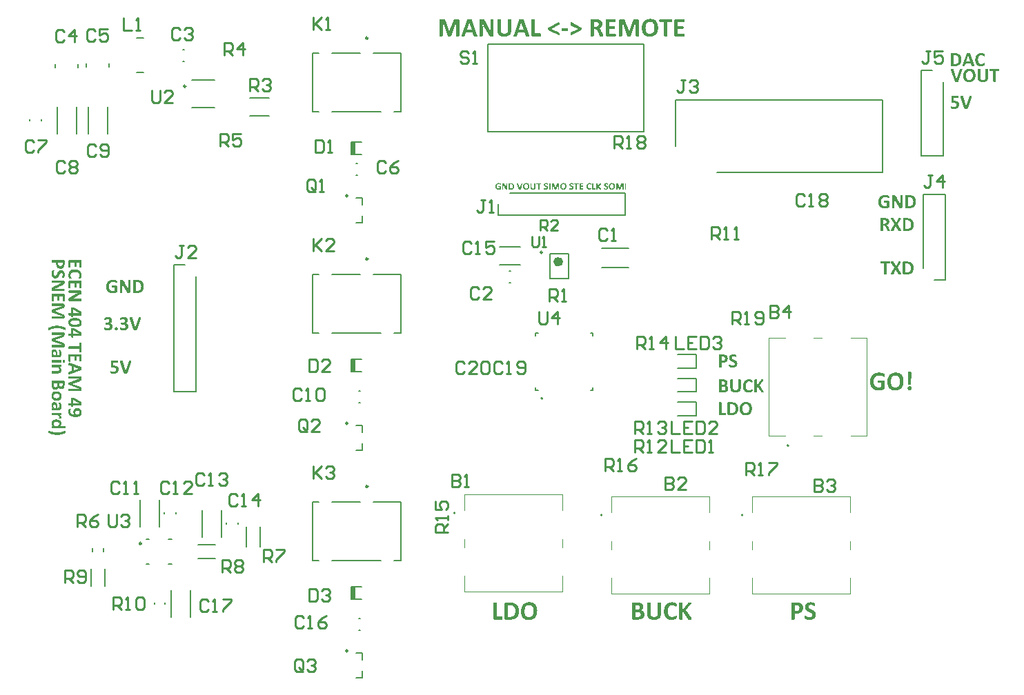
<source format=gto>
G04*
G04 #@! TF.GenerationSoftware,Altium Limited,Altium Designer,25.2.1 (25)*
G04*
G04 Layer_Color=65535*
%FSLAX44Y44*%
%MOMM*%
G71*
G04*
G04 #@! TF.SameCoordinates,E5E090E4-F6E9-416A-80E2-435660C576E3*
G04*
G04*
G04 #@! TF.FilePolarity,Positive*
G04*
G01*
G75*
%ADD10C,0.2500*%
%ADD11C,0.6000*%
%ADD12C,0.2000*%
%ADD13C,0.1000*%
%ADD14C,0.1270*%
%ADD15C,0.2540*%
%ADD16R,0.5080X1.5870*%
G36*
X1440098Y1722147D02*
X1440192Y1722129D01*
X1440305Y1722072D01*
X1440323Y1722054D01*
X1440398Y1722016D01*
X1440474Y1721922D01*
X1440549Y1721790D01*
X1440568Y1721753D01*
X1440605Y1721659D01*
X1440643Y1721490D01*
X1440680Y1721283D01*
Y1721264D01*
X1440699Y1721226D01*
Y1721151D01*
X1440718Y1721057D01*
Y1720945D01*
X1440737Y1720813D01*
Y1720493D01*
Y1720475D01*
Y1720456D01*
Y1720343D01*
Y1720174D01*
X1440718Y1719986D01*
X1440662Y1719535D01*
X1440605Y1719347D01*
X1440549Y1719178D01*
Y1719159D01*
X1440511Y1719121D01*
X1440417Y1719008D01*
X1440229Y1718877D01*
X1440116Y1718839D01*
X1439985Y1718820D01*
X1433162D01*
X1433087Y1718839D01*
X1432993Y1718877D01*
X1432899Y1718914D01*
X1432805Y1718971D01*
X1432711Y1719065D01*
X1432636Y1719196D01*
Y1719215D01*
X1432617Y1719272D01*
X1432579Y1719366D01*
X1432560Y1719497D01*
X1432523Y1719685D01*
X1432485Y1719911D01*
X1432466Y1720174D01*
Y1720493D01*
Y1720512D01*
Y1720531D01*
Y1720644D01*
X1432485Y1720813D01*
Y1721001D01*
X1432542Y1721433D01*
X1432579Y1721621D01*
X1432636Y1721790D01*
X1432655Y1721809D01*
X1432673Y1721847D01*
X1432786Y1721978D01*
X1432861Y1722054D01*
X1432955Y1722110D01*
X1433087Y1722147D01*
X1433218Y1722166D01*
X1440022D01*
X1440098Y1722147D01*
D02*
G37*
G36*
X1526071Y1733331D02*
X1526315Y1733293D01*
X1526559Y1733218D01*
X1526578D01*
X1526616Y1733199D01*
X1526672Y1733181D01*
X1526747Y1733143D01*
X1526916Y1733030D01*
X1527067Y1732880D01*
X1527086D01*
X1527104Y1732842D01*
X1527180Y1732730D01*
X1527292Y1732579D01*
X1527386Y1732354D01*
Y1732335D01*
X1527405Y1732297D01*
X1527424Y1732241D01*
X1527443Y1732147D01*
X1527480Y1731921D01*
X1527499Y1731639D01*
Y1712919D01*
Y1712900D01*
X1527480Y1712825D01*
X1527462Y1712712D01*
X1527405Y1712618D01*
X1527386Y1712599D01*
X1527330Y1712543D01*
X1527217Y1712467D01*
X1527067Y1712411D01*
X1527048D01*
X1527029Y1712392D01*
X1526973D01*
X1526898Y1712374D01*
X1526710Y1712336D01*
X1526447Y1712298D01*
X1526371D01*
X1526296Y1712280D01*
X1526183D01*
X1526052Y1712261D01*
X1525883D01*
X1525676Y1712242D01*
X1525112D01*
X1524792Y1712261D01*
X1524623Y1712280D01*
X1524473Y1712298D01*
X1524417D01*
X1524341Y1712317D01*
X1524266Y1712336D01*
X1524059Y1712355D01*
X1523871Y1712411D01*
X1523834Y1712430D01*
X1523740Y1712467D01*
X1523646Y1712524D01*
X1523552Y1712618D01*
X1523533Y1712637D01*
X1523514Y1712712D01*
X1523477Y1712806D01*
X1523458Y1712919D01*
Y1730023D01*
X1523420D01*
X1517330Y1712937D01*
X1517312Y1712900D01*
X1517274Y1712806D01*
X1517199Y1712693D01*
X1517105Y1712580D01*
X1517086Y1712561D01*
X1517011Y1712505D01*
X1516879Y1712430D01*
X1516710Y1712374D01*
X1516691D01*
X1516673Y1712355D01*
X1516616D01*
X1516541Y1712336D01*
X1516334Y1712298D01*
X1516071Y1712280D01*
X1515996D01*
X1515921Y1712261D01*
X1515676D01*
X1515507Y1712242D01*
X1514812D01*
X1514511Y1712261D01*
X1514191Y1712298D01*
X1514135D01*
X1514060Y1712317D01*
X1513966Y1712336D01*
X1513740Y1712355D01*
X1513534Y1712411D01*
X1513515D01*
X1513496Y1712430D01*
X1513402Y1712467D01*
X1513271Y1712524D01*
X1513139Y1712618D01*
X1513120Y1712637D01*
X1513064Y1712712D01*
X1513007Y1712806D01*
X1512951Y1712937D01*
X1507068Y1730023D01*
X1507049D01*
Y1712919D01*
Y1712900D01*
X1507030Y1712825D01*
X1507012Y1712712D01*
X1506955Y1712618D01*
X1506936Y1712599D01*
X1506880Y1712543D01*
X1506767Y1712467D01*
X1506617Y1712411D01*
X1506598D01*
X1506579Y1712392D01*
X1506523D01*
X1506448Y1712374D01*
X1506260Y1712336D01*
X1505997Y1712298D01*
X1505921D01*
X1505846Y1712280D01*
X1505733D01*
X1505602Y1712261D01*
X1505433D01*
X1505226Y1712242D01*
X1504662D01*
X1504342Y1712261D01*
X1504173Y1712280D01*
X1504023Y1712298D01*
X1503967D01*
X1503891Y1712317D01*
X1503797Y1712336D01*
X1503609Y1712355D01*
X1503403Y1712411D01*
X1503365Y1712430D01*
X1503271Y1712467D01*
X1503177Y1712524D01*
X1503083Y1712618D01*
X1503064Y1712637D01*
X1503046Y1712712D01*
X1503027Y1712806D01*
X1503008Y1712919D01*
Y1731639D01*
Y1731658D01*
Y1731677D01*
Y1731771D01*
X1503027Y1731921D01*
X1503064Y1732109D01*
X1503121Y1732316D01*
X1503196Y1732523D01*
X1503290Y1732730D01*
X1503440Y1732899D01*
X1503459Y1732917D01*
X1503515Y1732974D01*
X1503609Y1733049D01*
X1503741Y1733124D01*
X1503910Y1733199D01*
X1504117Y1733275D01*
X1504342Y1733331D01*
X1504606Y1733350D01*
X1507669D01*
X1507838Y1733331D01*
X1508045Y1733312D01*
X1508252Y1733293D01*
X1508459Y1733256D01*
X1508665Y1733218D01*
X1508684D01*
X1508759Y1733199D01*
X1508853Y1733162D01*
X1508985Y1733124D01*
X1509286Y1732993D01*
X1509605Y1732805D01*
X1509624Y1732786D01*
X1509680Y1732748D01*
X1509737Y1732692D01*
X1509831Y1732598D01*
X1509944Y1732504D01*
X1510038Y1732372D01*
X1510150Y1732222D01*
X1510244Y1732053D01*
X1510263Y1732034D01*
X1510282Y1731978D01*
X1510338Y1731884D01*
X1510395Y1731752D01*
X1510470Y1731583D01*
X1510545Y1731395D01*
X1510639Y1731169D01*
X1510714Y1730925D01*
X1515263Y1718407D01*
X1515319D01*
X1520037Y1730888D01*
X1520056Y1730925D01*
X1520075Y1731000D01*
X1520112Y1731132D01*
X1520169Y1731282D01*
X1520244Y1731470D01*
X1520319Y1731658D01*
X1520394Y1731846D01*
X1520488Y1732034D01*
X1520507Y1732053D01*
X1520545Y1732109D01*
X1520582Y1732203D01*
X1520657Y1732316D01*
X1520845Y1732560D01*
X1521090Y1732805D01*
X1521109Y1732824D01*
X1521146Y1732861D01*
X1521221Y1732899D01*
X1521315Y1732974D01*
X1521428Y1733030D01*
X1521560Y1733105D01*
X1521879Y1733218D01*
X1521898D01*
X1521954Y1733237D01*
X1522048Y1733256D01*
X1522180Y1733293D01*
X1522330Y1733312D01*
X1522518Y1733331D01*
X1522706Y1733350D01*
X1525958D01*
X1526071Y1733331D01*
D02*
G37*
G36*
X1305763D02*
X1306007Y1733293D01*
X1306251Y1733218D01*
X1306270D01*
X1306308Y1733199D01*
X1306364Y1733181D01*
X1306439Y1733143D01*
X1306608Y1733030D01*
X1306759Y1732880D01*
X1306778D01*
X1306797Y1732842D01*
X1306872Y1732730D01*
X1306984Y1732579D01*
X1307078Y1732354D01*
Y1732335D01*
X1307097Y1732297D01*
X1307116Y1732241D01*
X1307135Y1732147D01*
X1307172Y1731921D01*
X1307191Y1731639D01*
Y1712919D01*
Y1712900D01*
X1307172Y1712825D01*
X1307154Y1712712D01*
X1307097Y1712618D01*
X1307078Y1712599D01*
X1307022Y1712543D01*
X1306909Y1712467D01*
X1306759Y1712411D01*
X1306740D01*
X1306721Y1712392D01*
X1306665D01*
X1306590Y1712374D01*
X1306402Y1712336D01*
X1306139Y1712298D01*
X1306063D01*
X1305988Y1712280D01*
X1305876D01*
X1305744Y1712261D01*
X1305575D01*
X1305368Y1712242D01*
X1304804D01*
X1304485Y1712261D01*
X1304315Y1712280D01*
X1304165Y1712298D01*
X1304109D01*
X1304034Y1712317D01*
X1303958Y1712336D01*
X1303752Y1712355D01*
X1303564Y1712411D01*
X1303526Y1712430D01*
X1303432Y1712467D01*
X1303338Y1712524D01*
X1303244Y1712618D01*
X1303225Y1712637D01*
X1303206Y1712712D01*
X1303169Y1712806D01*
X1303150Y1712919D01*
Y1730023D01*
X1303112D01*
X1297023Y1712937D01*
X1297004Y1712900D01*
X1296966Y1712806D01*
X1296891Y1712693D01*
X1296797Y1712580D01*
X1296778Y1712561D01*
X1296703Y1712505D01*
X1296571Y1712430D01*
X1296402Y1712374D01*
X1296384D01*
X1296365Y1712355D01*
X1296308D01*
X1296233Y1712336D01*
X1296026Y1712298D01*
X1295763Y1712280D01*
X1295688D01*
X1295613Y1712261D01*
X1295368D01*
X1295199Y1712242D01*
X1294504D01*
X1294203Y1712261D01*
X1293884Y1712298D01*
X1293827D01*
X1293752Y1712317D01*
X1293658Y1712336D01*
X1293432Y1712355D01*
X1293226Y1712411D01*
X1293207D01*
X1293188Y1712430D01*
X1293094Y1712467D01*
X1292963Y1712524D01*
X1292831Y1712618D01*
X1292812Y1712637D01*
X1292756Y1712712D01*
X1292699Y1712806D01*
X1292643Y1712937D01*
X1286760Y1730023D01*
X1286741D01*
Y1712919D01*
Y1712900D01*
X1286722Y1712825D01*
X1286703Y1712712D01*
X1286647Y1712618D01*
X1286628Y1712599D01*
X1286572Y1712543D01*
X1286459Y1712467D01*
X1286309Y1712411D01*
X1286290D01*
X1286271Y1712392D01*
X1286215D01*
X1286140Y1712374D01*
X1285952Y1712336D01*
X1285689Y1712298D01*
X1285613D01*
X1285538Y1712280D01*
X1285425D01*
X1285294Y1712261D01*
X1285125D01*
X1284918Y1712242D01*
X1284354D01*
X1284034Y1712261D01*
X1283865Y1712280D01*
X1283715Y1712298D01*
X1283659D01*
X1283583Y1712317D01*
X1283489Y1712336D01*
X1283302Y1712355D01*
X1283095Y1712411D01*
X1283057Y1712430D01*
X1282963Y1712467D01*
X1282869Y1712524D01*
X1282775Y1712618D01*
X1282756Y1712637D01*
X1282738Y1712712D01*
X1282719Y1712806D01*
X1282700Y1712919D01*
Y1731639D01*
Y1731658D01*
Y1731677D01*
Y1731771D01*
X1282719Y1731921D01*
X1282756Y1732109D01*
X1282813Y1732316D01*
X1282888Y1732523D01*
X1282982Y1732730D01*
X1283132Y1732899D01*
X1283151Y1732917D01*
X1283208Y1732974D01*
X1283302Y1733049D01*
X1283433Y1733124D01*
X1283602Y1733199D01*
X1283809Y1733275D01*
X1284034Y1733331D01*
X1284298Y1733350D01*
X1287361D01*
X1287531Y1733331D01*
X1287737Y1733312D01*
X1287944Y1733293D01*
X1288151Y1733256D01*
X1288358Y1733218D01*
X1288376D01*
X1288452Y1733199D01*
X1288546Y1733162D01*
X1288677Y1733124D01*
X1288978Y1732993D01*
X1289297Y1732805D01*
X1289316Y1732786D01*
X1289373Y1732748D01*
X1289429Y1732692D01*
X1289523Y1732598D01*
X1289636Y1732504D01*
X1289730Y1732372D01*
X1289843Y1732222D01*
X1289937Y1732053D01*
X1289955Y1732034D01*
X1289974Y1731978D01*
X1290030Y1731884D01*
X1290087Y1731752D01*
X1290162Y1731583D01*
X1290237Y1731395D01*
X1290331Y1731169D01*
X1290406Y1730925D01*
X1294955Y1718407D01*
X1295011D01*
X1299729Y1730888D01*
X1299748Y1730925D01*
X1299767Y1731000D01*
X1299804Y1731132D01*
X1299861Y1731282D01*
X1299936Y1731470D01*
X1300011Y1731658D01*
X1300086Y1731846D01*
X1300180Y1732034D01*
X1300199Y1732053D01*
X1300237Y1732109D01*
X1300274Y1732203D01*
X1300349Y1732316D01*
X1300537Y1732560D01*
X1300782Y1732805D01*
X1300800Y1732824D01*
X1300838Y1732861D01*
X1300913Y1732899D01*
X1301007Y1732974D01*
X1301120Y1733030D01*
X1301252Y1733105D01*
X1301571Y1733218D01*
X1301590D01*
X1301646Y1733237D01*
X1301740Y1733256D01*
X1301872Y1733293D01*
X1302022Y1733312D01*
X1302210Y1733331D01*
X1302398Y1733350D01*
X1305650D01*
X1305763Y1733331D01*
D02*
G37*
G36*
X1347979Y1733387D02*
X1348279Y1733350D01*
X1348336D01*
X1348411Y1733331D01*
X1348486Y1733312D01*
X1348693Y1733275D01*
X1348862Y1733218D01*
X1348881D01*
X1348900Y1733199D01*
X1348975Y1733162D01*
X1349069Y1733087D01*
X1349144Y1732993D01*
X1349163Y1732974D01*
X1349200Y1732899D01*
X1349219Y1732805D01*
X1349238Y1732692D01*
Y1713821D01*
Y1713802D01*
Y1713764D01*
Y1713689D01*
X1349219Y1713595D01*
X1349182Y1713370D01*
X1349106Y1713144D01*
Y1713125D01*
X1349088Y1713107D01*
X1349012Y1712975D01*
X1348900Y1712825D01*
X1348749Y1712655D01*
X1348730D01*
X1348712Y1712618D01*
X1348599Y1712543D01*
X1348430Y1712449D01*
X1348223Y1712374D01*
X1348204D01*
X1348167Y1712355D01*
X1348110D01*
X1348035Y1712336D01*
X1347847Y1712317D01*
X1347621Y1712298D01*
X1345591D01*
X1345460Y1712317D01*
X1345309D01*
X1345140Y1712355D01*
X1344821Y1712411D01*
X1344802D01*
X1344746Y1712430D01*
X1344670Y1712467D01*
X1344576Y1712505D01*
X1344313Y1712637D01*
X1344050Y1712825D01*
X1344031Y1712843D01*
X1343994Y1712881D01*
X1343919Y1712956D01*
X1343843Y1713031D01*
X1343731Y1713163D01*
X1343618Y1713295D01*
X1343505Y1713445D01*
X1343374Y1713633D01*
X1343355Y1713652D01*
X1343317Y1713727D01*
X1343242Y1713840D01*
X1343167Y1713990D01*
X1343054Y1714178D01*
X1342922Y1714404D01*
X1342791Y1714667D01*
X1342640Y1714949D01*
X1337434Y1724779D01*
Y1724798D01*
X1337415Y1724816D01*
X1337359Y1724929D01*
X1337265Y1725117D01*
X1337133Y1725343D01*
X1337002Y1725625D01*
X1336832Y1725944D01*
X1336663Y1726301D01*
X1336494Y1726677D01*
Y1726696D01*
X1336475Y1726715D01*
X1336457Y1726771D01*
X1336419Y1726846D01*
X1336325Y1727053D01*
X1336212Y1727298D01*
X1336081Y1727598D01*
X1335949Y1727937D01*
X1335799Y1728294D01*
X1335667Y1728651D01*
X1335629D01*
Y1728632D01*
Y1728595D01*
Y1728538D01*
X1335648Y1728444D01*
Y1728350D01*
Y1728219D01*
X1335667Y1727918D01*
X1335686Y1727561D01*
Y1727166D01*
X1335705Y1726734D01*
X1335724Y1726301D01*
Y1726283D01*
Y1726245D01*
Y1726189D01*
Y1726095D01*
Y1726001D01*
X1335742Y1725869D01*
Y1725568D01*
Y1725211D01*
X1335761Y1724816D01*
Y1724365D01*
Y1723914D01*
Y1712937D01*
Y1712919D01*
X1335742Y1712843D01*
X1335724Y1712731D01*
X1335667Y1712637D01*
X1335648Y1712618D01*
X1335592Y1712561D01*
X1335498Y1712486D01*
X1335348Y1712411D01*
X1335310Y1712392D01*
X1335197Y1712374D01*
X1335009Y1712336D01*
X1334765Y1712298D01*
X1334690D01*
X1334615Y1712280D01*
X1334502D01*
X1334370Y1712261D01*
X1334201D01*
X1334013Y1712242D01*
X1333468D01*
X1333148Y1712261D01*
X1332998Y1712280D01*
X1332848Y1712298D01*
X1332791D01*
X1332716Y1712317D01*
X1332641Y1712336D01*
X1332453Y1712355D01*
X1332265Y1712411D01*
X1332227Y1712430D01*
X1332152Y1712467D01*
X1332058Y1712543D01*
X1331983Y1712637D01*
X1331964Y1712655D01*
X1331945Y1712731D01*
X1331927Y1712825D01*
X1331908Y1712937D01*
Y1731809D01*
Y1731846D01*
Y1731940D01*
X1331927Y1732072D01*
X1331964Y1732241D01*
X1332021Y1732429D01*
X1332096Y1732617D01*
X1332190Y1732805D01*
X1332340Y1732955D01*
X1332359Y1732974D01*
X1332415Y1733011D01*
X1332509Y1733087D01*
X1332641Y1733162D01*
X1332810Y1733218D01*
X1332998Y1733293D01*
X1333205Y1733331D01*
X1333449Y1733350D01*
X1335949D01*
X1336099Y1733331D01*
X1336250D01*
X1336419Y1733312D01*
X1336757Y1733237D01*
X1336776D01*
X1336832Y1733218D01*
X1336908Y1733181D01*
X1337020Y1733143D01*
X1337265Y1733030D01*
X1337528Y1732880D01*
X1337547Y1732861D01*
X1337584Y1732842D01*
X1337659Y1732786D01*
X1337735Y1732711D01*
X1337829Y1732617D01*
X1337941Y1732485D01*
X1338035Y1732354D01*
X1338148Y1732203D01*
X1338167Y1732184D01*
X1338205Y1732128D01*
X1338261Y1732034D01*
X1338336Y1731921D01*
X1338430Y1731771D01*
X1338524Y1731583D01*
X1338637Y1731376D01*
X1338750Y1731151D01*
X1342847Y1723463D01*
X1342866Y1723426D01*
X1342904Y1723350D01*
X1342979Y1723200D01*
X1343073Y1723031D01*
X1343167Y1722824D01*
X1343298Y1722599D01*
X1343543Y1722091D01*
X1343561Y1722054D01*
X1343599Y1721978D01*
X1343674Y1721847D01*
X1343768Y1721678D01*
X1343862Y1721471D01*
X1343975Y1721226D01*
X1344219Y1720738D01*
X1344238Y1720700D01*
X1344276Y1720625D01*
X1344351Y1720493D01*
X1344426Y1720324D01*
X1344520Y1720117D01*
X1344633Y1719892D01*
X1344858Y1719403D01*
X1344877Y1719384D01*
X1344915Y1719290D01*
X1344971Y1719159D01*
X1345046Y1719008D01*
X1345140Y1718802D01*
X1345234Y1718595D01*
X1345460Y1718125D01*
X1345479D01*
Y1718144D01*
Y1718181D01*
Y1718238D01*
Y1718313D01*
X1345460Y1718426D01*
Y1718539D01*
X1345441Y1718839D01*
Y1719196D01*
X1345422Y1719591D01*
X1345403Y1720023D01*
Y1720475D01*
Y1720493D01*
Y1720531D01*
Y1720606D01*
Y1720681D01*
Y1720794D01*
Y1720926D01*
Y1721245D01*
X1345385Y1721602D01*
Y1721997D01*
Y1722411D01*
Y1722843D01*
Y1732692D01*
Y1732730D01*
X1345403Y1732786D01*
X1345422Y1732899D01*
X1345479Y1732993D01*
X1345497Y1733011D01*
X1345554Y1733068D01*
X1345648Y1733143D01*
X1345798Y1733218D01*
X1345817D01*
X1345836Y1733237D01*
X1345892Y1733256D01*
X1345967Y1733275D01*
X1346155Y1733312D01*
X1346400Y1733350D01*
X1346418D01*
X1346475Y1733369D01*
X1346550D01*
X1346663Y1733387D01*
X1346794D01*
X1346964Y1733406D01*
X1347678D01*
X1347979Y1733387D01*
D02*
G37*
G36*
X1369538Y1733425D02*
X1369707Y1733406D01*
X1369857Y1733387D01*
X1369932D01*
X1369989Y1733369D01*
X1370083Y1733350D01*
X1370289Y1733312D01*
X1370496Y1733256D01*
X1370515D01*
X1370534Y1733237D01*
X1370628Y1733199D01*
X1370741Y1733143D01*
X1370834Y1733049D01*
X1370853Y1733030D01*
X1370891Y1732955D01*
X1370928Y1732861D01*
X1370947Y1732748D01*
Y1720155D01*
Y1720136D01*
Y1720061D01*
Y1719967D01*
Y1719836D01*
X1370928Y1719666D01*
X1370910Y1719460D01*
X1370891Y1719234D01*
X1370872Y1718990D01*
X1370797Y1718463D01*
X1370703Y1717881D01*
X1370553Y1717279D01*
X1370365Y1716697D01*
Y1716678D01*
X1370346Y1716621D01*
X1370308Y1716546D01*
X1370252Y1716433D01*
X1370195Y1716321D01*
X1370120Y1716151D01*
X1369951Y1715794D01*
X1369707Y1715400D01*
X1369425Y1714967D01*
X1369086Y1714516D01*
X1368692Y1714103D01*
X1368673Y1714084D01*
X1368635Y1714065D01*
X1368579Y1714009D01*
X1368504Y1713934D01*
X1368391Y1713840D01*
X1368259Y1713746D01*
X1368109Y1713633D01*
X1367940Y1713501D01*
X1367752Y1713389D01*
X1367545Y1713257D01*
X1367075Y1712994D01*
X1366549Y1712731D01*
X1365966Y1712505D01*
X1365948D01*
X1365891Y1712486D01*
X1365797Y1712449D01*
X1365684Y1712430D01*
X1365534Y1712374D01*
X1365346Y1712336D01*
X1365139Y1712280D01*
X1364895Y1712242D01*
X1364632Y1712186D01*
X1364350Y1712129D01*
X1364049Y1712092D01*
X1363711Y1712054D01*
X1363015Y1711979D01*
X1362245Y1711960D01*
X1361906D01*
X1361737Y1711979D01*
X1361530D01*
X1361305Y1711998D01*
X1361060Y1712016D01*
X1360497Y1712073D01*
X1359895Y1712167D01*
X1359275Y1712280D01*
X1358673Y1712449D01*
X1358655D01*
X1358598Y1712467D01*
X1358523Y1712505D01*
X1358410Y1712543D01*
X1358279Y1712599D01*
X1358128Y1712655D01*
X1357752Y1712825D01*
X1357339Y1713031D01*
X1356907Y1713276D01*
X1356456Y1713577D01*
X1356023Y1713934D01*
X1356004Y1713952D01*
X1355967Y1713990D01*
X1355910Y1714046D01*
X1355835Y1714122D01*
X1355760Y1714216D01*
X1355647Y1714328D01*
X1355535Y1714479D01*
X1355403Y1714629D01*
X1355140Y1714986D01*
X1354858Y1715419D01*
X1354595Y1715907D01*
X1354350Y1716452D01*
Y1716471D01*
X1354332Y1716527D01*
X1354294Y1716603D01*
X1354256Y1716715D01*
X1354219Y1716866D01*
X1354181Y1717035D01*
X1354125Y1717242D01*
X1354068Y1717448D01*
X1354012Y1717712D01*
X1353974Y1717975D01*
X1353918Y1718257D01*
X1353880Y1718576D01*
X1353805Y1719234D01*
X1353786Y1719967D01*
Y1732748D01*
Y1732786D01*
X1353805Y1732842D01*
X1353824Y1732955D01*
X1353880Y1733049D01*
X1353899Y1733068D01*
X1353956Y1733124D01*
X1354068Y1733199D01*
X1354219Y1733256D01*
X1354238D01*
X1354275Y1733275D01*
X1354332D01*
X1354407Y1733293D01*
X1354613Y1733350D01*
X1354877Y1733387D01*
X1354895D01*
X1354952Y1733406D01*
X1355046D01*
X1355159Y1733425D01*
X1355309D01*
X1355497Y1733444D01*
X1356268D01*
X1356606Y1733425D01*
X1356775Y1733406D01*
X1356925Y1733387D01*
X1357001D01*
X1357076Y1733369D01*
X1357170Y1733350D01*
X1357377Y1733312D01*
X1357583Y1733256D01*
X1357602D01*
X1357621Y1733237D01*
X1357715Y1733199D01*
X1357846Y1733143D01*
X1357940Y1733049D01*
X1357959Y1733030D01*
X1357997Y1732955D01*
X1358034Y1732861D01*
X1358053Y1732748D01*
Y1720343D01*
Y1720324D01*
Y1720287D01*
Y1720230D01*
Y1720136D01*
X1358072Y1720023D01*
Y1719911D01*
X1358091Y1719610D01*
X1358128Y1719272D01*
X1358185Y1718914D01*
X1358260Y1718539D01*
X1358354Y1718181D01*
Y1718163D01*
X1358373Y1718144D01*
X1358410Y1718031D01*
X1358486Y1717862D01*
X1358580Y1717655D01*
X1358711Y1717411D01*
X1358861Y1717148D01*
X1359031Y1716903D01*
X1359237Y1716659D01*
X1359256Y1716640D01*
X1359350Y1716565D01*
X1359463Y1716452D01*
X1359632Y1716321D01*
X1359820Y1716170D01*
X1360064Y1716020D01*
X1360327Y1715888D01*
X1360609Y1715757D01*
X1360628D01*
X1360647Y1715738D01*
X1360760Y1715719D01*
X1360910Y1715663D01*
X1361136Y1715625D01*
X1361399Y1715569D01*
X1361718Y1715512D01*
X1362057Y1715494D01*
X1362414Y1715475D01*
X1362583D01*
X1362771Y1715494D01*
X1363015Y1715512D01*
X1363297Y1715550D01*
X1363579Y1715606D01*
X1363899Y1715682D01*
X1364200Y1715776D01*
X1364218D01*
X1364237Y1715794D01*
X1364331Y1715832D01*
X1364481Y1715907D01*
X1364669Y1716001D01*
X1364895Y1716133D01*
X1365121Y1716283D01*
X1365346Y1716452D01*
X1365553Y1716659D01*
X1365572Y1716678D01*
X1365647Y1716772D01*
X1365741Y1716903D01*
X1365872Y1717072D01*
X1366004Y1717279D01*
X1366154Y1717524D01*
X1366286Y1717806D01*
X1366417Y1718125D01*
Y1718144D01*
X1366436Y1718163D01*
X1366474Y1718275D01*
X1366511Y1718463D01*
X1366568Y1718708D01*
X1366624Y1718990D01*
X1366680Y1719328D01*
X1366699Y1719704D01*
X1366718Y1720099D01*
Y1732748D01*
Y1732786D01*
X1366737Y1732842D01*
X1366756Y1732955D01*
X1366812Y1733049D01*
X1366831Y1733068D01*
X1366887Y1733124D01*
X1367000Y1733199D01*
X1367150Y1733256D01*
X1367169D01*
X1367188Y1733275D01*
X1367244D01*
X1367320Y1733293D01*
X1367414Y1733312D01*
X1367526Y1733350D01*
X1367808Y1733387D01*
X1367827D01*
X1367883Y1733406D01*
X1367977D01*
X1368090Y1733425D01*
X1368241D01*
X1368429Y1733444D01*
X1369199D01*
X1369538Y1733425D01*
D02*
G37*
G36*
X1443895Y1729760D02*
X1444026Y1729741D01*
X1444176Y1729666D01*
X1456638Y1723426D01*
X1456657D01*
X1456676Y1723407D01*
X1456713Y1723369D01*
X1456770Y1723332D01*
X1456826Y1723256D01*
X1456882Y1723162D01*
X1456939Y1723050D01*
X1456976Y1722899D01*
Y1722881D01*
X1456995Y1722824D01*
X1457014Y1722730D01*
X1457052Y1722599D01*
X1457070Y1722411D01*
X1457089Y1722204D01*
X1457108Y1721960D01*
Y1721659D01*
Y1721640D01*
Y1721584D01*
Y1721508D01*
Y1721414D01*
X1457089Y1721170D01*
X1457070Y1720926D01*
Y1720907D01*
Y1720869D01*
X1457052Y1720813D01*
Y1720757D01*
X1457014Y1720569D01*
X1456976Y1720399D01*
X1456958Y1720362D01*
X1456939Y1720287D01*
X1456882Y1720174D01*
X1456826Y1720080D01*
X1456807Y1720061D01*
X1456770Y1720023D01*
X1456713Y1719967D01*
X1456619Y1719911D01*
X1444176Y1713746D01*
X1444158D01*
X1444139Y1713727D01*
X1444045Y1713689D01*
X1443913Y1713652D01*
X1443782Y1713633D01*
X1443763D01*
X1443688Y1713670D01*
X1443613Y1713708D01*
X1443519Y1713802D01*
X1443500Y1713840D01*
X1443462Y1713934D01*
X1443425Y1714084D01*
X1443387Y1714291D01*
Y1714310D01*
Y1714347D01*
X1443368Y1714422D01*
Y1714516D01*
Y1714629D01*
X1443349Y1714761D01*
Y1714930D01*
Y1715099D01*
Y1715137D01*
Y1715212D01*
Y1715325D01*
Y1715475D01*
Y1715813D01*
X1443368Y1716001D01*
Y1716151D01*
Y1716170D01*
Y1716227D01*
X1443387Y1716283D01*
Y1716377D01*
X1443406Y1716584D01*
X1443443Y1716772D01*
Y1716791D01*
X1443462Y1716809D01*
X1443500Y1716903D01*
X1443556Y1716997D01*
X1443631Y1717091D01*
X1443650Y1717110D01*
X1443707Y1717166D01*
X1443801Y1717223D01*
X1443932Y1717298D01*
X1453293Y1721678D01*
X1444120Y1725944D01*
X1444101D01*
X1444082Y1725963D01*
X1443970Y1726019D01*
X1443838Y1726095D01*
X1443707Y1726170D01*
X1443688Y1726189D01*
X1443613Y1726264D01*
X1443537Y1726358D01*
X1443462Y1726508D01*
Y1726527D01*
X1443443Y1726546D01*
Y1726602D01*
X1443425Y1726677D01*
X1443387Y1726884D01*
X1443368Y1727147D01*
Y1727166D01*
Y1727222D01*
Y1727316D01*
Y1727429D01*
X1443349Y1727579D01*
Y1727767D01*
Y1727974D01*
Y1728219D01*
Y1728237D01*
Y1728313D01*
Y1728425D01*
Y1728557D01*
X1443368Y1728876D01*
Y1729027D01*
X1443387Y1729158D01*
Y1729177D01*
Y1729215D01*
X1443406Y1729271D01*
X1443425Y1729346D01*
X1443462Y1729516D01*
X1443481Y1729591D01*
X1443519Y1729647D01*
X1443537Y1729666D01*
X1443594Y1729722D01*
X1443669Y1729760D01*
X1443782Y1729779D01*
X1443819D01*
X1443895Y1729760D01*
D02*
G37*
G36*
X1429422Y1729703D02*
X1429534Y1729647D01*
X1429610Y1729553D01*
X1429628Y1729534D01*
X1429647Y1729497D01*
X1429685Y1729403D01*
X1429722Y1729271D01*
X1429760Y1729102D01*
X1429779Y1728876D01*
X1429816Y1728595D01*
Y1728256D01*
Y1728219D01*
Y1728143D01*
Y1728031D01*
Y1727880D01*
X1429798Y1727542D01*
Y1727354D01*
X1429779Y1727204D01*
Y1727185D01*
Y1727147D01*
Y1727072D01*
X1429760Y1726978D01*
X1429741Y1726771D01*
X1429685Y1726583D01*
X1429666Y1726546D01*
X1429647Y1726452D01*
X1429591Y1726358D01*
X1429516Y1726264D01*
X1429497Y1726245D01*
X1429440Y1726207D01*
X1429346Y1726151D01*
X1429215Y1726076D01*
X1419854Y1721696D01*
X1429027Y1717448D01*
X1429046D01*
X1429064Y1717430D01*
X1429177Y1717373D01*
X1429290Y1717298D01*
X1429422Y1717204D01*
X1429440Y1717185D01*
X1429516Y1717110D01*
X1429572Y1716997D01*
X1429647Y1716847D01*
Y1716828D01*
X1429666Y1716809D01*
X1429685Y1716753D01*
X1429704Y1716678D01*
X1429741Y1716490D01*
X1429779Y1716227D01*
Y1716208D01*
Y1716151D01*
X1429798Y1716057D01*
Y1715945D01*
Y1715794D01*
X1429816Y1715606D01*
Y1715400D01*
Y1715155D01*
Y1715137D01*
Y1715061D01*
Y1714949D01*
Y1714817D01*
X1429798Y1714498D01*
X1429779Y1714347D01*
X1429760Y1714197D01*
Y1714178D01*
X1429741Y1714140D01*
Y1714084D01*
X1429722Y1714009D01*
X1429666Y1713840D01*
X1429591Y1713708D01*
X1429572Y1713689D01*
X1429534Y1713652D01*
X1429440Y1713595D01*
X1429346Y1713577D01*
X1429328D01*
X1429234Y1713595D01*
X1429121Y1713652D01*
X1428952Y1713727D01*
X1416490Y1719911D01*
X1416452Y1719930D01*
X1416415Y1719967D01*
X1416358Y1720023D01*
X1416302Y1720099D01*
X1416246Y1720193D01*
X1416208Y1720305D01*
X1416152Y1720456D01*
Y1720475D01*
X1416133Y1720531D01*
X1416114Y1720625D01*
Y1720775D01*
X1416095Y1720945D01*
X1416076Y1721151D01*
X1416058Y1721414D01*
Y1721696D01*
Y1721715D01*
Y1721772D01*
Y1721847D01*
Y1721960D01*
Y1722185D01*
X1416076Y1722429D01*
Y1722448D01*
Y1722486D01*
X1416095Y1722542D01*
Y1722617D01*
X1416133Y1722787D01*
X1416152Y1722956D01*
Y1722975D01*
X1416170Y1722993D01*
X1416189Y1723068D01*
X1416246Y1723181D01*
X1416302Y1723275D01*
X1416321Y1723294D01*
X1416358Y1723350D01*
X1416434Y1723407D01*
X1416509Y1723463D01*
X1428952Y1729647D01*
X1428970Y1729666D01*
X1429027Y1729685D01*
X1429102Y1729703D01*
X1429215Y1729722D01*
X1429328D01*
X1429422Y1729703D01*
D02*
G37*
G36*
X1582834Y1733331D02*
X1582910Y1733312D01*
X1583004Y1733256D01*
X1583022Y1733237D01*
X1583079Y1733199D01*
X1583154Y1733105D01*
X1583210Y1732974D01*
X1583229Y1732936D01*
X1583248Y1732824D01*
X1583286Y1732673D01*
X1583323Y1732448D01*
Y1732429D01*
X1583342Y1732391D01*
Y1732335D01*
X1583361Y1732241D01*
Y1732128D01*
X1583380Y1731996D01*
Y1731827D01*
Y1731658D01*
Y1731639D01*
Y1731583D01*
Y1731489D01*
Y1731376D01*
X1583361Y1731132D01*
X1583323Y1730869D01*
Y1730850D01*
Y1730812D01*
X1583304Y1730756D01*
Y1730700D01*
X1583267Y1730530D01*
X1583210Y1730361D01*
X1583192Y1730324D01*
X1583154Y1730249D01*
X1583098Y1730155D01*
X1583004Y1730079D01*
X1582985Y1730060D01*
X1582928Y1730042D01*
X1582853Y1730023D01*
X1582759Y1730004D01*
X1575260D01*
Y1724873D01*
X1581613D01*
X1581688Y1724854D01*
X1581763Y1724835D01*
X1581857Y1724779D01*
X1581876Y1724760D01*
X1581932Y1724704D01*
X1582007Y1724628D01*
X1582064Y1724497D01*
X1582083Y1724459D01*
X1582101Y1724365D01*
X1582139Y1724196D01*
X1582177Y1723989D01*
Y1723971D01*
X1582195Y1723933D01*
Y1723858D01*
X1582214Y1723783D01*
Y1723670D01*
X1582233Y1723538D01*
Y1723219D01*
Y1723200D01*
Y1723144D01*
Y1723050D01*
Y1722937D01*
X1582214Y1722693D01*
X1582177Y1722429D01*
Y1722411D01*
Y1722373D01*
X1582158Y1722260D01*
X1582120Y1722091D01*
X1582064Y1721941D01*
X1582045Y1721903D01*
X1582007Y1721847D01*
X1581951Y1721753D01*
X1581857Y1721678D01*
X1581838Y1721659D01*
X1581782Y1721640D01*
X1581707Y1721621D01*
X1581594Y1721602D01*
X1575260D01*
Y1715682D01*
X1582834D01*
X1582910Y1715663D01*
X1582985Y1715644D01*
X1583079Y1715588D01*
X1583098Y1715569D01*
X1583154Y1715512D01*
X1583229Y1715419D01*
X1583286Y1715287D01*
X1583304Y1715249D01*
X1583323Y1715155D01*
X1583361Y1714986D01*
X1583398Y1714779D01*
Y1714761D01*
X1583417Y1714723D01*
Y1714667D01*
X1583436Y1714573D01*
Y1714460D01*
X1583455Y1714328D01*
Y1714178D01*
Y1714009D01*
Y1713990D01*
Y1713934D01*
Y1713840D01*
Y1713727D01*
X1583436Y1713464D01*
X1583398Y1713201D01*
Y1713182D01*
Y1713144D01*
X1583380Y1713088D01*
Y1713031D01*
X1583342Y1712862D01*
X1583286Y1712693D01*
X1583267Y1712655D01*
X1583229Y1712580D01*
X1583173Y1712486D01*
X1583079Y1712411D01*
X1583060Y1712392D01*
X1583004Y1712374D01*
X1582928Y1712355D01*
X1582816Y1712336D01*
X1572177D01*
X1572083Y1712355D01*
X1571952Y1712374D01*
X1571820Y1712411D01*
X1571670Y1712467D01*
X1571519Y1712543D01*
X1571369Y1712637D01*
X1571350Y1712655D01*
X1571313Y1712693D01*
X1571256Y1712768D01*
X1571200Y1712881D01*
X1571125Y1713031D01*
X1571068Y1713201D01*
X1571031Y1713426D01*
X1571012Y1713670D01*
Y1731996D01*
Y1732034D01*
Y1732109D01*
X1571031Y1732241D01*
X1571049Y1732391D01*
X1571106Y1732560D01*
X1571162Y1732730D01*
X1571256Y1732899D01*
X1571369Y1733030D01*
X1571388Y1733049D01*
X1571425Y1733087D01*
X1571519Y1733124D01*
X1571613Y1733199D01*
X1571745Y1733256D01*
X1571895Y1733293D01*
X1572083Y1733331D01*
X1572271Y1733350D01*
X1582778D01*
X1582834Y1733331D01*
D02*
G37*
G36*
X1498610D02*
X1498685Y1733312D01*
X1498779Y1733256D01*
X1498798Y1733237D01*
X1498854Y1733199D01*
X1498929Y1733105D01*
X1498986Y1732974D01*
X1499004Y1732936D01*
X1499023Y1732824D01*
X1499061Y1732673D01*
X1499098Y1732448D01*
Y1732429D01*
X1499117Y1732391D01*
Y1732335D01*
X1499136Y1732241D01*
Y1732128D01*
X1499155Y1731996D01*
Y1731827D01*
Y1731658D01*
Y1731639D01*
Y1731583D01*
Y1731489D01*
Y1731376D01*
X1499136Y1731132D01*
X1499098Y1730869D01*
Y1730850D01*
Y1730812D01*
X1499080Y1730756D01*
Y1730700D01*
X1499042Y1730530D01*
X1498986Y1730361D01*
X1498967Y1730324D01*
X1498929Y1730249D01*
X1498873Y1730155D01*
X1498779Y1730079D01*
X1498760Y1730060D01*
X1498704Y1730042D01*
X1498628Y1730023D01*
X1498535Y1730004D01*
X1491035D01*
Y1724873D01*
X1497388D01*
X1497463Y1724854D01*
X1497538Y1724835D01*
X1497632Y1724779D01*
X1497651Y1724760D01*
X1497707Y1724704D01*
X1497783Y1724628D01*
X1497839Y1724497D01*
X1497858Y1724459D01*
X1497877Y1724365D01*
X1497914Y1724196D01*
X1497952Y1723989D01*
Y1723971D01*
X1497971Y1723933D01*
Y1723858D01*
X1497989Y1723783D01*
Y1723670D01*
X1498008Y1723538D01*
Y1723219D01*
Y1723200D01*
Y1723144D01*
Y1723050D01*
Y1722937D01*
X1497989Y1722693D01*
X1497952Y1722429D01*
Y1722411D01*
Y1722373D01*
X1497933Y1722260D01*
X1497895Y1722091D01*
X1497839Y1721941D01*
X1497820Y1721903D01*
X1497783Y1721847D01*
X1497726Y1721753D01*
X1497632Y1721678D01*
X1497614Y1721659D01*
X1497557Y1721640D01*
X1497482Y1721621D01*
X1497369Y1721602D01*
X1491035D01*
Y1715682D01*
X1498610D01*
X1498685Y1715663D01*
X1498760Y1715644D01*
X1498854Y1715588D01*
X1498873Y1715569D01*
X1498929Y1715512D01*
X1499004Y1715419D01*
X1499061Y1715287D01*
X1499080Y1715249D01*
X1499098Y1715155D01*
X1499136Y1714986D01*
X1499173Y1714779D01*
Y1714761D01*
X1499192Y1714723D01*
Y1714667D01*
X1499211Y1714573D01*
Y1714460D01*
X1499230Y1714328D01*
Y1714178D01*
Y1714009D01*
Y1713990D01*
Y1713934D01*
Y1713840D01*
Y1713727D01*
X1499211Y1713464D01*
X1499173Y1713201D01*
Y1713182D01*
Y1713144D01*
X1499155Y1713088D01*
Y1713031D01*
X1499117Y1712862D01*
X1499061Y1712693D01*
X1499042Y1712655D01*
X1499004Y1712580D01*
X1498948Y1712486D01*
X1498854Y1712411D01*
X1498835Y1712392D01*
X1498779Y1712374D01*
X1498704Y1712355D01*
X1498591Y1712336D01*
X1487952D01*
X1487858Y1712355D01*
X1487727Y1712374D01*
X1487595Y1712411D01*
X1487445Y1712467D01*
X1487294Y1712543D01*
X1487144Y1712637D01*
X1487125Y1712655D01*
X1487088Y1712693D01*
X1487031Y1712768D01*
X1486975Y1712881D01*
X1486900Y1713031D01*
X1486843Y1713201D01*
X1486806Y1713426D01*
X1486787Y1713670D01*
Y1731996D01*
Y1732034D01*
Y1732109D01*
X1486806Y1732241D01*
X1486825Y1732391D01*
X1486881Y1732560D01*
X1486937Y1732730D01*
X1487031Y1732899D01*
X1487144Y1733030D01*
X1487163Y1733049D01*
X1487200Y1733087D01*
X1487294Y1733124D01*
X1487388Y1733199D01*
X1487520Y1733256D01*
X1487670Y1733293D01*
X1487858Y1733331D01*
X1488046Y1733350D01*
X1498553D01*
X1498610Y1733331D01*
D02*
G37*
G36*
X1398502Y1733425D02*
X1398671Y1733406D01*
X1398822Y1733387D01*
X1398897D01*
X1398972Y1733369D01*
X1399066Y1733350D01*
X1399273Y1733312D01*
X1399480Y1733256D01*
X1399498D01*
X1399517Y1733237D01*
X1399611Y1733199D01*
X1399743Y1733143D01*
X1399837Y1733049D01*
X1399855Y1733030D01*
X1399893Y1732955D01*
X1399931Y1732861D01*
X1399949Y1732748D01*
Y1715851D01*
X1406584D01*
X1406641Y1715832D01*
X1406735Y1715813D01*
X1406829Y1715757D01*
X1406848Y1715738D01*
X1406904Y1715682D01*
X1406979Y1715588D01*
X1407036Y1715456D01*
X1407054Y1715419D01*
X1407073Y1715306D01*
X1407111Y1715137D01*
X1407148Y1714911D01*
Y1714892D01*
X1407167Y1714855D01*
Y1714779D01*
X1407186Y1714685D01*
Y1714573D01*
X1407205Y1714441D01*
Y1714272D01*
Y1714103D01*
Y1714084D01*
Y1714028D01*
Y1713934D01*
Y1713821D01*
X1407186Y1713558D01*
X1407148Y1713276D01*
Y1713257D01*
Y1713219D01*
X1407130Y1713163D01*
Y1713088D01*
X1407092Y1712919D01*
X1407036Y1712731D01*
X1407017Y1712693D01*
X1406979Y1712618D01*
X1406923Y1712524D01*
X1406829Y1712430D01*
X1406810Y1712411D01*
X1406754Y1712392D01*
X1406660Y1712355D01*
X1406547Y1712336D01*
X1396829D01*
X1396735Y1712355D01*
X1396604Y1712374D01*
X1396472Y1712411D01*
X1396322Y1712467D01*
X1396172Y1712543D01*
X1396021Y1712637D01*
X1396002Y1712655D01*
X1395965Y1712693D01*
X1395908Y1712768D01*
X1395852Y1712881D01*
X1395777Y1713031D01*
X1395720Y1713201D01*
X1395683Y1713426D01*
X1395664Y1713670D01*
Y1732748D01*
Y1732786D01*
X1395683Y1732842D01*
X1395702Y1732955D01*
X1395758Y1733049D01*
X1395777Y1733068D01*
X1395852Y1733124D01*
X1395965Y1733199D01*
X1396115Y1733256D01*
X1396134D01*
X1396153Y1733275D01*
X1396209D01*
X1396284Y1733293D01*
X1396378Y1733312D01*
X1396491Y1733350D01*
X1396773Y1733387D01*
X1396792D01*
X1396848Y1733406D01*
X1396942D01*
X1397055Y1733425D01*
X1397205D01*
X1397393Y1733444D01*
X1398164D01*
X1398502Y1733425D01*
D02*
G37*
G36*
X1567986Y1733331D02*
X1568061Y1733312D01*
X1568155Y1733256D01*
X1568174Y1733237D01*
X1568230Y1733181D01*
X1568305Y1733087D01*
X1568362Y1732955D01*
X1568380Y1732917D01*
X1568399Y1732805D01*
X1568437Y1732636D01*
X1568474Y1732410D01*
Y1732391D01*
X1568493Y1732354D01*
Y1732278D01*
X1568512Y1732184D01*
Y1732053D01*
X1568531Y1731921D01*
Y1731583D01*
Y1731564D01*
Y1731508D01*
Y1731414D01*
Y1731301D01*
X1568512Y1731038D01*
X1568474Y1730775D01*
Y1730756D01*
Y1730718D01*
X1568456Y1730662D01*
Y1730587D01*
X1568418Y1730418D01*
X1568362Y1730249D01*
X1568343Y1730211D01*
X1568305Y1730136D01*
X1568249Y1730042D01*
X1568155Y1729948D01*
X1568136Y1729929D01*
X1568080Y1729910D01*
X1568004Y1729873D01*
X1567892Y1729854D01*
X1562629D01*
Y1712919D01*
Y1712900D01*
X1562610Y1712825D01*
X1562591Y1712712D01*
X1562516Y1712618D01*
X1562497Y1712599D01*
X1562422Y1712543D01*
X1562309Y1712467D01*
X1562159Y1712411D01*
X1562140D01*
X1562121Y1712392D01*
X1562065D01*
X1561990Y1712374D01*
X1561896Y1712355D01*
X1561783Y1712336D01*
X1561501Y1712298D01*
X1561426D01*
X1561332Y1712280D01*
X1561219D01*
X1561069Y1712261D01*
X1560900D01*
X1560712Y1712242D01*
X1560129D01*
X1559960Y1712261D01*
X1559791D01*
X1559621Y1712280D01*
X1559452Y1712298D01*
X1559377D01*
X1559302Y1712317D01*
X1559208Y1712336D01*
X1559001Y1712355D01*
X1558794Y1712411D01*
X1558776D01*
X1558757Y1712430D01*
X1558663Y1712467D01*
X1558550Y1712524D01*
X1558437Y1712618D01*
X1558418Y1712637D01*
X1558400Y1712712D01*
X1558362Y1712806D01*
X1558343Y1712919D01*
Y1729854D01*
X1553043D01*
X1552968Y1729873D01*
X1552874Y1729891D01*
X1552780Y1729948D01*
X1552761Y1729967D01*
X1552723Y1730023D01*
X1552648Y1730117D01*
X1552592Y1730249D01*
Y1730267D01*
X1552573Y1730286D01*
X1552554Y1730399D01*
X1552517Y1730549D01*
X1552479Y1730775D01*
Y1730794D01*
Y1730831D01*
X1552460Y1730906D01*
Y1731000D01*
Y1731113D01*
X1552441Y1731263D01*
Y1731583D01*
Y1731602D01*
Y1731658D01*
Y1731752D01*
Y1731865D01*
X1552460Y1732147D01*
X1552479Y1732410D01*
Y1732429D01*
Y1732466D01*
X1552498Y1732523D01*
X1552517Y1732598D01*
X1552535Y1732786D01*
X1552592Y1732955D01*
Y1732974D01*
X1552611Y1732993D01*
X1552648Y1733068D01*
X1552704Y1733162D01*
X1552780Y1733256D01*
X1552798Y1733275D01*
X1552874Y1733312D01*
X1552949Y1733331D01*
X1553062Y1733350D01*
X1567910D01*
X1567986Y1733331D01*
D02*
G37*
G36*
X1475679D02*
X1475904D01*
X1476111Y1733312D01*
X1476205D01*
X1476299Y1733293D01*
X1476430D01*
X1476581Y1733275D01*
X1476750Y1733256D01*
X1477088Y1733218D01*
X1477145D01*
X1477220Y1733199D01*
X1477314Y1733181D01*
X1477408Y1733162D01*
X1477539Y1733143D01*
X1477859Y1733087D01*
X1478216Y1732993D01*
X1478592Y1732880D01*
X1478987Y1732748D01*
X1479381Y1732598D01*
X1479400D01*
X1479419Y1732579D01*
X1479475Y1732560D01*
X1479550Y1732523D01*
X1479738Y1732429D01*
X1479983Y1732297D01*
X1480246Y1732128D01*
X1480528Y1731940D01*
X1480810Y1731715D01*
X1481092Y1731452D01*
X1481129Y1731414D01*
X1481205Y1731320D01*
X1481336Y1731188D01*
X1481505Y1730982D01*
X1481674Y1730737D01*
X1481862Y1730455D01*
X1482032Y1730136D01*
X1482182Y1729779D01*
Y1729760D01*
X1482201Y1729741D01*
X1482220Y1729685D01*
X1482238Y1729609D01*
X1482295Y1729403D01*
X1482370Y1729140D01*
X1482445Y1728820D01*
X1482502Y1728444D01*
X1482539Y1728031D01*
X1482558Y1727579D01*
Y1727561D01*
Y1727542D01*
Y1727486D01*
Y1727410D01*
X1482539Y1727204D01*
X1482520Y1726940D01*
X1482483Y1726640D01*
X1482445Y1726320D01*
X1482370Y1725982D01*
X1482276Y1725643D01*
X1482257Y1725606D01*
X1482220Y1725493D01*
X1482163Y1725343D01*
X1482088Y1725136D01*
X1481975Y1724892D01*
X1481825Y1724628D01*
X1481674Y1724365D01*
X1481487Y1724102D01*
X1481468Y1724065D01*
X1481393Y1723989D01*
X1481280Y1723858D01*
X1481129Y1723707D01*
X1480960Y1723519D01*
X1480735Y1723313D01*
X1480490Y1723106D01*
X1480208Y1722918D01*
X1480171Y1722899D01*
X1480077Y1722843D01*
X1479926Y1722749D01*
X1479720Y1722636D01*
X1479456Y1722505D01*
X1479156Y1722373D01*
X1478836Y1722223D01*
X1478479Y1722110D01*
X1478498Y1722091D01*
X1478554Y1722072D01*
X1478648Y1722016D01*
X1478761Y1721941D01*
X1478893Y1721866D01*
X1479043Y1721772D01*
X1479362Y1721546D01*
X1479381Y1721527D01*
X1479438Y1721490D01*
X1479513Y1721414D01*
X1479607Y1721320D01*
X1479738Y1721208D01*
X1479870Y1721076D01*
X1480133Y1720757D01*
X1480152Y1720738D01*
X1480190Y1720681D01*
X1480265Y1720587D01*
X1480359Y1720456D01*
X1480471Y1720305D01*
X1480584Y1720117D01*
X1480716Y1719930D01*
X1480829Y1719704D01*
X1480847Y1719685D01*
X1480885Y1719610D01*
X1480941Y1719478D01*
X1481035Y1719328D01*
X1481129Y1719121D01*
X1481242Y1718896D01*
X1481355Y1718651D01*
X1481468Y1718369D01*
X1483235Y1714234D01*
X1483253Y1714216D01*
X1483272Y1714140D01*
X1483310Y1714028D01*
X1483366Y1713896D01*
X1483479Y1713595D01*
X1483517Y1713445D01*
X1483554Y1713332D01*
Y1713313D01*
X1483573Y1713295D01*
X1483610Y1713163D01*
X1483629Y1713031D01*
X1483648Y1712881D01*
Y1712862D01*
Y1712787D01*
X1483610Y1712674D01*
X1483573Y1712580D01*
X1483554Y1712561D01*
X1483517Y1712524D01*
X1483423Y1712449D01*
X1483272Y1712392D01*
X1483253D01*
X1483235Y1712374D01*
X1483178D01*
X1483084Y1712355D01*
X1482990Y1712336D01*
X1482877Y1712317D01*
X1482727Y1712298D01*
X1482558Y1712280D01*
X1482464D01*
X1482370Y1712261D01*
X1482032D01*
X1481825Y1712242D01*
X1480885D01*
X1480697Y1712261D01*
X1480340D01*
X1480171Y1712280D01*
X1480114D01*
X1480039Y1712298D01*
X1479945Y1712317D01*
X1479738Y1712336D01*
X1479532Y1712392D01*
X1479494Y1712411D01*
X1479400Y1712449D01*
X1479306Y1712505D01*
X1479212Y1712599D01*
X1479193Y1712618D01*
X1479156Y1712693D01*
X1479118Y1712806D01*
X1479062Y1712956D01*
X1477163Y1717636D01*
X1477145Y1717674D01*
X1477107Y1717768D01*
X1477032Y1717918D01*
X1476957Y1718106D01*
X1476844Y1718332D01*
X1476731Y1718557D01*
X1476487Y1719046D01*
X1476468Y1719065D01*
X1476430Y1719159D01*
X1476374Y1719272D01*
X1476280Y1719403D01*
X1476167Y1719572D01*
X1476055Y1719742D01*
X1475923Y1719911D01*
X1475773Y1720080D01*
X1475754Y1720099D01*
X1475697Y1720155D01*
X1475622Y1720230D01*
X1475509Y1720305D01*
X1475378Y1720418D01*
X1475227Y1720512D01*
X1475040Y1720606D01*
X1474852Y1720700D01*
X1474833Y1720719D01*
X1474758Y1720738D01*
X1474664Y1720775D01*
X1474513Y1720813D01*
X1474344Y1720851D01*
X1474137Y1720888D01*
X1473893Y1720926D01*
X1472333D01*
Y1712919D01*
Y1712900D01*
X1472314Y1712825D01*
X1472295Y1712712D01*
X1472220Y1712618D01*
X1472201Y1712599D01*
X1472126Y1712543D01*
X1472013Y1712467D01*
X1471863Y1712411D01*
X1471844D01*
X1471825Y1712392D01*
X1471769D01*
X1471694Y1712374D01*
X1471600Y1712355D01*
X1471487Y1712336D01*
X1471205Y1712298D01*
X1471130D01*
X1471055Y1712280D01*
X1470923D01*
X1470792Y1712261D01*
X1470604D01*
X1470416Y1712242D01*
X1469833D01*
X1469664Y1712261D01*
X1469495D01*
X1469326Y1712280D01*
X1469156Y1712298D01*
X1469081D01*
X1469006Y1712317D01*
X1468912Y1712336D01*
X1468705Y1712355D01*
X1468499Y1712411D01*
X1468480D01*
X1468461Y1712430D01*
X1468367Y1712467D01*
X1468254Y1712524D01*
X1468160Y1712618D01*
X1468141Y1712637D01*
X1468123Y1712712D01*
X1468085Y1712806D01*
X1468066Y1712919D01*
Y1731996D01*
Y1732034D01*
Y1732109D01*
X1468085Y1732241D01*
X1468104Y1732391D01*
X1468160Y1732560D01*
X1468217Y1732730D01*
X1468311Y1732899D01*
X1468423Y1733030D01*
X1468442Y1733049D01*
X1468480Y1733087D01*
X1468574Y1733124D01*
X1468668Y1733199D01*
X1468799Y1733256D01*
X1468950Y1733293D01*
X1469138Y1733331D01*
X1469326Y1733350D01*
X1475453D01*
X1475679Y1733331D01*
D02*
G37*
G36*
X1384180Y1733425D02*
X1384424D01*
X1384650Y1733406D01*
X1384743D01*
X1384837Y1733387D01*
X1384969D01*
X1385270Y1733350D01*
X1385401Y1733331D01*
X1385533Y1733293D01*
X1385552D01*
X1385589Y1733275D01*
X1385702Y1733218D01*
X1385852Y1733143D01*
X1385984Y1733011D01*
X1386003Y1732974D01*
X1386059Y1732899D01*
X1386134Y1732748D01*
X1386228Y1732542D01*
X1392713Y1713915D01*
Y1713896D01*
X1392751Y1713821D01*
X1392769Y1713708D01*
X1392807Y1713577D01*
X1392901Y1713276D01*
X1392939Y1713125D01*
X1392957Y1712994D01*
Y1712975D01*
Y1712937D01*
Y1712881D01*
Y1712806D01*
X1392920Y1712637D01*
X1392882Y1712561D01*
X1392826Y1712486D01*
X1392788Y1712467D01*
X1392751Y1712430D01*
X1392675Y1712411D01*
X1392600Y1712374D01*
X1392487Y1712336D01*
X1392356Y1712317D01*
X1392187Y1712298D01*
X1392112D01*
X1391999Y1712280D01*
X1391867D01*
X1391679Y1712261D01*
X1391472D01*
X1391228Y1712242D01*
X1390476D01*
X1390269Y1712261D01*
X1389837D01*
X1389649Y1712280D01*
X1389574D01*
X1389499Y1712298D01*
X1389386D01*
X1389160Y1712317D01*
X1389048Y1712336D01*
X1388954Y1712355D01*
X1388935D01*
X1388916Y1712374D01*
X1388822Y1712411D01*
X1388709Y1712467D01*
X1388597Y1712561D01*
X1388578Y1712580D01*
X1388540Y1712655D01*
X1388503Y1712768D01*
X1388446Y1712900D01*
X1387037Y1717129D01*
X1379142D01*
X1377808Y1713013D01*
Y1712994D01*
X1377789Y1712975D01*
X1377770Y1712881D01*
X1377714Y1712749D01*
X1377639Y1712618D01*
X1377620Y1712599D01*
X1377563Y1712543D01*
X1377451Y1712467D01*
X1377300Y1712392D01*
X1377281D01*
X1377263Y1712374D01*
X1377206D01*
X1377131Y1712355D01*
X1377037Y1712336D01*
X1376924Y1712317D01*
X1376793Y1712298D01*
X1376642Y1712280D01*
X1376567D01*
X1376473Y1712261D01*
X1376172D01*
X1375984Y1712242D01*
X1375082D01*
X1374894Y1712261D01*
X1374706D01*
X1374500Y1712280D01*
X1374330Y1712298D01*
X1374312D01*
X1374255Y1712317D01*
X1374199D01*
X1374105Y1712336D01*
X1373917Y1712411D01*
X1373823Y1712467D01*
X1373748Y1712524D01*
X1373729Y1712561D01*
X1373673Y1712655D01*
X1373635Y1712825D01*
Y1713050D01*
Y1713069D01*
X1373654Y1713107D01*
X1373673Y1713182D01*
X1373691Y1713295D01*
X1373729Y1713426D01*
X1373767Y1713577D01*
X1373823Y1713746D01*
X1373879Y1713952D01*
X1380364Y1732598D01*
Y1732617D01*
X1380383Y1732636D01*
X1380420Y1732748D01*
X1380496Y1732899D01*
X1380590Y1733030D01*
X1380608Y1733068D01*
X1380683Y1733124D01*
X1380815Y1733218D01*
X1381003Y1733293D01*
X1381022D01*
X1381060Y1733312D01*
X1381116Y1733331D01*
X1381210Y1733350D01*
X1381323Y1733369D01*
X1381454Y1733387D01*
X1381605D01*
X1381792Y1733406D01*
X1381886D01*
X1381999Y1733425D01*
X1382338D01*
X1382563Y1733444D01*
X1383916D01*
X1384180Y1733425D01*
D02*
G37*
G36*
X1320424D02*
X1320668D01*
X1320894Y1733406D01*
X1320988D01*
X1321081Y1733387D01*
X1321213D01*
X1321514Y1733350D01*
X1321645Y1733331D01*
X1321777Y1733293D01*
X1321796D01*
X1321833Y1733275D01*
X1321946Y1733218D01*
X1322096Y1733143D01*
X1322228Y1733011D01*
X1322247Y1732974D01*
X1322303Y1732899D01*
X1322378Y1732748D01*
X1322472Y1732542D01*
X1328957Y1713915D01*
Y1713896D01*
X1328994Y1713821D01*
X1329013Y1713708D01*
X1329051Y1713577D01*
X1329145Y1713276D01*
X1329182Y1713125D01*
X1329201Y1712994D01*
Y1712975D01*
Y1712937D01*
Y1712881D01*
Y1712806D01*
X1329164Y1712637D01*
X1329126Y1712561D01*
X1329070Y1712486D01*
X1329032Y1712467D01*
X1328994Y1712430D01*
X1328919Y1712411D01*
X1328844Y1712374D01*
X1328731Y1712336D01*
X1328600Y1712317D01*
X1328431Y1712298D01*
X1328356D01*
X1328243Y1712280D01*
X1328111D01*
X1327923Y1712261D01*
X1327716D01*
X1327472Y1712242D01*
X1326720D01*
X1326514Y1712261D01*
X1326081D01*
X1325893Y1712280D01*
X1325818D01*
X1325743Y1712298D01*
X1325630D01*
X1325405Y1712317D01*
X1325292Y1712336D01*
X1325198Y1712355D01*
X1325179D01*
X1325160Y1712374D01*
X1325066Y1712411D01*
X1324953Y1712467D01*
X1324841Y1712561D01*
X1324822Y1712580D01*
X1324784Y1712655D01*
X1324747Y1712768D01*
X1324690Y1712900D01*
X1323281Y1717129D01*
X1315386D01*
X1314052Y1713013D01*
Y1712994D01*
X1314033Y1712975D01*
X1314014Y1712881D01*
X1313958Y1712749D01*
X1313883Y1712618D01*
X1313864Y1712599D01*
X1313807Y1712543D01*
X1313695Y1712467D01*
X1313544Y1712392D01*
X1313525D01*
X1313507Y1712374D01*
X1313450D01*
X1313375Y1712355D01*
X1313281Y1712336D01*
X1313168Y1712317D01*
X1313037Y1712298D01*
X1312886Y1712280D01*
X1312811D01*
X1312717Y1712261D01*
X1312417D01*
X1312229Y1712242D01*
X1311326D01*
X1311138Y1712261D01*
X1310950D01*
X1310744Y1712280D01*
X1310574Y1712298D01*
X1310556D01*
X1310499Y1712317D01*
X1310443D01*
X1310349Y1712336D01*
X1310161Y1712411D01*
X1310067Y1712467D01*
X1309992Y1712524D01*
X1309973Y1712561D01*
X1309917Y1712655D01*
X1309879Y1712825D01*
Y1713050D01*
Y1713069D01*
X1309898Y1713107D01*
X1309917Y1713182D01*
X1309935Y1713295D01*
X1309973Y1713426D01*
X1310011Y1713577D01*
X1310067Y1713746D01*
X1310123Y1713952D01*
X1316608Y1732598D01*
Y1732617D01*
X1316627Y1732636D01*
X1316664Y1732748D01*
X1316740Y1732899D01*
X1316833Y1733030D01*
X1316852Y1733068D01*
X1316927Y1733124D01*
X1317059Y1733218D01*
X1317247Y1733293D01*
X1317266D01*
X1317303Y1733312D01*
X1317360Y1733331D01*
X1317454Y1733350D01*
X1317567Y1733369D01*
X1317698Y1733387D01*
X1317849D01*
X1318036Y1733406D01*
X1318130D01*
X1318243Y1733425D01*
X1318582D01*
X1318807Y1733444D01*
X1320160D01*
X1320424Y1733425D01*
D02*
G37*
G36*
X1541803Y1733707D02*
X1542047Y1733688D01*
X1542329Y1733669D01*
X1542630Y1733651D01*
X1542949Y1733613D01*
X1543288Y1733575D01*
X1543983Y1733463D01*
X1544716Y1733293D01*
X1545412Y1733087D01*
X1545430D01*
X1545487Y1733049D01*
X1545600Y1733011D01*
X1545712Y1732974D01*
X1545882Y1732899D01*
X1546051Y1732824D01*
X1546257Y1732711D01*
X1546483Y1732598D01*
X1546972Y1732335D01*
X1547479Y1731996D01*
X1547987Y1731602D01*
X1548475Y1731132D01*
X1548494Y1731113D01*
X1548532Y1731075D01*
X1548588Y1731000D01*
X1548682Y1730888D01*
X1548776Y1730775D01*
X1548889Y1730606D01*
X1549021Y1730437D01*
X1549171Y1730230D01*
X1549303Y1729985D01*
X1549472Y1729741D01*
X1549622Y1729459D01*
X1549772Y1729177D01*
X1549923Y1728858D01*
X1550054Y1728519D01*
X1550317Y1727805D01*
Y1727786D01*
X1550336Y1727711D01*
X1550374Y1727598D01*
X1550411Y1727448D01*
X1550468Y1727260D01*
X1550524Y1727034D01*
X1550581Y1726771D01*
X1550637Y1726470D01*
X1550693Y1726132D01*
X1550750Y1725775D01*
X1550806Y1725380D01*
X1550862Y1724967D01*
X1550900Y1724534D01*
X1550938Y1724065D01*
X1550957Y1723576D01*
Y1723068D01*
Y1723031D01*
Y1722956D01*
Y1722805D01*
X1550938Y1722636D01*
Y1722392D01*
X1550919Y1722129D01*
X1550900Y1721828D01*
X1550881Y1721508D01*
X1550844Y1721151D01*
X1550787Y1720775D01*
X1550675Y1719986D01*
X1550524Y1719178D01*
X1550299Y1718388D01*
Y1718369D01*
X1550261Y1718294D01*
X1550224Y1718181D01*
X1550186Y1718050D01*
X1550111Y1717862D01*
X1550017Y1717655D01*
X1549923Y1717430D01*
X1549810Y1717185D01*
X1549547Y1716640D01*
X1549209Y1716057D01*
X1548814Y1715456D01*
X1548363Y1714892D01*
X1548344Y1714873D01*
X1548306Y1714836D01*
X1548231Y1714761D01*
X1548137Y1714667D01*
X1548006Y1714535D01*
X1547855Y1714404D01*
X1547686Y1714253D01*
X1547479Y1714084D01*
X1547272Y1713915D01*
X1547028Y1713727D01*
X1546765Y1713558D01*
X1546483Y1713370D01*
X1545863Y1713031D01*
X1545186Y1712712D01*
X1545167D01*
X1545092Y1712674D01*
X1544998Y1712637D01*
X1544848Y1712599D01*
X1544679Y1712543D01*
X1544453Y1712467D01*
X1544209Y1712411D01*
X1543946Y1712336D01*
X1543626Y1712261D01*
X1543288Y1712204D01*
X1542931Y1712129D01*
X1542555Y1712073D01*
X1542141Y1712035D01*
X1541728Y1711998D01*
X1540826Y1711960D01*
X1540581D01*
X1540412Y1711979D01*
X1540205D01*
X1539942Y1711998D01*
X1539679Y1712016D01*
X1539359Y1712035D01*
X1539040Y1712073D01*
X1538701Y1712110D01*
X1537987Y1712223D01*
X1537254Y1712392D01*
X1536540Y1712599D01*
X1536521D01*
X1536465Y1712637D01*
X1536371Y1712674D01*
X1536239Y1712712D01*
X1536089Y1712787D01*
X1535901Y1712862D01*
X1535694Y1712975D01*
X1535469Y1713088D01*
X1534999Y1713351D01*
X1534491Y1713689D01*
X1533984Y1714084D01*
X1533495Y1714554D01*
X1533476Y1714573D01*
X1533439Y1714610D01*
X1533382Y1714685D01*
X1533288Y1714798D01*
X1533194Y1714930D01*
X1533082Y1715080D01*
X1532950Y1715268D01*
X1532818Y1715475D01*
X1532668Y1715700D01*
X1532518Y1715945D01*
X1532367Y1716227D01*
X1532217Y1716527D01*
X1532066Y1716847D01*
X1531916Y1717166D01*
X1531672Y1717899D01*
Y1717918D01*
X1531653Y1717993D01*
X1531615Y1718106D01*
X1531578Y1718257D01*
X1531540Y1718463D01*
X1531484Y1718689D01*
X1531427Y1718952D01*
X1531371Y1719272D01*
X1531315Y1719591D01*
X1531258Y1719967D01*
X1531202Y1720362D01*
X1531164Y1720794D01*
X1531127Y1721226D01*
X1531089Y1721715D01*
X1531070Y1722204D01*
Y1722711D01*
Y1722749D01*
Y1722824D01*
Y1722956D01*
X1531089Y1723144D01*
Y1723369D01*
X1531108Y1723613D01*
X1531127Y1723914D01*
X1531145Y1724234D01*
X1531183Y1724572D01*
X1531221Y1724948D01*
X1531333Y1725719D01*
X1531503Y1726508D01*
X1531709Y1727279D01*
Y1727298D01*
X1531747Y1727373D01*
X1531785Y1727486D01*
X1531841Y1727617D01*
X1531897Y1727805D01*
X1531991Y1728012D01*
X1532085Y1728237D01*
X1532198Y1728482D01*
X1532480Y1729027D01*
X1532800Y1729609D01*
X1533194Y1730192D01*
X1533645Y1730756D01*
X1533664Y1730775D01*
X1533702Y1730812D01*
X1533777Y1730888D01*
X1533871Y1731000D01*
X1534003Y1731113D01*
X1534153Y1731245D01*
X1534322Y1731395D01*
X1534529Y1731564D01*
X1534736Y1731733D01*
X1534980Y1731921D01*
X1535243Y1732109D01*
X1535525Y1732278D01*
X1536127Y1732636D01*
X1536803Y1732955D01*
X1536822D01*
X1536897Y1732993D01*
X1536991Y1733030D01*
X1537142Y1733068D01*
X1537329Y1733143D01*
X1537536Y1733199D01*
X1537780Y1733275D01*
X1538062Y1733350D01*
X1538382Y1733406D01*
X1538720Y1733481D01*
X1539077Y1733557D01*
X1539453Y1733613D01*
X1539867Y1733651D01*
X1540299Y1733688D01*
X1541201Y1733726D01*
X1541596D01*
X1541803Y1733707D01*
D02*
G37*
G36*
X882585Y1413282D02*
X882867Y1413268D01*
X883191Y1413240D01*
X883501Y1413197D01*
X883825Y1413155D01*
X883867D01*
X883910Y1413141D01*
X883966Y1413127D01*
X884121Y1413099D01*
X884333Y1413056D01*
X884558Y1413014D01*
X884798Y1412944D01*
X885052Y1412873D01*
X885291Y1412803D01*
X885305D01*
X885320Y1412789D01*
X885404Y1412775D01*
X885517Y1412732D01*
X885658Y1412676D01*
X885827Y1412619D01*
X885996Y1412535D01*
X886180Y1412464D01*
X886335Y1412380D01*
X886349Y1412366D01*
X886405Y1412337D01*
X886476Y1412295D01*
X886560Y1412253D01*
X886757Y1412112D01*
X886842Y1412056D01*
X886913Y1411985D01*
X886927Y1411971D01*
X886941Y1411957D01*
X886969Y1411915D01*
X887011Y1411858D01*
X887039Y1411788D01*
X887082Y1411703D01*
X887124Y1411604D01*
X887152Y1411492D01*
Y1411478D01*
X887166Y1411435D01*
X887180Y1411365D01*
X887194Y1411266D01*
X887208Y1411125D01*
X887223Y1410970D01*
X887237Y1410787D01*
Y1410575D01*
Y1410561D01*
Y1410519D01*
Y1410448D01*
Y1410364D01*
X887223Y1410167D01*
X887194Y1409969D01*
Y1409955D01*
Y1409927D01*
X887180Y1409885D01*
Y1409828D01*
X887152Y1409687D01*
X887110Y1409560D01*
X887096Y1409532D01*
X887068Y1409476D01*
X887025Y1409405D01*
X886969Y1409349D01*
X886955Y1409335D01*
X886927Y1409321D01*
X886856Y1409307D01*
X886786Y1409293D01*
X886757D01*
X886715Y1409307D01*
X886659Y1409321D01*
X886588Y1409349D01*
X886504Y1409377D01*
X886405Y1409434D01*
X886278Y1409504D01*
X886264Y1409518D01*
X886208Y1409546D01*
X886137Y1409589D01*
X886024Y1409645D01*
X885898Y1409716D01*
X885728Y1409786D01*
X885545Y1409871D01*
X885334Y1409969D01*
X885305Y1409983D01*
X885235Y1410011D01*
X885108Y1410068D01*
X884939Y1410124D01*
X884742Y1410209D01*
X884502Y1410279D01*
X884234Y1410364D01*
X883938Y1410448D01*
X883924D01*
X883896Y1410463D01*
X883854Y1410477D01*
X883797Y1410491D01*
X883712Y1410505D01*
X883628Y1410519D01*
X883515Y1410547D01*
X883402Y1410561D01*
X883135Y1410604D01*
X882810Y1410646D01*
X882458Y1410660D01*
X882063Y1410674D01*
X881866D01*
X881767Y1410660D01*
X881654D01*
X881527Y1410646D01*
X881372Y1410618D01*
X881062Y1410575D01*
X880710Y1410505D01*
X880343Y1410406D01*
X879991Y1410265D01*
X879977D01*
X879949Y1410251D01*
X879906Y1410223D01*
X879836Y1410195D01*
X879751Y1410152D01*
X879667Y1410096D01*
X879441Y1409983D01*
X879187Y1409814D01*
X878934Y1409631D01*
X878652Y1409405D01*
X878398Y1409152D01*
Y1409138D01*
X878370Y1409123D01*
X878342Y1409081D01*
X878285Y1409025D01*
X878243Y1408954D01*
X878172Y1408870D01*
X878031Y1408658D01*
X877862Y1408405D01*
X877707Y1408108D01*
X877538Y1407770D01*
X877397Y1407404D01*
Y1407390D01*
X877383Y1407361D01*
X877369Y1407305D01*
X877341Y1407220D01*
X877312Y1407136D01*
X877284Y1407023D01*
X877256Y1406882D01*
X877228Y1406741D01*
X877186Y1406586D01*
X877157Y1406417D01*
X877101Y1406036D01*
X877059Y1405613D01*
X877045Y1405162D01*
Y1405148D01*
Y1405106D01*
Y1405035D01*
Y1404937D01*
X877059Y1404824D01*
Y1404683D01*
X877073Y1404528D01*
X877087Y1404359D01*
X877129Y1403992D01*
X877200Y1403583D01*
X877284Y1403174D01*
X877397Y1402780D01*
Y1402766D01*
X877411Y1402737D01*
X877439Y1402681D01*
X877467Y1402611D01*
X877496Y1402526D01*
X877552Y1402413D01*
X877665Y1402174D01*
X877806Y1401906D01*
X877975Y1401624D01*
X878172Y1401328D01*
X878398Y1401060D01*
X878412Y1401046D01*
X878426Y1401032D01*
X878511Y1400947D01*
X878652Y1400820D01*
X878835Y1400665D01*
X879061Y1400496D01*
X879328Y1400327D01*
X879624Y1400158D01*
X879949Y1400017D01*
X879963D01*
X879991Y1400003D01*
X880047Y1399989D01*
X880104Y1399960D01*
X880188Y1399932D01*
X880301Y1399904D01*
X880414Y1399876D01*
X880541Y1399848D01*
X880851Y1399777D01*
X881189Y1399721D01*
X881556Y1399678D01*
X881964Y1399664D01*
X882162D01*
X882303Y1399678D01*
X882458Y1399693D01*
X882641Y1399707D01*
X883022Y1399777D01*
X883050D01*
X883106Y1399805D01*
X883205Y1399834D01*
X883346Y1399876D01*
X883487Y1399918D01*
X883656Y1399989D01*
X884008Y1400144D01*
Y1403809D01*
X880978D01*
X880879Y1403837D01*
X880837Y1403879D01*
X880780Y1403922D01*
X880724Y1403992D01*
X880667Y1404077D01*
Y1404091D01*
X880653Y1404133D01*
X880639Y1404204D01*
X880611Y1404288D01*
X880597Y1404415D01*
X880569Y1404584D01*
X880555Y1404781D01*
Y1405007D01*
Y1405021D01*
Y1405063D01*
Y1405120D01*
Y1405204D01*
X880569Y1405388D01*
X880583Y1405571D01*
Y1405585D01*
Y1405613D01*
X880597Y1405656D01*
X880611Y1405712D01*
X880625Y1405839D01*
X880667Y1405952D01*
X880682Y1405980D01*
X880710Y1406036D01*
X880752Y1406107D01*
X880808Y1406163D01*
X880823Y1406177D01*
X880865Y1406205D01*
X880935Y1406219D01*
X881006Y1406234D01*
X886363D01*
X886447Y1406219D01*
X886560Y1406205D01*
X886673Y1406163D01*
X886687D01*
X886701Y1406149D01*
X886771Y1406107D01*
X886856Y1406050D01*
X886941Y1405952D01*
X886969Y1405923D01*
X887011Y1405867D01*
X887068Y1405768D01*
X887124Y1405627D01*
Y1405613D01*
X887138Y1405599D01*
X887152Y1405557D01*
X887166Y1405500D01*
X887180Y1405374D01*
X887194Y1405204D01*
Y1398931D01*
Y1398917D01*
Y1398875D01*
Y1398804D01*
X887180Y1398720D01*
X887138Y1398508D01*
X887054Y1398283D01*
Y1398269D01*
X887025Y1398241D01*
X886997Y1398184D01*
X886941Y1398128D01*
X886870Y1398057D01*
X886786Y1397987D01*
X886673Y1397916D01*
X886532Y1397860D01*
X886518D01*
X886461Y1397832D01*
X886377Y1397803D01*
X886264Y1397761D01*
X886123Y1397705D01*
X885954Y1397648D01*
X885757Y1397592D01*
X885545Y1397522D01*
X885517D01*
X885446Y1397493D01*
X885334Y1397465D01*
X885179Y1397423D01*
X884995Y1397381D01*
X884784Y1397338D01*
X884572Y1397282D01*
X884333Y1397240D01*
X884305D01*
X884220Y1397226D01*
X884107Y1397197D01*
X883938Y1397183D01*
X883755Y1397155D01*
X883543Y1397127D01*
X883318Y1397099D01*
X883078Y1397070D01*
X883050D01*
X882965Y1397056D01*
X882839Y1397042D01*
X882683D01*
X882486Y1397028D01*
X882275Y1397014D01*
X882035Y1397000D01*
X881612D01*
X881471Y1397014D01*
X881316D01*
X881119Y1397028D01*
X880907Y1397042D01*
X880667Y1397070D01*
X880414Y1397099D01*
X880146Y1397127D01*
X879568Y1397226D01*
X878990Y1397352D01*
X878412Y1397536D01*
X878398D01*
X878342Y1397564D01*
X878271Y1397592D01*
X878158Y1397634D01*
X878031Y1397691D01*
X877890Y1397761D01*
X877721Y1397846D01*
X877538Y1397930D01*
X877143Y1398156D01*
X876706Y1398424D01*
X876283Y1398734D01*
X875874Y1399100D01*
X875861Y1399115D01*
X875832Y1399143D01*
X875776Y1399199D01*
X875705Y1399284D01*
X875621Y1399382D01*
X875522Y1399509D01*
X875409Y1399650D01*
X875297Y1399805D01*
X875170Y1399975D01*
X875043Y1400172D01*
X874902Y1400369D01*
X874775Y1400595D01*
X874521Y1401074D01*
X874296Y1401610D01*
Y1401624D01*
X874268Y1401680D01*
X874253Y1401765D01*
X874211Y1401878D01*
X874169Y1402004D01*
X874127Y1402174D01*
X874084Y1402371D01*
X874028Y1402582D01*
X873971Y1402822D01*
X873929Y1403076D01*
X873887Y1403358D01*
X873845Y1403654D01*
X873816Y1403964D01*
X873788Y1404288D01*
X873760Y1404965D01*
Y1404993D01*
Y1405049D01*
Y1405148D01*
X873774Y1405289D01*
Y1405458D01*
X873788Y1405656D01*
X873802Y1405881D01*
X873830Y1406135D01*
X873859Y1406389D01*
X873901Y1406671D01*
X874000Y1407249D01*
X874141Y1407855D01*
X874338Y1408447D01*
X874352Y1408461D01*
X874366Y1408517D01*
X874394Y1408602D01*
X874451Y1408701D01*
X874507Y1408842D01*
X874578Y1408996D01*
X874662Y1409166D01*
X874761Y1409349D01*
X875001Y1409758D01*
X875283Y1410195D01*
X875607Y1410632D01*
X875987Y1411055D01*
X876001Y1411069D01*
X876044Y1411097D01*
X876100Y1411153D01*
X876185Y1411238D01*
X876283Y1411323D01*
X876410Y1411435D01*
X876551Y1411548D01*
X876720Y1411675D01*
X876904Y1411802D01*
X877101Y1411943D01*
X877312Y1412070D01*
X877538Y1412211D01*
X878031Y1412478D01*
X878581Y1412718D01*
X878595D01*
X878652Y1412746D01*
X878736Y1412775D01*
X878849Y1412803D01*
X878990Y1412859D01*
X879159Y1412901D01*
X879357Y1412958D01*
X879582Y1413014D01*
X879822Y1413056D01*
X880076Y1413113D01*
X880357Y1413169D01*
X880653Y1413212D01*
X880964Y1413240D01*
X881288Y1413268D01*
X881964Y1413296D01*
X882331D01*
X882585Y1413282D01*
D02*
G37*
G36*
X902532Y1413056D02*
X902757Y1413028D01*
X902800D01*
X902856Y1413014D01*
X902913Y1413000D01*
X903068Y1412972D01*
X903195Y1412930D01*
X903209D01*
X903223Y1412915D01*
X903279Y1412887D01*
X903350Y1412831D01*
X903406Y1412760D01*
X903420Y1412746D01*
X903448Y1412690D01*
X903462Y1412619D01*
X903476Y1412535D01*
Y1398382D01*
Y1398367D01*
Y1398339D01*
Y1398283D01*
X903462Y1398212D01*
X903434Y1398043D01*
X903378Y1397874D01*
Y1397860D01*
X903364Y1397846D01*
X903307Y1397747D01*
X903223Y1397634D01*
X903110Y1397507D01*
X903096D01*
X903082Y1397479D01*
X902997Y1397423D01*
X902870Y1397352D01*
X902715Y1397296D01*
X902701D01*
X902673Y1397282D01*
X902631D01*
X902574Y1397268D01*
X902433Y1397254D01*
X902264Y1397240D01*
X900742D01*
X900643Y1397254D01*
X900530D01*
X900403Y1397282D01*
X900164Y1397324D01*
X900150D01*
X900107Y1397338D01*
X900051Y1397366D01*
X899980Y1397395D01*
X899783Y1397493D01*
X899586Y1397634D01*
X899572Y1397648D01*
X899543Y1397677D01*
X899487Y1397733D01*
X899431Y1397789D01*
X899346Y1397888D01*
X899261Y1397987D01*
X899177Y1398100D01*
X899078Y1398241D01*
X899064Y1398255D01*
X899036Y1398311D01*
X898979Y1398396D01*
X898923Y1398508D01*
X898839Y1398649D01*
X898740Y1398819D01*
X898641Y1399016D01*
X898528Y1399227D01*
X894624Y1406600D01*
Y1406614D01*
X894610Y1406628D01*
X894567Y1406713D01*
X894497Y1406854D01*
X894398Y1407023D01*
X894299Y1407234D01*
X894173Y1407474D01*
X894046Y1407742D01*
X893919Y1408024D01*
Y1408038D01*
X893905Y1408052D01*
X893891Y1408094D01*
X893862Y1408151D01*
X893792Y1408306D01*
X893707Y1408489D01*
X893609Y1408715D01*
X893510Y1408968D01*
X893397Y1409236D01*
X893298Y1409504D01*
X893270D01*
Y1409490D01*
Y1409462D01*
Y1409420D01*
X893284Y1409349D01*
Y1409279D01*
Y1409180D01*
X893298Y1408954D01*
X893313Y1408686D01*
Y1408390D01*
X893327Y1408066D01*
X893341Y1407742D01*
Y1407728D01*
Y1407700D01*
Y1407657D01*
Y1407587D01*
Y1407516D01*
X893355Y1407418D01*
Y1407192D01*
Y1406924D01*
X893369Y1406628D01*
Y1406290D01*
Y1405952D01*
Y1397719D01*
Y1397705D01*
X893355Y1397648D01*
X893341Y1397564D01*
X893298Y1397493D01*
X893284Y1397479D01*
X893242Y1397437D01*
X893172Y1397381D01*
X893059Y1397324D01*
X893031Y1397310D01*
X892946Y1397296D01*
X892805Y1397268D01*
X892622Y1397240D01*
X892565D01*
X892509Y1397226D01*
X892424D01*
X892326Y1397211D01*
X892199D01*
X892058Y1397197D01*
X891649D01*
X891409Y1397211D01*
X891297Y1397226D01*
X891184Y1397240D01*
X891142D01*
X891085Y1397254D01*
X891029Y1397268D01*
X890888Y1397282D01*
X890747Y1397324D01*
X890719Y1397338D01*
X890662Y1397366D01*
X890592Y1397423D01*
X890535Y1397493D01*
X890521Y1397507D01*
X890507Y1397564D01*
X890493Y1397634D01*
X890479Y1397719D01*
Y1411872D01*
Y1411900D01*
Y1411971D01*
X890493Y1412070D01*
X890521Y1412197D01*
X890564Y1412337D01*
X890620Y1412478D01*
X890691Y1412619D01*
X890803Y1412732D01*
X890817Y1412746D01*
X890860Y1412775D01*
X890930Y1412831D01*
X891029Y1412887D01*
X891156Y1412930D01*
X891297Y1412986D01*
X891452Y1413014D01*
X891635Y1413028D01*
X893510D01*
X893623Y1413014D01*
X893735D01*
X893862Y1413000D01*
X894116Y1412944D01*
X894130D01*
X894173Y1412930D01*
X894229Y1412901D01*
X894313Y1412873D01*
X894497Y1412789D01*
X894694Y1412676D01*
X894708Y1412662D01*
X894736Y1412648D01*
X894793Y1412605D01*
X894849Y1412549D01*
X894920Y1412478D01*
X895004Y1412380D01*
X895075Y1412281D01*
X895159Y1412168D01*
X895173Y1412154D01*
X895201Y1412112D01*
X895244Y1412041D01*
X895300Y1411957D01*
X895371Y1411844D01*
X895441Y1411703D01*
X895526Y1411548D01*
X895610Y1411379D01*
X898683Y1405613D01*
X898698Y1405585D01*
X898726Y1405529D01*
X898782Y1405416D01*
X898853Y1405289D01*
X898923Y1405134D01*
X899022Y1404965D01*
X899205Y1404584D01*
X899219Y1404556D01*
X899247Y1404500D01*
X899304Y1404401D01*
X899374Y1404274D01*
X899445Y1404119D01*
X899529Y1403936D01*
X899713Y1403569D01*
X899727Y1403541D01*
X899755Y1403485D01*
X899811Y1403386D01*
X899868Y1403259D01*
X899938Y1403104D01*
X900023Y1402935D01*
X900192Y1402568D01*
X900206Y1402554D01*
X900234Y1402484D01*
X900276Y1402385D01*
X900333Y1402272D01*
X900403Y1402117D01*
X900474Y1401962D01*
X900643Y1401610D01*
X900657D01*
Y1401624D01*
Y1401652D01*
Y1401694D01*
Y1401751D01*
X900643Y1401835D01*
Y1401920D01*
X900629Y1402145D01*
Y1402413D01*
X900615Y1402709D01*
X900601Y1403033D01*
Y1403372D01*
Y1403386D01*
Y1403414D01*
Y1403470D01*
Y1403527D01*
Y1403611D01*
Y1403710D01*
Y1403950D01*
X900587Y1404218D01*
Y1404514D01*
Y1404824D01*
Y1405148D01*
Y1412535D01*
Y1412563D01*
X900601Y1412605D01*
X900615Y1412690D01*
X900657Y1412760D01*
X900671Y1412775D01*
X900714Y1412817D01*
X900784Y1412873D01*
X900897Y1412930D01*
X900911D01*
X900925Y1412944D01*
X900967Y1412958D01*
X901024Y1412972D01*
X901165Y1413000D01*
X901348Y1413028D01*
X901362D01*
X901404Y1413042D01*
X901461D01*
X901545Y1413056D01*
X901644D01*
X901771Y1413071D01*
X902306D01*
X902532Y1413056D01*
D02*
G37*
G36*
X912245Y1413014D02*
X912428D01*
X912639Y1413000D01*
X912865Y1412986D01*
X913133Y1412972D01*
X913401Y1412944D01*
X913683Y1412901D01*
X914289Y1412817D01*
X914881Y1412704D01*
X915177Y1412619D01*
X915459Y1412535D01*
X915473D01*
X915529Y1412507D01*
X915600Y1412478D01*
X915713Y1412436D01*
X915839Y1412394D01*
X915981Y1412323D01*
X916150Y1412253D01*
X916319Y1412168D01*
X916714Y1411957D01*
X917137Y1411703D01*
X917545Y1411407D01*
X917940Y1411069D01*
X917954Y1411055D01*
X917982Y1411026D01*
X918039Y1410970D01*
X918109Y1410900D01*
X918194Y1410801D01*
X918278Y1410688D01*
X918391Y1410561D01*
X918504Y1410406D01*
X918631Y1410237D01*
X918758Y1410054D01*
X918885Y1409857D01*
X919011Y1409645D01*
X919251Y1409180D01*
X919463Y1408672D01*
Y1408658D01*
X919491Y1408602D01*
X919519Y1408531D01*
X919547Y1408419D01*
X919589Y1408292D01*
X919632Y1408123D01*
X919674Y1407939D01*
X919730Y1407728D01*
X919787Y1407488D01*
X919829Y1407249D01*
X919871Y1406967D01*
X919914Y1406685D01*
X919956Y1406375D01*
X919970Y1406050D01*
X919998Y1405374D01*
Y1405345D01*
Y1405275D01*
Y1405162D01*
X919984Y1405007D01*
Y1404824D01*
X919970Y1404612D01*
X919956Y1404359D01*
X919928Y1404091D01*
X919900Y1403809D01*
X919857Y1403513D01*
X919759Y1402892D01*
X919617Y1402272D01*
X919519Y1401962D01*
X919420Y1401666D01*
Y1401652D01*
X919392Y1401596D01*
X919364Y1401525D01*
X919322Y1401412D01*
X919251Y1401286D01*
X919181Y1401130D01*
X919096Y1400961D01*
X919011Y1400778D01*
X918772Y1400369D01*
X918504Y1399960D01*
X918180Y1399538D01*
X917799Y1399143D01*
X917785Y1399129D01*
X917757Y1399100D01*
X917686Y1399044D01*
X917616Y1398988D01*
X917503Y1398903D01*
X917390Y1398819D01*
X917235Y1398706D01*
X917080Y1398607D01*
X916897Y1398480D01*
X916700Y1398367D01*
X916488Y1398255D01*
X916263Y1398128D01*
X916023Y1398015D01*
X915769Y1397916D01*
X915219Y1397719D01*
X915205D01*
X915149Y1397705D01*
X915064Y1397677D01*
X914951Y1397648D01*
X914810Y1397620D01*
X914627Y1397578D01*
X914430Y1397536D01*
X914204Y1397493D01*
X913951Y1397451D01*
X913683Y1397409D01*
X913373Y1397366D01*
X913062Y1397338D01*
X912724Y1397310D01*
X912372Y1397282D01*
X911991Y1397268D01*
X907776D01*
X907706Y1397282D01*
X907607Y1397296D01*
X907508Y1397324D01*
X907395Y1397366D01*
X907283Y1397423D01*
X907170Y1397493D01*
X907156Y1397507D01*
X907128Y1397536D01*
X907085Y1397592D01*
X907043Y1397677D01*
X906987Y1397789D01*
X906944Y1397916D01*
X906916Y1398085D01*
X906902Y1398269D01*
Y1412013D01*
Y1412041D01*
Y1412098D01*
X906916Y1412197D01*
X906930Y1412309D01*
X906973Y1412436D01*
X907015Y1412563D01*
X907085Y1412690D01*
X907170Y1412789D01*
X907184Y1412803D01*
X907212Y1412831D01*
X907283Y1412859D01*
X907353Y1412915D01*
X907452Y1412958D01*
X907565Y1412986D01*
X907706Y1413014D01*
X907847Y1413028D01*
X912090D01*
X912245Y1413014D01*
D02*
G37*
G36*
X1738784Y1017427D02*
X1739010Y1017408D01*
X1739273Y1017389D01*
X1739818Y1017314D01*
X1739856D01*
X1739950Y1017295D01*
X1740081Y1017277D01*
X1740269Y1017239D01*
X1740495Y1017183D01*
X1740720Y1017145D01*
X1741209Y1017013D01*
X1741247D01*
X1741322Y1016976D01*
X1741435Y1016938D01*
X1741604Y1016882D01*
X1741773Y1016825D01*
X1741980Y1016750D01*
X1742356Y1016581D01*
X1742375Y1016562D01*
X1742431Y1016544D01*
X1742525Y1016487D01*
X1742638Y1016431D01*
X1742844Y1016299D01*
X1742938Y1016243D01*
X1743013Y1016168D01*
X1743032Y1016149D01*
X1743107Y1016074D01*
X1743183Y1015980D01*
X1743239Y1015886D01*
X1743258Y1015867D01*
X1743277Y1015810D01*
X1743295Y1015716D01*
X1743333Y1015585D01*
X1743352Y1015547D01*
X1743371Y1015472D01*
X1743389Y1015322D01*
X1743408Y1015115D01*
Y1015096D01*
Y1015059D01*
Y1015002D01*
X1743427Y1014927D01*
Y1014814D01*
Y1014702D01*
Y1014420D01*
Y1014401D01*
Y1014344D01*
Y1014250D01*
Y1014138D01*
X1743408Y1013875D01*
X1743389Y1013611D01*
Y1013593D01*
Y1013555D01*
Y1013499D01*
X1743371Y1013423D01*
X1743352Y1013254D01*
X1743314Y1013085D01*
X1743295Y1013047D01*
X1743277Y1012972D01*
X1743220Y1012878D01*
X1743145Y1012784D01*
X1743126Y1012766D01*
X1743070Y1012747D01*
X1742995Y1012709D01*
X1742863Y1012690D01*
X1742826D01*
X1742732Y1012728D01*
X1742656Y1012747D01*
X1742562Y1012784D01*
X1742431Y1012841D01*
X1742299Y1012916D01*
X1742280Y1012935D01*
X1742224Y1012953D01*
X1742149Y1013010D01*
X1742036Y1013066D01*
X1741886Y1013141D01*
X1741735Y1013217D01*
X1741547Y1013311D01*
X1741341Y1013405D01*
X1741322Y1013423D01*
X1741247Y1013442D01*
X1741115Y1013499D01*
X1740965Y1013574D01*
X1740777Y1013649D01*
X1740551Y1013724D01*
X1740307Y1013799D01*
X1740025Y1013893D01*
X1739987Y1013912D01*
X1739893Y1013931D01*
X1739743Y1013969D01*
X1739536Y1014006D01*
X1739292Y1014044D01*
X1739010Y1014081D01*
X1738709Y1014119D01*
X1738145D01*
X1737976Y1014100D01*
X1737788Y1014081D01*
X1737581Y1014044D01*
X1737168Y1013931D01*
X1737149D01*
X1737093Y1013893D01*
X1736980Y1013856D01*
X1736867Y1013818D01*
X1736585Y1013668D01*
X1736303Y1013461D01*
X1736285Y1013442D01*
X1736247Y1013405D01*
X1736191Y1013348D01*
X1736115Y1013254D01*
X1736040Y1013141D01*
X1735946Y1013029D01*
X1735796Y1012728D01*
Y1012709D01*
X1735777Y1012653D01*
X1735739Y1012578D01*
X1735721Y1012465D01*
X1735683Y1012333D01*
X1735645Y1012183D01*
X1735627Y1011845D01*
Y1011807D01*
Y1011732D01*
X1735645Y1011600D01*
X1735683Y1011431D01*
X1735721Y1011243D01*
X1735777Y1011036D01*
X1735871Y1010848D01*
X1736003Y1010642D01*
X1736021Y1010623D01*
X1736078Y1010548D01*
X1736153Y1010454D01*
X1736266Y1010341D01*
X1736416Y1010191D01*
X1736585Y1010040D01*
X1736792Y1009871D01*
X1737018Y1009721D01*
X1737055Y1009702D01*
X1737130Y1009645D01*
X1737262Y1009570D01*
X1737431Y1009476D01*
X1737657Y1009363D01*
X1737901Y1009232D01*
X1738164Y1009100D01*
X1738465Y1008969D01*
X1738484D01*
X1738503Y1008950D01*
X1738615Y1008912D01*
X1738766Y1008837D01*
X1738991Y1008743D01*
X1739236Y1008649D01*
X1739518Y1008518D01*
X1739818Y1008386D01*
X1740119Y1008236D01*
X1740138D01*
X1740157Y1008217D01*
X1740269Y1008160D01*
X1740439Y1008085D01*
X1740645Y1007991D01*
X1740890Y1007860D01*
X1741172Y1007709D01*
X1741773Y1007352D01*
X1741792D01*
X1741811Y1007334D01*
X1741905Y1007258D01*
X1742074Y1007164D01*
X1742262Y1007014D01*
X1742487Y1006845D01*
X1742732Y1006638D01*
X1742976Y1006413D01*
X1743220Y1006168D01*
X1743258Y1006131D01*
X1743333Y1006037D01*
X1743446Y1005905D01*
X1743596Y1005698D01*
X1743747Y1005473D01*
X1743934Y1005191D01*
X1744104Y1004871D01*
X1744254Y1004533D01*
Y1004514D01*
X1744273Y1004495D01*
X1744292Y1004439D01*
X1744310Y1004364D01*
X1744386Y1004176D01*
X1744461Y1003913D01*
X1744517Y1003593D01*
X1744592Y1003217D01*
X1744630Y1002804D01*
X1744649Y1002353D01*
Y1002334D01*
Y1002277D01*
Y1002183D01*
Y1002071D01*
X1744630Y1001939D01*
X1744611Y1001770D01*
X1744592Y1001582D01*
X1744574Y1001375D01*
X1744498Y1000924D01*
X1744386Y1000435D01*
X1744235Y999928D01*
X1744028Y999439D01*
Y999420D01*
X1744010Y999383D01*
X1743972Y999326D01*
X1743916Y999232D01*
X1743859Y999120D01*
X1743784Y998988D01*
X1743596Y998706D01*
X1743352Y998368D01*
X1743070Y998029D01*
X1742732Y997672D01*
X1742356Y997334D01*
X1742337D01*
X1742299Y997297D01*
X1742243Y997259D01*
X1742168Y997203D01*
X1742074Y997127D01*
X1741942Y997052D01*
X1741660Y996864D01*
X1741284Y996676D01*
X1740871Y996469D01*
X1740401Y996263D01*
X1739875Y996094D01*
X1739856D01*
X1739818Y996075D01*
X1739743Y996056D01*
X1739630Y996037D01*
X1739499Y996000D01*
X1739348Y995962D01*
X1739160Y995924D01*
X1738972Y995887D01*
X1738521Y995812D01*
X1738014Y995736D01*
X1737450Y995699D01*
X1736867Y995680D01*
X1736679D01*
X1736472Y995699D01*
X1736209D01*
X1735890Y995718D01*
X1735551Y995755D01*
X1734837Y995868D01*
X1734800D01*
X1734687Y995906D01*
X1734499Y995943D01*
X1734273Y996000D01*
X1734029Y996056D01*
X1733747Y996131D01*
X1733465Y996206D01*
X1733183Y996282D01*
X1733146Y996300D01*
X1733070Y996319D01*
X1732939Y996376D01*
X1732770Y996432D01*
X1732582Y996526D01*
X1732375Y996601D01*
X1732168Y996714D01*
X1731980Y996808D01*
X1731962Y996827D01*
X1731905Y996864D01*
X1731830Y996902D01*
X1731717Y996977D01*
X1731492Y997127D01*
X1731398Y997221D01*
X1731304Y997297D01*
Y997315D01*
X1731266Y997334D01*
X1731228Y997390D01*
X1731191Y997466D01*
X1731097Y997654D01*
X1731003Y997917D01*
Y997935D01*
X1730984Y997992D01*
Y998086D01*
X1730965Y998217D01*
X1730947Y998368D01*
Y998575D01*
X1730928Y998800D01*
Y999063D01*
Y999082D01*
Y999138D01*
Y999232D01*
Y999345D01*
Y999627D01*
X1730947Y999890D01*
Y999909D01*
Y999947D01*
X1730965Y1000022D01*
X1730984Y1000097D01*
X1731003Y1000285D01*
X1731059Y1000454D01*
Y1000473D01*
X1731078Y1000492D01*
X1731116Y1000567D01*
X1731172Y1000661D01*
X1731247Y1000755D01*
X1731266Y1000774D01*
X1731341Y1000811D01*
X1731416Y1000830D01*
X1731529Y1000849D01*
X1731567D01*
X1731623Y1000830D01*
X1731698Y1000811D01*
X1731792Y1000774D01*
X1731886Y1000736D01*
X1732018Y1000661D01*
X1732168Y1000567D01*
X1732187Y1000548D01*
X1732243Y1000529D01*
X1732337Y1000473D01*
X1732450Y1000398D01*
X1732619Y1000304D01*
X1732789Y1000210D01*
X1733014Y1000097D01*
X1733240Y999966D01*
X1733277Y999947D01*
X1733352Y999909D01*
X1733503Y999853D01*
X1733672Y999778D01*
X1733898Y999684D01*
X1734161Y999590D01*
X1734461Y999477D01*
X1734781Y999383D01*
X1734800D01*
X1734819Y999364D01*
X1734875D01*
X1734950Y999345D01*
X1735138Y999308D01*
X1735382Y999251D01*
X1735683Y999195D01*
X1736040Y999157D01*
X1736435Y999138D01*
X1736867Y999120D01*
X1736999D01*
X1737149Y999138D01*
X1737337D01*
X1737563Y999157D01*
X1737788Y999195D01*
X1738277Y999289D01*
X1738296D01*
X1738390Y999326D01*
X1738503Y999364D01*
X1738634Y999420D01*
X1738803Y999496D01*
X1738972Y999590D01*
X1739142Y999702D01*
X1739311Y999815D01*
X1739330Y999834D01*
X1739386Y999872D01*
X1739461Y999947D01*
X1739555Y1000060D01*
X1739668Y1000172D01*
X1739781Y1000323D01*
X1739875Y1000492D01*
X1739969Y1000661D01*
X1739987Y1000680D01*
X1740006Y1000755D01*
X1740044Y1000849D01*
X1740100Y1000999D01*
X1740138Y1001168D01*
X1740175Y1001356D01*
X1740194Y1001563D01*
X1740213Y1001789D01*
Y1001826D01*
Y1001901D01*
X1740194Y1002033D01*
X1740157Y1002202D01*
X1740119Y1002409D01*
X1740044Y1002597D01*
X1739950Y1002804D01*
X1739818Y1003010D01*
X1739799Y1003029D01*
X1739743Y1003104D01*
X1739668Y1003198D01*
X1739536Y1003330D01*
X1739405Y1003462D01*
X1739217Y1003631D01*
X1739029Y1003781D01*
X1738803Y1003931D01*
X1738784Y1003950D01*
X1738690Y1004007D01*
X1738559Y1004082D01*
X1738390Y1004176D01*
X1738183Y1004289D01*
X1737939Y1004401D01*
X1737675Y1004533D01*
X1737375Y1004665D01*
X1737337Y1004683D01*
X1737243Y1004721D01*
X1737074Y1004796D01*
X1736867Y1004890D01*
X1736623Y1005003D01*
X1736360Y1005134D01*
X1736059Y1005266D01*
X1735739Y1005416D01*
X1735702Y1005435D01*
X1735589Y1005491D01*
X1735439Y1005567D01*
X1735213Y1005679D01*
X1734969Y1005811D01*
X1734687Y1005961D01*
X1734085Y1006300D01*
X1734048Y1006319D01*
X1733954Y1006394D01*
X1733804Y1006488D01*
X1733616Y1006638D01*
X1733390Y1006807D01*
X1733164Y1007014D01*
X1732920Y1007240D01*
X1732676Y1007484D01*
X1732657Y1007522D01*
X1732582Y1007616D01*
X1732450Y1007747D01*
X1732319Y1007954D01*
X1732149Y1008198D01*
X1731980Y1008461D01*
X1731811Y1008781D01*
X1731661Y1009119D01*
Y1009138D01*
X1731642Y1009157D01*
X1731623Y1009213D01*
X1731604Y1009288D01*
X1731548Y1009495D01*
X1731473Y1009758D01*
X1731398Y1010078D01*
X1731341Y1010472D01*
X1731304Y1010905D01*
X1731285Y1011375D01*
Y1011394D01*
Y1011450D01*
Y1011525D01*
Y1011638D01*
X1731304Y1011769D01*
X1731322Y1011920D01*
Y1012089D01*
X1731360Y1012277D01*
X1731416Y1012690D01*
X1731510Y1013141D01*
X1731642Y1013593D01*
X1731830Y1014025D01*
Y1014044D01*
X1731849Y1014081D01*
X1731886Y1014138D01*
X1731943Y1014213D01*
X1732056Y1014420D01*
X1732225Y1014702D01*
X1732450Y1014984D01*
X1732695Y1015303D01*
X1732995Y1015623D01*
X1733334Y1015923D01*
X1733352D01*
X1733371Y1015961D01*
X1733428Y1015999D01*
X1733503Y1016055D01*
X1733710Y1016186D01*
X1733973Y1016356D01*
X1734292Y1016544D01*
X1734687Y1016731D01*
X1735100Y1016919D01*
X1735570Y1017070D01*
X1735589D01*
X1735627Y1017089D01*
X1735702Y1017107D01*
X1735796Y1017126D01*
X1735909Y1017164D01*
X1736059Y1017183D01*
X1736228Y1017220D01*
X1736397Y1017258D01*
X1736811Y1017333D01*
X1737281Y1017389D01*
X1737788Y1017427D01*
X1738315Y1017446D01*
X1738596D01*
X1738784Y1017427D01*
D02*
G37*
G36*
X1721548Y1017051D02*
X1721793Y1017032D01*
X1722300Y1016995D01*
X1722338D01*
X1722413Y1016976D01*
X1722563D01*
X1722751Y1016938D01*
X1722996Y1016919D01*
X1723278Y1016863D01*
X1723578Y1016807D01*
X1723917Y1016750D01*
X1723954D01*
X1724011Y1016731D01*
X1724086Y1016713D01*
X1724274Y1016675D01*
X1724500Y1016600D01*
X1724800Y1016506D01*
X1725120Y1016393D01*
X1725458Y1016243D01*
X1725815Y1016074D01*
X1725834D01*
X1725853Y1016055D01*
X1725909Y1016017D01*
X1725984Y1015980D01*
X1726154Y1015867D01*
X1726398Y1015716D01*
X1726642Y1015547D01*
X1726924Y1015322D01*
X1727206Y1015078D01*
X1727469Y1014796D01*
X1727507Y1014758D01*
X1727582Y1014664D01*
X1727714Y1014495D01*
X1727864Y1014288D01*
X1728033Y1014025D01*
X1728202Y1013705D01*
X1728371Y1013367D01*
X1728522Y1012991D01*
Y1012972D01*
X1728541Y1012953D01*
X1728559Y1012897D01*
X1728578Y1012803D01*
X1728597Y1012709D01*
X1728635Y1012596D01*
X1728710Y1012315D01*
X1728766Y1011976D01*
X1728823Y1011581D01*
X1728860Y1011149D01*
X1728879Y1010679D01*
Y1010660D01*
Y1010604D01*
Y1010510D01*
Y1010378D01*
X1728860Y1010228D01*
X1728841Y1010040D01*
Y1009852D01*
X1728804Y1009627D01*
X1728747Y1009138D01*
X1728635Y1008612D01*
X1728503Y1008067D01*
X1728315Y1007540D01*
Y1007522D01*
X1728296Y1007484D01*
X1728259Y1007409D01*
X1728221Y1007315D01*
X1728165Y1007202D01*
X1728089Y1007070D01*
X1727920Y1006751D01*
X1727695Y1006394D01*
X1727413Y1005999D01*
X1727093Y1005623D01*
X1726717Y1005247D01*
X1726699Y1005228D01*
X1726661Y1005210D01*
X1726605Y1005153D01*
X1726529Y1005097D01*
X1726436Y1005022D01*
X1726304Y1004928D01*
X1726154Y1004834D01*
X1726003Y1004721D01*
X1725627Y1004495D01*
X1725176Y1004251D01*
X1724687Y1004025D01*
X1724124Y1003819D01*
X1724105D01*
X1724048Y1003800D01*
X1723973Y1003781D01*
X1723860Y1003744D01*
X1723710Y1003706D01*
X1723522Y1003668D01*
X1723315Y1003631D01*
X1723090Y1003593D01*
X1722845Y1003537D01*
X1722563Y1003499D01*
X1722263Y1003462D01*
X1721943Y1003424D01*
X1721267Y1003368D01*
X1720515Y1003349D01*
X1718767D01*
Y996639D01*
Y996620D01*
X1718748Y996545D01*
X1718729Y996432D01*
X1718654Y996338D01*
X1718635Y996319D01*
X1718560Y996263D01*
X1718447Y996188D01*
X1718297Y996131D01*
X1718278D01*
X1718259Y996112D01*
X1718203D01*
X1718128Y996094D01*
X1718034Y996075D01*
X1717921Y996056D01*
X1717639Y996018D01*
X1717564D01*
X1717489Y996000D01*
X1717357D01*
X1717225Y995981D01*
X1717038D01*
X1716850Y995962D01*
X1716267D01*
X1716098Y995981D01*
X1715928D01*
X1715759Y996000D01*
X1715590Y996018D01*
X1715515D01*
X1715440Y996037D01*
X1715346Y996056D01*
X1715139Y996075D01*
X1714932Y996131D01*
X1714913D01*
X1714895Y996150D01*
X1714801Y996188D01*
X1714688Y996244D01*
X1714594Y996338D01*
X1714575Y996357D01*
X1714556Y996432D01*
X1714519Y996526D01*
X1714500Y996639D01*
Y1015529D01*
Y1015566D01*
Y1015660D01*
X1714519Y1015792D01*
X1714556Y1015961D01*
X1714594Y1016149D01*
X1714669Y1016337D01*
X1714763Y1016525D01*
X1714895Y1016675D01*
X1714913Y1016694D01*
X1714970Y1016731D01*
X1715045Y1016807D01*
X1715177Y1016882D01*
X1715327Y1016938D01*
X1715496Y1017013D01*
X1715703Y1017051D01*
X1715928Y1017070D01*
X1721342D01*
X1721548Y1017051D01*
D02*
G37*
G36*
X1369923D02*
X1370167D01*
X1370449Y1017032D01*
X1370750Y1017013D01*
X1371107Y1016995D01*
X1371464Y1016957D01*
X1371840Y1016901D01*
X1372648Y1016788D01*
X1373438Y1016637D01*
X1373833Y1016525D01*
X1374209Y1016412D01*
X1374227D01*
X1374303Y1016374D01*
X1374397Y1016337D01*
X1374547Y1016280D01*
X1374716Y1016224D01*
X1374904Y1016130D01*
X1375130Y1016036D01*
X1375355Y1015923D01*
X1375881Y1015641D01*
X1376445Y1015303D01*
X1376990Y1014908D01*
X1377517Y1014457D01*
X1377536Y1014438D01*
X1377573Y1014401D01*
X1377648Y1014326D01*
X1377742Y1014232D01*
X1377855Y1014100D01*
X1377968Y1013950D01*
X1378118Y1013781D01*
X1378268Y1013574D01*
X1378438Y1013348D01*
X1378607Y1013104D01*
X1378776Y1012841D01*
X1378945Y1012559D01*
X1379265Y1011938D01*
X1379547Y1011262D01*
Y1011243D01*
X1379584Y1011168D01*
X1379622Y1011074D01*
X1379659Y1010924D01*
X1379716Y1010754D01*
X1379772Y1010529D01*
X1379829Y1010285D01*
X1379904Y1010003D01*
X1379979Y1009683D01*
X1380035Y1009363D01*
X1380092Y1008988D01*
X1380148Y1008612D01*
X1380204Y1008198D01*
X1380223Y1007766D01*
X1380261Y1006864D01*
Y1006826D01*
Y1006732D01*
Y1006582D01*
X1380242Y1006375D01*
Y1006131D01*
X1380223Y1005849D01*
X1380204Y1005510D01*
X1380167Y1005153D01*
X1380129Y1004777D01*
X1380073Y1004382D01*
X1379941Y1003556D01*
X1379753Y1002729D01*
X1379622Y1002315D01*
X1379490Y1001920D01*
Y1001901D01*
X1379453Y1001826D01*
X1379415Y1001732D01*
X1379359Y1001582D01*
X1379265Y1001413D01*
X1379171Y1001206D01*
X1379058Y1000981D01*
X1378945Y1000736D01*
X1378626Y1000191D01*
X1378268Y999646D01*
X1377836Y999082D01*
X1377329Y998556D01*
X1377310Y998537D01*
X1377272Y998499D01*
X1377178Y998424D01*
X1377084Y998349D01*
X1376934Y998236D01*
X1376784Y998123D01*
X1376577Y997973D01*
X1376370Y997841D01*
X1376126Y997672D01*
X1375863Y997522D01*
X1375581Y997372D01*
X1375280Y997203D01*
X1374960Y997052D01*
X1374622Y996920D01*
X1373889Y996657D01*
X1373870D01*
X1373795Y996639D01*
X1373682Y996601D01*
X1373532Y996563D01*
X1373344Y996526D01*
X1373100Y996469D01*
X1372836Y996413D01*
X1372536Y996357D01*
X1372197Y996300D01*
X1371840Y996244D01*
X1371427Y996188D01*
X1371013Y996150D01*
X1370562Y996112D01*
X1370092Y996075D01*
X1369585Y996056D01*
X1363965D01*
X1363871Y996075D01*
X1363739Y996094D01*
X1363608Y996131D01*
X1363457Y996188D01*
X1363307Y996263D01*
X1363156Y996357D01*
X1363138Y996376D01*
X1363100Y996413D01*
X1363044Y996488D01*
X1362987Y996601D01*
X1362912Y996751D01*
X1362856Y996920D01*
X1362818Y997146D01*
X1362799Y997390D01*
Y1015716D01*
Y1015754D01*
Y1015829D01*
X1362818Y1015961D01*
X1362837Y1016111D01*
X1362893Y1016280D01*
X1362950Y1016450D01*
X1363044Y1016619D01*
X1363156Y1016750D01*
X1363175Y1016769D01*
X1363213Y1016807D01*
X1363307Y1016844D01*
X1363401Y1016919D01*
X1363533Y1016976D01*
X1363683Y1017013D01*
X1363871Y1017051D01*
X1364059Y1017070D01*
X1369716D01*
X1369923Y1017051D01*
D02*
G37*
G36*
X1351578Y1017145D02*
X1351747Y1017126D01*
X1351898Y1017107D01*
X1351973D01*
X1352048Y1017089D01*
X1352142Y1017070D01*
X1352349Y1017032D01*
X1352556Y1016976D01*
X1352574D01*
X1352593Y1016957D01*
X1352687Y1016919D01*
X1352819Y1016863D01*
X1352913Y1016769D01*
X1352932Y1016750D01*
X1352969Y1016675D01*
X1353007Y1016581D01*
X1353026Y1016468D01*
Y999571D01*
X1359660D01*
X1359717Y999552D01*
X1359811Y999533D01*
X1359905Y999477D01*
X1359924Y999458D01*
X1359980Y999402D01*
X1360055Y999308D01*
X1360112Y999176D01*
X1360130Y999138D01*
X1360149Y999026D01*
X1360187Y998857D01*
X1360224Y998631D01*
Y998612D01*
X1360243Y998575D01*
Y998499D01*
X1360262Y998405D01*
Y998293D01*
X1360281Y998161D01*
Y997992D01*
Y997823D01*
Y997804D01*
Y997748D01*
Y997654D01*
Y997541D01*
X1360262Y997278D01*
X1360224Y996996D01*
Y996977D01*
Y996939D01*
X1360206Y996883D01*
Y996808D01*
X1360168Y996639D01*
X1360112Y996451D01*
X1360093Y996413D01*
X1360055Y996338D01*
X1359999Y996244D01*
X1359905Y996150D01*
X1359886Y996131D01*
X1359830Y996112D01*
X1359736Y996075D01*
X1359623Y996056D01*
X1349905D01*
X1349811Y996075D01*
X1349680Y996094D01*
X1349548Y996131D01*
X1349398Y996188D01*
X1349247Y996263D01*
X1349097Y996357D01*
X1349078Y996376D01*
X1349041Y996413D01*
X1348984Y996488D01*
X1348928Y996601D01*
X1348853Y996751D01*
X1348796Y996920D01*
X1348759Y997146D01*
X1348740Y997390D01*
Y1016468D01*
Y1016506D01*
X1348759Y1016562D01*
X1348778Y1016675D01*
X1348834Y1016769D01*
X1348853Y1016788D01*
X1348928Y1016844D01*
X1349041Y1016919D01*
X1349191Y1016976D01*
X1349210D01*
X1349229Y1016995D01*
X1349285D01*
X1349360Y1017013D01*
X1349454Y1017032D01*
X1349567Y1017070D01*
X1349849Y1017107D01*
X1349868D01*
X1349924Y1017126D01*
X1350018D01*
X1350131Y1017145D01*
X1350281D01*
X1350469Y1017164D01*
X1351240D01*
X1351578Y1017145D01*
D02*
G37*
G36*
X1393493Y1017427D02*
X1393738Y1017408D01*
X1394020Y1017389D01*
X1394320Y1017371D01*
X1394640Y1017333D01*
X1394978Y1017295D01*
X1395674Y1017183D01*
X1396407Y1017013D01*
X1397102Y1016807D01*
X1397121D01*
X1397177Y1016769D01*
X1397290Y1016731D01*
X1397403Y1016694D01*
X1397572Y1016619D01*
X1397741Y1016544D01*
X1397948Y1016431D01*
X1398174Y1016318D01*
X1398662Y1016055D01*
X1399170Y1015716D01*
X1399677Y1015322D01*
X1400166Y1014852D01*
X1400185Y1014833D01*
X1400222Y1014796D01*
X1400279Y1014720D01*
X1400373Y1014608D01*
X1400467Y1014495D01*
X1400579Y1014326D01*
X1400711Y1014156D01*
X1400861Y1013950D01*
X1400993Y1013705D01*
X1401162Y1013461D01*
X1401312Y1013179D01*
X1401463Y1012897D01*
X1401613Y1012578D01*
X1401745Y1012239D01*
X1402008Y1011525D01*
Y1011506D01*
X1402027Y1011431D01*
X1402064Y1011318D01*
X1402102Y1011168D01*
X1402158Y1010980D01*
X1402215Y1010754D01*
X1402271Y1010491D01*
X1402327Y1010191D01*
X1402384Y1009852D01*
X1402440Y1009495D01*
X1402497Y1009100D01*
X1402553Y1008687D01*
X1402590Y1008254D01*
X1402628Y1007785D01*
X1402647Y1007296D01*
Y1006788D01*
Y1006751D01*
Y1006676D01*
Y1006525D01*
X1402628Y1006356D01*
Y1006112D01*
X1402609Y1005849D01*
X1402590Y1005548D01*
X1402572Y1005228D01*
X1402534Y1004871D01*
X1402478Y1004495D01*
X1402365Y1003706D01*
X1402215Y1002898D01*
X1401989Y1002108D01*
Y1002089D01*
X1401951Y1002014D01*
X1401914Y1001901D01*
X1401876Y1001770D01*
X1401801Y1001582D01*
X1401707Y1001375D01*
X1401613Y1001150D01*
X1401500Y1000905D01*
X1401237Y1000360D01*
X1400899Y999778D01*
X1400504Y999176D01*
X1400053Y998612D01*
X1400034Y998593D01*
X1399997Y998556D01*
X1399922Y998481D01*
X1399828Y998387D01*
X1399696Y998255D01*
X1399546Y998123D01*
X1399376Y997973D01*
X1399170Y997804D01*
X1398963Y997635D01*
X1398719Y997447D01*
X1398455Y997278D01*
X1398174Y997090D01*
X1397553Y996751D01*
X1396877Y996432D01*
X1396858D01*
X1396783Y996394D01*
X1396689Y996357D01*
X1396538Y996319D01*
X1396369Y996263D01*
X1396143Y996188D01*
X1395899Y996131D01*
X1395636Y996056D01*
X1395316Y995981D01*
X1394978Y995924D01*
X1394621Y995849D01*
X1394245Y995793D01*
X1393832Y995755D01*
X1393418Y995718D01*
X1392516Y995680D01*
X1392272D01*
X1392102Y995699D01*
X1391896D01*
X1391633Y995718D01*
X1391369Y995736D01*
X1391050Y995755D01*
X1390730Y995793D01*
X1390392Y995830D01*
X1389678Y995943D01*
X1388945Y996112D01*
X1388230Y996319D01*
X1388212D01*
X1388155Y996357D01*
X1388061Y996394D01*
X1387930Y996432D01*
X1387779Y996507D01*
X1387591Y996582D01*
X1387385Y996695D01*
X1387159Y996808D01*
X1386689Y997071D01*
X1386182Y997409D01*
X1385674Y997804D01*
X1385185Y998274D01*
X1385167Y998293D01*
X1385129Y998330D01*
X1385073Y998405D01*
X1384979Y998518D01*
X1384885Y998650D01*
X1384772Y998800D01*
X1384640Y998988D01*
X1384509Y999195D01*
X1384358Y999420D01*
X1384208Y999665D01*
X1384058Y999947D01*
X1383907Y1000247D01*
X1383757Y1000567D01*
X1383607Y1000887D01*
X1383362Y1001619D01*
Y1001638D01*
X1383343Y1001713D01*
X1383306Y1001826D01*
X1383268Y1001977D01*
X1383231Y1002183D01*
X1383174Y1002409D01*
X1383118Y1002672D01*
X1383062Y1002992D01*
X1383005Y1003311D01*
X1382949Y1003687D01*
X1382892Y1004082D01*
X1382855Y1004514D01*
X1382817Y1004946D01*
X1382780Y1005435D01*
X1382761Y1005924D01*
Y1006431D01*
Y1006469D01*
Y1006544D01*
Y1006676D01*
X1382780Y1006864D01*
Y1007089D01*
X1382798Y1007334D01*
X1382817Y1007634D01*
X1382836Y1007954D01*
X1382874Y1008292D01*
X1382911Y1008668D01*
X1383024Y1009439D01*
X1383193Y1010228D01*
X1383400Y1010999D01*
Y1011018D01*
X1383437Y1011093D01*
X1383475Y1011206D01*
X1383531Y1011337D01*
X1383588Y1011525D01*
X1383682Y1011732D01*
X1383776Y1011957D01*
X1383889Y1012202D01*
X1384171Y1012747D01*
X1384490Y1013329D01*
X1384885Y1013912D01*
X1385336Y1014476D01*
X1385355Y1014495D01*
X1385392Y1014532D01*
X1385467Y1014608D01*
X1385561Y1014720D01*
X1385693Y1014833D01*
X1385843Y1014965D01*
X1386013Y1015115D01*
X1386219Y1015284D01*
X1386426Y1015453D01*
X1386670Y1015641D01*
X1386933Y1015829D01*
X1387215Y1015999D01*
X1387817Y1016356D01*
X1388493Y1016675D01*
X1388512D01*
X1388587Y1016713D01*
X1388681Y1016750D01*
X1388832Y1016788D01*
X1389020Y1016863D01*
X1389227Y1016919D01*
X1389471Y1016995D01*
X1389753Y1017070D01*
X1390072Y1017126D01*
X1390411Y1017201D01*
X1390768Y1017277D01*
X1391144Y1017333D01*
X1391557Y1017371D01*
X1391990Y1017408D01*
X1392892Y1017446D01*
X1393286D01*
X1393493Y1017427D01*
D02*
G37*
G36*
X1847896Y1435747D02*
X1848051D01*
X1848206Y1435733D01*
X1848347Y1435719D01*
X1848404D01*
X1848474Y1435705D01*
X1848545Y1435691D01*
X1848714Y1435634D01*
X1848784Y1435592D01*
X1848841Y1435550D01*
X1848869Y1435522D01*
X1848897Y1435451D01*
X1848925Y1435338D01*
Y1435254D01*
X1848911Y1435169D01*
Y1435155D01*
X1848897Y1435127D01*
X1848883Y1435071D01*
X1848855Y1434986D01*
X1848813Y1434887D01*
X1848770Y1434775D01*
X1848714Y1434634D01*
X1848643Y1434479D01*
X1845133Y1428050D01*
X1848869Y1421129D01*
X1848883Y1421115D01*
X1848911Y1421058D01*
X1848940Y1420988D01*
X1848996Y1420889D01*
X1849081Y1420663D01*
X1849123Y1420551D01*
X1849151Y1420452D01*
Y1420438D01*
X1849165Y1420410D01*
Y1420367D01*
Y1420311D01*
Y1420241D01*
X1849151Y1420184D01*
X1849109Y1420114D01*
X1849066Y1420057D01*
X1849038Y1420043D01*
X1848996Y1420015D01*
X1848954Y1419987D01*
X1848883Y1419959D01*
X1848784Y1419945D01*
X1848672Y1419916D01*
X1848545Y1419902D01*
X1848474D01*
X1848390Y1419888D01*
X1848263D01*
X1848122Y1419874D01*
X1847939D01*
X1847713Y1419860D01*
X1847149D01*
X1847008Y1419874D01*
X1846712D01*
X1846571Y1419888D01*
X1846515D01*
X1846458Y1419902D01*
X1846388D01*
X1846219Y1419931D01*
X1846050Y1419959D01*
X1846036D01*
X1846022Y1419973D01*
X1845951Y1420001D01*
X1845866Y1420043D01*
X1845782Y1420114D01*
X1845768Y1420128D01*
X1845739Y1420184D01*
X1845683Y1420255D01*
X1845641Y1420353D01*
X1842681Y1426035D01*
X1839734Y1420353D01*
X1839720Y1420325D01*
X1839692Y1420269D01*
X1839635Y1420198D01*
X1839579Y1420114D01*
X1839565Y1420100D01*
X1839509Y1420057D01*
X1839424Y1420001D01*
X1839297Y1419959D01*
X1839269D01*
X1839227Y1419945D01*
X1839170Y1419931D01*
X1839086Y1419916D01*
X1839001D01*
X1838902Y1419902D01*
X1838776Y1419888D01*
X1838719D01*
X1838635Y1419874D01*
X1838409D01*
X1838268Y1419860D01*
X1837535D01*
X1837380Y1419874D01*
X1837225D01*
X1837056Y1419888D01*
X1836915Y1419902D01*
X1836858D01*
X1836802Y1419916D01*
X1836732Y1419931D01*
X1836577Y1419987D01*
X1836506Y1420015D01*
X1836450Y1420057D01*
X1836436Y1420086D01*
X1836393Y1420156D01*
X1836379Y1420283D01*
Y1420367D01*
X1836393Y1420452D01*
Y1420466D01*
X1836407Y1420494D01*
X1836436Y1420551D01*
X1836464Y1420635D01*
X1836506Y1420734D01*
X1836562Y1420847D01*
X1836619Y1420974D01*
X1836703Y1421129D01*
X1840481Y1428008D01*
X1836985Y1434479D01*
X1836971Y1434493D01*
X1836943Y1434549D01*
X1836915Y1434634D01*
X1836858Y1434732D01*
X1836760Y1434958D01*
X1836717Y1435071D01*
X1836675Y1435169D01*
Y1435183D01*
X1836661Y1435212D01*
Y1435268D01*
Y1435324D01*
X1836675Y1435451D01*
X1836703Y1435508D01*
X1836746Y1435564D01*
X1836760D01*
X1836774Y1435578D01*
X1836816Y1435606D01*
X1836858Y1435634D01*
X1836929Y1435663D01*
X1837014Y1435677D01*
X1837126Y1435705D01*
X1837253Y1435719D01*
X1837267D01*
X1837324Y1435733D01*
X1837408D01*
X1837535Y1435747D01*
X1837676D01*
X1837859Y1435761D01*
X1838804D01*
X1838945Y1435747D01*
X1839100D01*
X1839227Y1435733D01*
X1839283D01*
X1839339Y1435719D01*
X1839424D01*
X1839593Y1435691D01*
X1839762Y1435649D01*
X1839776D01*
X1839791Y1435634D01*
X1839875Y1435606D01*
X1839960Y1435564D01*
X1840030Y1435494D01*
X1840044Y1435479D01*
X1840087Y1435423D01*
X1840143Y1435353D01*
X1840199Y1435254D01*
X1842948Y1430038D01*
X1845641Y1435254D01*
X1845655Y1435282D01*
X1845683Y1435338D01*
X1845725Y1435409D01*
X1845782Y1435494D01*
X1845796Y1435508D01*
X1845852Y1435550D01*
X1845923Y1435606D01*
X1846036Y1435649D01*
X1846050D01*
X1846064Y1435663D01*
X1846106D01*
X1846162Y1435677D01*
X1846233Y1435691D01*
X1846317Y1435705D01*
X1846529Y1435733D01*
X1846585D01*
X1846656Y1435747D01*
X1846881D01*
X1847022Y1435761D01*
X1847741D01*
X1847896Y1435747D01*
D02*
G37*
G36*
X1856721Y1435677D02*
X1856904D01*
X1857116Y1435663D01*
X1857341Y1435649D01*
X1857609Y1435634D01*
X1857877Y1435606D01*
X1858159Y1435564D01*
X1858765Y1435479D01*
X1859357Y1435367D01*
X1859653Y1435282D01*
X1859935Y1435197D01*
X1859949D01*
X1860006Y1435169D01*
X1860076Y1435141D01*
X1860189Y1435099D01*
X1860316Y1435057D01*
X1860457Y1434986D01*
X1860626Y1434916D01*
X1860795Y1434831D01*
X1861190Y1434620D01*
X1861613Y1434366D01*
X1862021Y1434070D01*
X1862416Y1433731D01*
X1862430Y1433717D01*
X1862459Y1433689D01*
X1862515Y1433633D01*
X1862585Y1433562D01*
X1862670Y1433464D01*
X1862755Y1433351D01*
X1862867Y1433224D01*
X1862980Y1433069D01*
X1863107Y1432900D01*
X1863234Y1432717D01*
X1863361Y1432519D01*
X1863488Y1432308D01*
X1863727Y1431842D01*
X1863939Y1431335D01*
Y1431321D01*
X1863967Y1431264D01*
X1863995Y1431194D01*
X1864023Y1431081D01*
X1864066Y1430954D01*
X1864108Y1430785D01*
X1864150Y1430602D01*
X1864207Y1430390D01*
X1864263Y1430151D01*
X1864305Y1429911D01*
X1864348Y1429629D01*
X1864390Y1429347D01*
X1864432Y1429037D01*
X1864446Y1428713D01*
X1864474Y1428036D01*
Y1428008D01*
Y1427938D01*
Y1427825D01*
X1864460Y1427670D01*
Y1427487D01*
X1864446Y1427275D01*
X1864432Y1427021D01*
X1864404Y1426753D01*
X1864376Y1426472D01*
X1864333Y1426176D01*
X1864235Y1425555D01*
X1864094Y1424935D01*
X1863995Y1424625D01*
X1863896Y1424329D01*
Y1424315D01*
X1863868Y1424258D01*
X1863840Y1424188D01*
X1863798Y1424075D01*
X1863727Y1423948D01*
X1863657Y1423793D01*
X1863572Y1423624D01*
X1863488Y1423441D01*
X1863248Y1423032D01*
X1862980Y1422623D01*
X1862656Y1422200D01*
X1862275Y1421805D01*
X1862261Y1421791D01*
X1862233Y1421763D01*
X1862162Y1421707D01*
X1862092Y1421650D01*
X1861979Y1421566D01*
X1861866Y1421481D01*
X1861711Y1421368D01*
X1861556Y1421270D01*
X1861373Y1421143D01*
X1861176Y1421030D01*
X1860964Y1420917D01*
X1860739Y1420790D01*
X1860499Y1420678D01*
X1860245Y1420579D01*
X1859695Y1420382D01*
X1859681D01*
X1859625Y1420367D01*
X1859541Y1420339D01*
X1859428Y1420311D01*
X1859287Y1420283D01*
X1859104Y1420241D01*
X1858906Y1420198D01*
X1858681Y1420156D01*
X1858427Y1420114D01*
X1858159Y1420072D01*
X1857849Y1420029D01*
X1857539Y1420001D01*
X1857200Y1419973D01*
X1856848Y1419945D01*
X1856467Y1419931D01*
X1852252D01*
X1852182Y1419945D01*
X1852083Y1419959D01*
X1851985Y1419987D01*
X1851872Y1420029D01*
X1851759Y1420086D01*
X1851646Y1420156D01*
X1851632Y1420170D01*
X1851604Y1420198D01*
X1851562Y1420255D01*
X1851519Y1420339D01*
X1851463Y1420452D01*
X1851421Y1420579D01*
X1851392Y1420748D01*
X1851378Y1420931D01*
Y1434676D01*
Y1434704D01*
Y1434760D01*
X1851392Y1434859D01*
X1851407Y1434972D01*
X1851449Y1435099D01*
X1851491Y1435226D01*
X1851562Y1435353D01*
X1851646Y1435451D01*
X1851660Y1435465D01*
X1851688Y1435494D01*
X1851759Y1435522D01*
X1851829Y1435578D01*
X1851928Y1435620D01*
X1852041Y1435649D01*
X1852182Y1435677D01*
X1852323Y1435691D01*
X1856566D01*
X1856721Y1435677D01*
D02*
G37*
G36*
X1835378D02*
X1835435Y1435663D01*
X1835505Y1435620D01*
X1835519Y1435606D01*
X1835562Y1435564D01*
X1835618Y1435494D01*
X1835660Y1435395D01*
X1835674Y1435367D01*
X1835688Y1435282D01*
X1835717Y1435155D01*
X1835745Y1434986D01*
Y1434972D01*
X1835759Y1434944D01*
Y1434887D01*
X1835773Y1434817D01*
Y1434718D01*
X1835787Y1434620D01*
Y1434366D01*
Y1434352D01*
Y1434309D01*
Y1434239D01*
Y1434154D01*
X1835773Y1433957D01*
X1835745Y1433760D01*
Y1433746D01*
Y1433717D01*
X1835731Y1433675D01*
Y1433619D01*
X1835702Y1433492D01*
X1835660Y1433365D01*
X1835646Y1433337D01*
X1835618Y1433280D01*
X1835576Y1433210D01*
X1835505Y1433139D01*
X1835491Y1433125D01*
X1835449Y1433111D01*
X1835392Y1433083D01*
X1835308Y1433069D01*
X1831361D01*
Y1420367D01*
Y1420353D01*
X1831346Y1420297D01*
X1831332Y1420212D01*
X1831276Y1420142D01*
X1831262Y1420128D01*
X1831205Y1420086D01*
X1831121Y1420029D01*
X1831008Y1419987D01*
X1830994D01*
X1830980Y1419973D01*
X1830938D01*
X1830881Y1419959D01*
X1830811Y1419945D01*
X1830726Y1419931D01*
X1830515Y1419902D01*
X1830458D01*
X1830388Y1419888D01*
X1830303D01*
X1830190Y1419874D01*
X1830064D01*
X1829923Y1419860D01*
X1829486D01*
X1829359Y1419874D01*
X1829232D01*
X1829105Y1419888D01*
X1828978Y1419902D01*
X1828922D01*
X1828865Y1419916D01*
X1828795Y1419931D01*
X1828640Y1419945D01*
X1828485Y1419987D01*
X1828471D01*
X1828457Y1420001D01*
X1828386Y1420029D01*
X1828302Y1420072D01*
X1828217Y1420142D01*
X1828203Y1420156D01*
X1828189Y1420212D01*
X1828161Y1420283D01*
X1828147Y1420367D01*
Y1433069D01*
X1824171D01*
X1824115Y1433083D01*
X1824044Y1433097D01*
X1823974Y1433139D01*
X1823960Y1433154D01*
X1823931Y1433196D01*
X1823875Y1433266D01*
X1823833Y1433365D01*
Y1433379D01*
X1823819Y1433393D01*
X1823805Y1433478D01*
X1823776Y1433591D01*
X1823748Y1433760D01*
Y1433774D01*
Y1433802D01*
X1823734Y1433858D01*
Y1433929D01*
Y1434013D01*
X1823720Y1434126D01*
Y1434366D01*
Y1434380D01*
Y1434422D01*
Y1434493D01*
Y1434577D01*
X1823734Y1434789D01*
X1823748Y1434986D01*
Y1435000D01*
Y1435028D01*
X1823762Y1435071D01*
X1823776Y1435127D01*
X1823790Y1435268D01*
X1823833Y1435395D01*
Y1435409D01*
X1823847Y1435423D01*
X1823875Y1435479D01*
X1823917Y1435550D01*
X1823974Y1435620D01*
X1823988Y1435634D01*
X1824044Y1435663D01*
X1824101Y1435677D01*
X1824185Y1435691D01*
X1835322D01*
X1835378Y1435677D01*
D02*
G37*
G36*
X1643813Y1321870D02*
X1643983Y1321856D01*
X1644180Y1321842D01*
X1644589Y1321786D01*
X1644617D01*
X1644687Y1321772D01*
X1644786Y1321758D01*
X1644927Y1321729D01*
X1645096Y1321687D01*
X1645265Y1321659D01*
X1645632Y1321560D01*
X1645660D01*
X1645716Y1321532D01*
X1645801Y1321504D01*
X1645928Y1321461D01*
X1646055Y1321419D01*
X1646210Y1321363D01*
X1646492Y1321236D01*
X1646506Y1321222D01*
X1646548Y1321208D01*
X1646619Y1321165D01*
X1646703Y1321123D01*
X1646858Y1321024D01*
X1646929Y1320982D01*
X1646985Y1320926D01*
X1646999Y1320912D01*
X1647056Y1320855D01*
X1647112Y1320785D01*
X1647154Y1320714D01*
X1647168Y1320700D01*
X1647182Y1320658D01*
X1647197Y1320587D01*
X1647225Y1320489D01*
X1647239Y1320461D01*
X1647253Y1320404D01*
X1647267Y1320291D01*
X1647281Y1320136D01*
Y1320122D01*
Y1320094D01*
Y1320052D01*
X1647295Y1319995D01*
Y1319911D01*
Y1319826D01*
Y1319615D01*
Y1319601D01*
Y1319558D01*
Y1319488D01*
Y1319403D01*
X1647281Y1319206D01*
X1647267Y1319008D01*
Y1318994D01*
Y1318966D01*
Y1318924D01*
X1647253Y1318868D01*
X1647239Y1318741D01*
X1647211Y1318614D01*
X1647197Y1318586D01*
X1647182Y1318529D01*
X1647140Y1318459D01*
X1647084Y1318388D01*
X1647070Y1318374D01*
X1647027Y1318360D01*
X1646971Y1318332D01*
X1646872Y1318318D01*
X1646844D01*
X1646774Y1318346D01*
X1646717Y1318360D01*
X1646647Y1318388D01*
X1646548Y1318431D01*
X1646449Y1318487D01*
X1646435Y1318501D01*
X1646393Y1318515D01*
X1646337Y1318557D01*
X1646252Y1318600D01*
X1646139Y1318656D01*
X1646027Y1318712D01*
X1645886Y1318783D01*
X1645730Y1318853D01*
X1645716Y1318868D01*
X1645660Y1318882D01*
X1645561Y1318924D01*
X1645449Y1318980D01*
X1645308Y1319037D01*
X1645138Y1319093D01*
X1644955Y1319149D01*
X1644744Y1319220D01*
X1644716Y1319234D01*
X1644645Y1319248D01*
X1644532Y1319276D01*
X1644377Y1319305D01*
X1644194Y1319333D01*
X1643983Y1319361D01*
X1643757Y1319389D01*
X1643334D01*
X1643207Y1319375D01*
X1643066Y1319361D01*
X1642911Y1319333D01*
X1642601Y1319248D01*
X1642587D01*
X1642545Y1319220D01*
X1642460Y1319192D01*
X1642375Y1319164D01*
X1642164Y1319051D01*
X1641953Y1318896D01*
X1641938Y1318882D01*
X1641910Y1318853D01*
X1641868Y1318811D01*
X1641812Y1318741D01*
X1641755Y1318656D01*
X1641685Y1318571D01*
X1641572Y1318346D01*
Y1318332D01*
X1641558Y1318290D01*
X1641530Y1318233D01*
X1641516Y1318149D01*
X1641487Y1318050D01*
X1641459Y1317937D01*
X1641445Y1317683D01*
Y1317655D01*
Y1317599D01*
X1641459Y1317500D01*
X1641487Y1317373D01*
X1641516Y1317232D01*
X1641558Y1317077D01*
X1641628Y1316936D01*
X1641727Y1316781D01*
X1641741Y1316767D01*
X1641783Y1316711D01*
X1641840Y1316640D01*
X1641924Y1316556D01*
X1642037Y1316443D01*
X1642164Y1316330D01*
X1642319Y1316203D01*
X1642488Y1316091D01*
X1642516Y1316076D01*
X1642573Y1316034D01*
X1642672Y1315978D01*
X1642798Y1315907D01*
X1642968Y1315823D01*
X1643151Y1315724D01*
X1643348Y1315625D01*
X1643574Y1315527D01*
X1643588D01*
X1643602Y1315513D01*
X1643687Y1315484D01*
X1643799Y1315428D01*
X1643968Y1315357D01*
X1644152Y1315287D01*
X1644363Y1315188D01*
X1644589Y1315090D01*
X1644814Y1314977D01*
X1644828D01*
X1644842Y1314963D01*
X1644927Y1314920D01*
X1645054Y1314864D01*
X1645209Y1314794D01*
X1645392Y1314695D01*
X1645604Y1314582D01*
X1646055Y1314314D01*
X1646069D01*
X1646083Y1314300D01*
X1646153Y1314244D01*
X1646280Y1314173D01*
X1646421Y1314061D01*
X1646590Y1313934D01*
X1646774Y1313779D01*
X1646957Y1313609D01*
X1647140Y1313426D01*
X1647168Y1313398D01*
X1647225Y1313327D01*
X1647309Y1313229D01*
X1647422Y1313074D01*
X1647535Y1312905D01*
X1647676Y1312693D01*
X1647803Y1312453D01*
X1647916Y1312200D01*
Y1312186D01*
X1647930Y1312171D01*
X1647944Y1312129D01*
X1647958Y1312073D01*
X1648014Y1311932D01*
X1648071Y1311734D01*
X1648113Y1311495D01*
X1648169Y1311213D01*
X1648197Y1310903D01*
X1648212Y1310564D01*
Y1310550D01*
Y1310508D01*
Y1310438D01*
Y1310353D01*
X1648197Y1310254D01*
X1648183Y1310127D01*
X1648169Y1309987D01*
X1648155Y1309831D01*
X1648099Y1309493D01*
X1648014Y1309126D01*
X1647901Y1308746D01*
X1647746Y1308379D01*
Y1308365D01*
X1647732Y1308337D01*
X1647704Y1308295D01*
X1647662Y1308224D01*
X1647619Y1308140D01*
X1647563Y1308041D01*
X1647422Y1307830D01*
X1647239Y1307576D01*
X1647027Y1307322D01*
X1646774Y1307054D01*
X1646492Y1306801D01*
X1646478D01*
X1646449Y1306772D01*
X1646407Y1306744D01*
X1646351Y1306702D01*
X1646280Y1306646D01*
X1646182Y1306589D01*
X1645970Y1306448D01*
X1645688Y1306307D01*
X1645378Y1306152D01*
X1645026Y1305997D01*
X1644631Y1305870D01*
X1644617D01*
X1644589Y1305856D01*
X1644532Y1305842D01*
X1644448Y1305828D01*
X1644349Y1305800D01*
X1644236Y1305771D01*
X1644095Y1305743D01*
X1643954Y1305715D01*
X1643616Y1305659D01*
X1643235Y1305602D01*
X1642812Y1305574D01*
X1642375Y1305560D01*
X1642234D01*
X1642079Y1305574D01*
X1641882D01*
X1641642Y1305588D01*
X1641389Y1305616D01*
X1640853Y1305701D01*
X1640825D01*
X1640740Y1305729D01*
X1640599Y1305757D01*
X1640430Y1305800D01*
X1640247Y1305842D01*
X1640035Y1305898D01*
X1639824Y1305955D01*
X1639612Y1306011D01*
X1639584Y1306025D01*
X1639528Y1306039D01*
X1639429Y1306082D01*
X1639302Y1306124D01*
X1639161Y1306194D01*
X1639006Y1306251D01*
X1638851Y1306335D01*
X1638710Y1306406D01*
X1638696Y1306420D01*
X1638654Y1306448D01*
X1638597Y1306476D01*
X1638513Y1306533D01*
X1638344Y1306646D01*
X1638273Y1306716D01*
X1638203Y1306772D01*
Y1306786D01*
X1638174Y1306801D01*
X1638146Y1306843D01*
X1638118Y1306899D01*
X1638048Y1307040D01*
X1637977Y1307238D01*
Y1307252D01*
X1637963Y1307294D01*
Y1307364D01*
X1637949Y1307463D01*
X1637935Y1307576D01*
Y1307731D01*
X1637921Y1307900D01*
Y1308098D01*
Y1308112D01*
Y1308154D01*
Y1308224D01*
Y1308309D01*
Y1308520D01*
X1637935Y1308718D01*
Y1308732D01*
Y1308760D01*
X1637949Y1308816D01*
X1637963Y1308873D01*
X1637977Y1309014D01*
X1638020Y1309141D01*
Y1309155D01*
X1638034Y1309169D01*
X1638062Y1309225D01*
X1638104Y1309296D01*
X1638160Y1309366D01*
X1638174Y1309380D01*
X1638231Y1309409D01*
X1638287Y1309423D01*
X1638372Y1309437D01*
X1638400D01*
X1638442Y1309423D01*
X1638499Y1309409D01*
X1638569Y1309380D01*
X1638640Y1309352D01*
X1638738Y1309296D01*
X1638851Y1309225D01*
X1638865Y1309211D01*
X1638908Y1309197D01*
X1638978Y1309155D01*
X1639063Y1309098D01*
X1639189Y1309028D01*
X1639316Y1308957D01*
X1639485Y1308873D01*
X1639655Y1308774D01*
X1639683Y1308760D01*
X1639739Y1308732D01*
X1639852Y1308690D01*
X1639979Y1308633D01*
X1640148Y1308563D01*
X1640345Y1308492D01*
X1640571Y1308408D01*
X1640811Y1308337D01*
X1640825D01*
X1640839Y1308323D01*
X1640881D01*
X1640938Y1308309D01*
X1641078Y1308281D01*
X1641262Y1308238D01*
X1641487Y1308196D01*
X1641755Y1308168D01*
X1642051Y1308154D01*
X1642375Y1308140D01*
X1642474D01*
X1642587Y1308154D01*
X1642728D01*
X1642897Y1308168D01*
X1643066Y1308196D01*
X1643433Y1308267D01*
X1643447D01*
X1643517Y1308295D01*
X1643602Y1308323D01*
X1643701Y1308365D01*
X1643827Y1308422D01*
X1643954Y1308492D01*
X1644081Y1308577D01*
X1644208Y1308661D01*
X1644222Y1308675D01*
X1644264Y1308704D01*
X1644321Y1308760D01*
X1644391Y1308845D01*
X1644476Y1308929D01*
X1644561Y1309042D01*
X1644631Y1309169D01*
X1644701Y1309296D01*
X1644716Y1309310D01*
X1644730Y1309366D01*
X1644758Y1309437D01*
X1644800Y1309550D01*
X1644828Y1309676D01*
X1644857Y1309817D01*
X1644871Y1309972D01*
X1644885Y1310141D01*
Y1310170D01*
Y1310226D01*
X1644871Y1310325D01*
X1644842Y1310452D01*
X1644814Y1310607D01*
X1644758Y1310748D01*
X1644687Y1310903D01*
X1644589Y1311058D01*
X1644575Y1311072D01*
X1644532Y1311128D01*
X1644476Y1311199D01*
X1644377Y1311297D01*
X1644279Y1311396D01*
X1644138Y1311523D01*
X1643997Y1311636D01*
X1643827Y1311749D01*
X1643813Y1311763D01*
X1643743Y1311805D01*
X1643644Y1311861D01*
X1643517Y1311932D01*
X1643362Y1312016D01*
X1643179Y1312101D01*
X1642982Y1312200D01*
X1642756Y1312298D01*
X1642728Y1312312D01*
X1642657Y1312341D01*
X1642531Y1312397D01*
X1642375Y1312467D01*
X1642192Y1312552D01*
X1641995Y1312651D01*
X1641769Y1312749D01*
X1641530Y1312862D01*
X1641501Y1312876D01*
X1641417Y1312919D01*
X1641304Y1312975D01*
X1641135Y1313060D01*
X1640952Y1313158D01*
X1640740Y1313271D01*
X1640289Y1313525D01*
X1640261Y1313539D01*
X1640190Y1313595D01*
X1640078Y1313666D01*
X1639937Y1313779D01*
X1639767Y1313905D01*
X1639598Y1314061D01*
X1639415Y1314230D01*
X1639232Y1314413D01*
X1639218Y1314441D01*
X1639161Y1314512D01*
X1639063Y1314610D01*
X1638964Y1314765D01*
X1638837Y1314949D01*
X1638710Y1315146D01*
X1638583Y1315386D01*
X1638471Y1315639D01*
Y1315654D01*
X1638457Y1315668D01*
X1638442Y1315710D01*
X1638428Y1315766D01*
X1638386Y1315921D01*
X1638330Y1316119D01*
X1638273Y1316358D01*
X1638231Y1316654D01*
X1638203Y1316979D01*
X1638189Y1317331D01*
Y1317345D01*
Y1317387D01*
Y1317444D01*
Y1317528D01*
X1638203Y1317627D01*
X1638217Y1317740D01*
Y1317867D01*
X1638245Y1318008D01*
X1638287Y1318318D01*
X1638358Y1318656D01*
X1638457Y1318994D01*
X1638597Y1319319D01*
Y1319333D01*
X1638611Y1319361D01*
X1638640Y1319403D01*
X1638682Y1319460D01*
X1638767Y1319615D01*
X1638893Y1319826D01*
X1639063Y1320038D01*
X1639246Y1320277D01*
X1639471Y1320517D01*
X1639725Y1320742D01*
X1639739D01*
X1639753Y1320771D01*
X1639796Y1320799D01*
X1639852Y1320841D01*
X1640007Y1320940D01*
X1640204Y1321067D01*
X1640444Y1321208D01*
X1640740Y1321349D01*
X1641050Y1321490D01*
X1641403Y1321602D01*
X1641417D01*
X1641445Y1321617D01*
X1641501Y1321631D01*
X1641572Y1321645D01*
X1641656Y1321673D01*
X1641769Y1321687D01*
X1641896Y1321715D01*
X1642023Y1321743D01*
X1642333Y1321800D01*
X1642686Y1321842D01*
X1643066Y1321870D01*
X1643461Y1321884D01*
X1643672D01*
X1643813Y1321870D01*
D02*
G37*
G36*
X1630886Y1321588D02*
X1631070Y1321574D01*
X1631450Y1321546D01*
X1631478D01*
X1631535Y1321532D01*
X1631648D01*
X1631789Y1321504D01*
X1631972Y1321490D01*
X1632183Y1321447D01*
X1632409Y1321405D01*
X1632663Y1321363D01*
X1632691D01*
X1632733Y1321349D01*
X1632789Y1321335D01*
X1632930Y1321306D01*
X1633100Y1321250D01*
X1633325Y1321180D01*
X1633565Y1321095D01*
X1633819Y1320982D01*
X1634086Y1320855D01*
X1634100D01*
X1634115Y1320841D01*
X1634157Y1320813D01*
X1634213Y1320785D01*
X1634340Y1320700D01*
X1634523Y1320587D01*
X1634707Y1320461D01*
X1634918Y1320291D01*
X1635130Y1320108D01*
X1635327Y1319897D01*
X1635355Y1319868D01*
X1635412Y1319798D01*
X1635510Y1319671D01*
X1635623Y1319516D01*
X1635750Y1319319D01*
X1635877Y1319079D01*
X1636004Y1318825D01*
X1636116Y1318543D01*
Y1318529D01*
X1636131Y1318515D01*
X1636145Y1318473D01*
X1636159Y1318402D01*
X1636173Y1318332D01*
X1636201Y1318247D01*
X1636257Y1318036D01*
X1636300Y1317782D01*
X1636342Y1317486D01*
X1636370Y1317162D01*
X1636384Y1316809D01*
Y1316795D01*
Y1316753D01*
Y1316682D01*
Y1316584D01*
X1636370Y1316471D01*
X1636356Y1316330D01*
Y1316189D01*
X1636328Y1316020D01*
X1636286Y1315654D01*
X1636201Y1315259D01*
X1636102Y1314850D01*
X1635961Y1314455D01*
Y1314441D01*
X1635947Y1314413D01*
X1635919Y1314357D01*
X1635891Y1314286D01*
X1635849Y1314202D01*
X1635792Y1314103D01*
X1635665Y1313863D01*
X1635496Y1313595D01*
X1635285Y1313299D01*
X1635045Y1313017D01*
X1634763Y1312735D01*
X1634749Y1312721D01*
X1634721Y1312707D01*
X1634678Y1312665D01*
X1634622Y1312623D01*
X1634552Y1312566D01*
X1634453Y1312496D01*
X1634340Y1312425D01*
X1634227Y1312341D01*
X1633945Y1312171D01*
X1633607Y1311988D01*
X1633241Y1311819D01*
X1632818Y1311664D01*
X1632804D01*
X1632761Y1311650D01*
X1632705Y1311636D01*
X1632620Y1311608D01*
X1632507Y1311579D01*
X1632367Y1311551D01*
X1632211Y1311523D01*
X1632042Y1311495D01*
X1631859Y1311452D01*
X1631648Y1311424D01*
X1631422Y1311396D01*
X1631182Y1311368D01*
X1630675Y1311326D01*
X1630111Y1311312D01*
X1628800D01*
Y1306279D01*
Y1306265D01*
X1628786Y1306208D01*
X1628772Y1306124D01*
X1628715Y1306053D01*
X1628701Y1306039D01*
X1628645Y1305997D01*
X1628560Y1305941D01*
X1628448Y1305898D01*
X1628434D01*
X1628419Y1305884D01*
X1628377D01*
X1628321Y1305870D01*
X1628250Y1305856D01*
X1628166Y1305842D01*
X1627954Y1305814D01*
X1627898D01*
X1627841Y1305800D01*
X1627743D01*
X1627644Y1305786D01*
X1627503D01*
X1627362Y1305771D01*
X1626925D01*
X1626798Y1305786D01*
X1626671D01*
X1626544Y1305800D01*
X1626418Y1305814D01*
X1626361D01*
X1626305Y1305828D01*
X1626234Y1305842D01*
X1626079Y1305856D01*
X1625924Y1305898D01*
X1625910D01*
X1625896Y1305912D01*
X1625826Y1305941D01*
X1625741Y1305983D01*
X1625670Y1306053D01*
X1625656Y1306068D01*
X1625642Y1306124D01*
X1625614Y1306194D01*
X1625600Y1306279D01*
Y1320446D01*
Y1320475D01*
Y1320545D01*
X1625614Y1320644D01*
X1625642Y1320771D01*
X1625670Y1320912D01*
X1625727Y1321053D01*
X1625797Y1321194D01*
X1625896Y1321306D01*
X1625910Y1321320D01*
X1625952Y1321349D01*
X1626009Y1321405D01*
X1626107Y1321461D01*
X1626220Y1321504D01*
X1626347Y1321560D01*
X1626502Y1321588D01*
X1626671Y1321602D01*
X1630731D01*
X1630886Y1321588D01*
D02*
G37*
G36*
X1830005Y1517422D02*
X1830287Y1517408D01*
X1830611Y1517380D01*
X1830921Y1517337D01*
X1831245Y1517295D01*
X1831288D01*
X1831330Y1517281D01*
X1831386Y1517267D01*
X1831541Y1517239D01*
X1831753Y1517197D01*
X1831978Y1517154D01*
X1832218Y1517084D01*
X1832472Y1517013D01*
X1832711Y1516943D01*
X1832725D01*
X1832740Y1516929D01*
X1832824Y1516915D01*
X1832937Y1516872D01*
X1833078Y1516816D01*
X1833247Y1516759D01*
X1833416Y1516675D01*
X1833600Y1516604D01*
X1833754Y1516520D01*
X1833769Y1516506D01*
X1833825Y1516478D01*
X1833896Y1516435D01*
X1833980Y1516393D01*
X1834177Y1516252D01*
X1834262Y1516196D01*
X1834332Y1516125D01*
X1834347Y1516111D01*
X1834361Y1516097D01*
X1834389Y1516055D01*
X1834431Y1515998D01*
X1834459Y1515928D01*
X1834502Y1515843D01*
X1834544Y1515744D01*
X1834572Y1515632D01*
Y1515618D01*
X1834586Y1515575D01*
X1834600Y1515505D01*
X1834614Y1515406D01*
X1834628Y1515265D01*
X1834643Y1515110D01*
X1834657Y1514927D01*
Y1514715D01*
Y1514701D01*
Y1514659D01*
Y1514588D01*
Y1514504D01*
X1834643Y1514307D01*
X1834614Y1514109D01*
Y1514095D01*
Y1514067D01*
X1834600Y1514025D01*
Y1513968D01*
X1834572Y1513827D01*
X1834530Y1513700D01*
X1834516Y1513672D01*
X1834488Y1513616D01*
X1834445Y1513545D01*
X1834389Y1513489D01*
X1834375Y1513475D01*
X1834347Y1513461D01*
X1834276Y1513447D01*
X1834206Y1513433D01*
X1834177D01*
X1834135Y1513447D01*
X1834079Y1513461D01*
X1834008Y1513489D01*
X1833924Y1513517D01*
X1833825Y1513574D01*
X1833698Y1513644D01*
X1833684Y1513658D01*
X1833628Y1513686D01*
X1833557Y1513729D01*
X1833444Y1513785D01*
X1833318Y1513855D01*
X1833148Y1513926D01*
X1832965Y1514011D01*
X1832754Y1514109D01*
X1832725Y1514123D01*
X1832655Y1514151D01*
X1832528Y1514208D01*
X1832359Y1514264D01*
X1832162Y1514349D01*
X1831922Y1514419D01*
X1831654Y1514504D01*
X1831358Y1514588D01*
X1831344D01*
X1831316Y1514603D01*
X1831273Y1514617D01*
X1831217Y1514631D01*
X1831133Y1514645D01*
X1831048Y1514659D01*
X1830935Y1514687D01*
X1830822Y1514701D01*
X1830555Y1514744D01*
X1830230Y1514786D01*
X1829878Y1514800D01*
X1829483Y1514814D01*
X1829286D01*
X1829187Y1514800D01*
X1829074D01*
X1828947Y1514786D01*
X1828792Y1514758D01*
X1828482Y1514715D01*
X1828130Y1514645D01*
X1827763Y1514546D01*
X1827411Y1514405D01*
X1827397D01*
X1827369Y1514391D01*
X1827326Y1514363D01*
X1827256Y1514335D01*
X1827171Y1514292D01*
X1827087Y1514236D01*
X1826861Y1514123D01*
X1826607Y1513954D01*
X1826354Y1513771D01*
X1826072Y1513545D01*
X1825818Y1513292D01*
Y1513277D01*
X1825790Y1513263D01*
X1825762Y1513221D01*
X1825705Y1513165D01*
X1825663Y1513094D01*
X1825592Y1513010D01*
X1825451Y1512798D01*
X1825282Y1512545D01*
X1825127Y1512248D01*
X1824958Y1511910D01*
X1824817Y1511544D01*
Y1511530D01*
X1824803Y1511501D01*
X1824789Y1511445D01*
X1824761Y1511360D01*
X1824732Y1511276D01*
X1824704Y1511163D01*
X1824676Y1511022D01*
X1824648Y1510881D01*
X1824606Y1510726D01*
X1824577Y1510557D01*
X1824521Y1510176D01*
X1824479Y1509753D01*
X1824465Y1509302D01*
Y1509288D01*
Y1509246D01*
Y1509175D01*
Y1509077D01*
X1824479Y1508964D01*
Y1508823D01*
X1824493Y1508668D01*
X1824507Y1508499D01*
X1824549Y1508132D01*
X1824620Y1507723D01*
X1824704Y1507314D01*
X1824817Y1506920D01*
Y1506906D01*
X1824831Y1506877D01*
X1824859Y1506821D01*
X1824888Y1506751D01*
X1824916Y1506666D01*
X1824972Y1506553D01*
X1825085Y1506314D01*
X1825226Y1506046D01*
X1825395Y1505764D01*
X1825592Y1505468D01*
X1825818Y1505200D01*
X1825832Y1505186D01*
X1825846Y1505172D01*
X1825931Y1505087D01*
X1826072Y1504960D01*
X1826255Y1504805D01*
X1826481Y1504636D01*
X1826748Y1504467D01*
X1827044Y1504298D01*
X1827369Y1504157D01*
X1827383D01*
X1827411Y1504143D01*
X1827467Y1504129D01*
X1827524Y1504100D01*
X1827608Y1504072D01*
X1827721Y1504044D01*
X1827834Y1504016D01*
X1827961Y1503988D01*
X1828271Y1503917D01*
X1828609Y1503861D01*
X1828976Y1503818D01*
X1829384Y1503804D01*
X1829582D01*
X1829723Y1503818D01*
X1829878Y1503833D01*
X1830061Y1503847D01*
X1830442Y1503917D01*
X1830470D01*
X1830526Y1503945D01*
X1830625Y1503974D01*
X1830766Y1504016D01*
X1830907Y1504058D01*
X1831076Y1504129D01*
X1831429Y1504284D01*
Y1507949D01*
X1828398D01*
X1828299Y1507977D01*
X1828257Y1508019D01*
X1828200Y1508062D01*
X1828144Y1508132D01*
X1828087Y1508217D01*
Y1508231D01*
X1828073Y1508273D01*
X1828059Y1508344D01*
X1828031Y1508428D01*
X1828017Y1508555D01*
X1827989Y1508724D01*
X1827975Y1508922D01*
Y1509147D01*
Y1509161D01*
Y1509203D01*
Y1509260D01*
Y1509344D01*
X1827989Y1509528D01*
X1828003Y1509711D01*
Y1509725D01*
Y1509753D01*
X1828017Y1509796D01*
X1828031Y1509852D01*
X1828045Y1509979D01*
X1828087Y1510092D01*
X1828102Y1510120D01*
X1828130Y1510176D01*
X1828172Y1510247D01*
X1828228Y1510303D01*
X1828243Y1510317D01*
X1828285Y1510345D01*
X1828355Y1510359D01*
X1828426Y1510374D01*
X1833783D01*
X1833867Y1510359D01*
X1833980Y1510345D01*
X1834093Y1510303D01*
X1834107D01*
X1834121Y1510289D01*
X1834191Y1510247D01*
X1834276Y1510190D01*
X1834361Y1510092D01*
X1834389Y1510063D01*
X1834431Y1510007D01*
X1834488Y1509908D01*
X1834544Y1509767D01*
Y1509753D01*
X1834558Y1509739D01*
X1834572Y1509697D01*
X1834586Y1509641D01*
X1834600Y1509514D01*
X1834614Y1509344D01*
Y1503071D01*
Y1503057D01*
Y1503015D01*
Y1502944D01*
X1834600Y1502860D01*
X1834558Y1502648D01*
X1834474Y1502423D01*
Y1502409D01*
X1834445Y1502381D01*
X1834417Y1502324D01*
X1834361Y1502268D01*
X1834290Y1502197D01*
X1834206Y1502127D01*
X1834093Y1502056D01*
X1833952Y1502000D01*
X1833938D01*
X1833881Y1501972D01*
X1833797Y1501944D01*
X1833684Y1501901D01*
X1833543Y1501845D01*
X1833374Y1501788D01*
X1833177Y1501732D01*
X1832965Y1501662D01*
X1832937D01*
X1832866Y1501633D01*
X1832754Y1501605D01*
X1832599Y1501563D01*
X1832415Y1501521D01*
X1832204Y1501478D01*
X1831992Y1501422D01*
X1831753Y1501380D01*
X1831725D01*
X1831640Y1501366D01*
X1831527Y1501337D01*
X1831358Y1501323D01*
X1831175Y1501295D01*
X1830963Y1501267D01*
X1830738Y1501239D01*
X1830498Y1501210D01*
X1830470D01*
X1830385Y1501196D01*
X1830258Y1501182D01*
X1830103D01*
X1829906Y1501168D01*
X1829695Y1501154D01*
X1829455Y1501140D01*
X1829032D01*
X1828891Y1501154D01*
X1828736D01*
X1828539Y1501168D01*
X1828327Y1501182D01*
X1828087Y1501210D01*
X1827834Y1501239D01*
X1827566Y1501267D01*
X1826988Y1501366D01*
X1826410Y1501492D01*
X1825832Y1501676D01*
X1825818D01*
X1825762Y1501704D01*
X1825691Y1501732D01*
X1825578Y1501774D01*
X1825451Y1501831D01*
X1825310Y1501901D01*
X1825141Y1501986D01*
X1824958Y1502070D01*
X1824563Y1502296D01*
X1824126Y1502564D01*
X1823703Y1502874D01*
X1823295Y1503241D01*
X1823280Y1503255D01*
X1823252Y1503283D01*
X1823196Y1503339D01*
X1823125Y1503424D01*
X1823041Y1503522D01*
X1822942Y1503649D01*
X1822829Y1503790D01*
X1822717Y1503945D01*
X1822590Y1504115D01*
X1822463Y1504312D01*
X1822322Y1504509D01*
X1822195Y1504735D01*
X1821941Y1505214D01*
X1821716Y1505750D01*
Y1505764D01*
X1821687Y1505820D01*
X1821673Y1505905D01*
X1821631Y1506018D01*
X1821589Y1506144D01*
X1821546Y1506314D01*
X1821504Y1506511D01*
X1821448Y1506722D01*
X1821391Y1506962D01*
X1821349Y1507216D01*
X1821307Y1507498D01*
X1821265Y1507794D01*
X1821236Y1508104D01*
X1821208Y1508428D01*
X1821180Y1509105D01*
Y1509133D01*
Y1509189D01*
Y1509288D01*
X1821194Y1509429D01*
Y1509598D01*
X1821208Y1509796D01*
X1821222Y1510021D01*
X1821250Y1510275D01*
X1821279Y1510529D01*
X1821321Y1510811D01*
X1821420Y1511389D01*
X1821561Y1511995D01*
X1821758Y1512587D01*
X1821772Y1512601D01*
X1821786Y1512657D01*
X1821814Y1512742D01*
X1821871Y1512841D01*
X1821927Y1512982D01*
X1821998Y1513136D01*
X1822082Y1513306D01*
X1822181Y1513489D01*
X1822421Y1513898D01*
X1822702Y1514335D01*
X1823027Y1514772D01*
X1823407Y1515195D01*
X1823421Y1515209D01*
X1823464Y1515237D01*
X1823520Y1515293D01*
X1823605Y1515378D01*
X1823703Y1515463D01*
X1823830Y1515575D01*
X1823971Y1515688D01*
X1824140Y1515815D01*
X1824324Y1515942D01*
X1824521Y1516083D01*
X1824732Y1516210D01*
X1824958Y1516351D01*
X1825451Y1516618D01*
X1826001Y1516858D01*
X1826015D01*
X1826072Y1516886D01*
X1826156Y1516915D01*
X1826269Y1516943D01*
X1826410Y1516999D01*
X1826579Y1517041D01*
X1826776Y1517098D01*
X1827002Y1517154D01*
X1827242Y1517197D01*
X1827496Y1517253D01*
X1827777Y1517309D01*
X1828073Y1517352D01*
X1828384Y1517380D01*
X1828708Y1517408D01*
X1829384Y1517436D01*
X1829751D01*
X1830005Y1517422D01*
D02*
G37*
G36*
X1849952Y1517197D02*
X1850177Y1517168D01*
X1850220D01*
X1850276Y1517154D01*
X1850333Y1517140D01*
X1850488Y1517112D01*
X1850614Y1517070D01*
X1850629D01*
X1850643Y1517056D01*
X1850699Y1517027D01*
X1850770Y1516971D01*
X1850826Y1516900D01*
X1850840Y1516886D01*
X1850868Y1516830D01*
X1850882Y1516759D01*
X1850896Y1516675D01*
Y1502522D01*
Y1502507D01*
Y1502479D01*
Y1502423D01*
X1850882Y1502352D01*
X1850854Y1502183D01*
X1850798Y1502014D01*
Y1502000D01*
X1850784Y1501986D01*
X1850727Y1501887D01*
X1850643Y1501774D01*
X1850530Y1501647D01*
X1850516D01*
X1850502Y1501619D01*
X1850417Y1501563D01*
X1850290Y1501492D01*
X1850135Y1501436D01*
X1850121D01*
X1850093Y1501422D01*
X1850051D01*
X1849994Y1501408D01*
X1849853Y1501394D01*
X1849684Y1501380D01*
X1848162D01*
X1848063Y1501394D01*
X1847950D01*
X1847823Y1501422D01*
X1847584Y1501464D01*
X1847570D01*
X1847527Y1501478D01*
X1847471Y1501507D01*
X1847400Y1501535D01*
X1847203Y1501633D01*
X1847006Y1501774D01*
X1846992Y1501788D01*
X1846963Y1501817D01*
X1846907Y1501873D01*
X1846851Y1501929D01*
X1846766Y1502028D01*
X1846682Y1502127D01*
X1846597Y1502240D01*
X1846498Y1502381D01*
X1846484Y1502395D01*
X1846456Y1502451D01*
X1846400Y1502536D01*
X1846343Y1502648D01*
X1846259Y1502789D01*
X1846160Y1502959D01*
X1846061Y1503156D01*
X1845948Y1503367D01*
X1842044Y1510740D01*
Y1510754D01*
X1842030Y1510768D01*
X1841987Y1510853D01*
X1841917Y1510994D01*
X1841818Y1511163D01*
X1841719Y1511374D01*
X1841593Y1511614D01*
X1841466Y1511882D01*
X1841339Y1512164D01*
Y1512178D01*
X1841325Y1512192D01*
X1841310Y1512234D01*
X1841282Y1512291D01*
X1841212Y1512446D01*
X1841127Y1512629D01*
X1841029Y1512855D01*
X1840930Y1513108D01*
X1840817Y1513376D01*
X1840718Y1513644D01*
X1840690D01*
Y1513630D01*
Y1513602D01*
Y1513560D01*
X1840704Y1513489D01*
Y1513418D01*
Y1513320D01*
X1840718Y1513094D01*
X1840733Y1512826D01*
Y1512530D01*
X1840747Y1512206D01*
X1840761Y1511882D01*
Y1511868D01*
Y1511840D01*
Y1511797D01*
Y1511727D01*
Y1511656D01*
X1840775Y1511558D01*
Y1511332D01*
Y1511064D01*
X1840789Y1510768D01*
Y1510430D01*
Y1510092D01*
Y1501859D01*
Y1501845D01*
X1840775Y1501788D01*
X1840761Y1501704D01*
X1840718Y1501633D01*
X1840704Y1501619D01*
X1840662Y1501577D01*
X1840592Y1501521D01*
X1840479Y1501464D01*
X1840451Y1501450D01*
X1840366Y1501436D01*
X1840225Y1501408D01*
X1840042Y1501380D01*
X1839985D01*
X1839929Y1501366D01*
X1839844D01*
X1839746Y1501351D01*
X1839619D01*
X1839478Y1501337D01*
X1839069D01*
X1838829Y1501351D01*
X1838717Y1501366D01*
X1838604Y1501380D01*
X1838562D01*
X1838505Y1501394D01*
X1838449Y1501408D01*
X1838308Y1501422D01*
X1838167Y1501464D01*
X1838139Y1501478D01*
X1838082Y1501507D01*
X1838012Y1501563D01*
X1837955Y1501633D01*
X1837941Y1501647D01*
X1837927Y1501704D01*
X1837913Y1501774D01*
X1837899Y1501859D01*
Y1516012D01*
Y1516040D01*
Y1516111D01*
X1837913Y1516210D01*
X1837941Y1516337D01*
X1837984Y1516478D01*
X1838040Y1516618D01*
X1838111Y1516759D01*
X1838223Y1516872D01*
X1838237Y1516886D01*
X1838280Y1516915D01*
X1838350Y1516971D01*
X1838449Y1517027D01*
X1838576Y1517070D01*
X1838717Y1517126D01*
X1838872Y1517154D01*
X1839055Y1517168D01*
X1840930D01*
X1841043Y1517154D01*
X1841155D01*
X1841282Y1517140D01*
X1841536Y1517084D01*
X1841550D01*
X1841593Y1517070D01*
X1841649Y1517041D01*
X1841733Y1517013D01*
X1841917Y1516929D01*
X1842114Y1516816D01*
X1842128Y1516802D01*
X1842156Y1516788D01*
X1842213Y1516745D01*
X1842269Y1516689D01*
X1842340Y1516618D01*
X1842424Y1516520D01*
X1842495Y1516421D01*
X1842579Y1516308D01*
X1842593Y1516294D01*
X1842621Y1516252D01*
X1842664Y1516181D01*
X1842720Y1516097D01*
X1842791Y1515984D01*
X1842861Y1515843D01*
X1842946Y1515688D01*
X1843030Y1515519D01*
X1846104Y1509753D01*
X1846118Y1509725D01*
X1846146Y1509669D01*
X1846202Y1509556D01*
X1846273Y1509429D01*
X1846343Y1509274D01*
X1846442Y1509105D01*
X1846625Y1508724D01*
X1846639Y1508696D01*
X1846667Y1508640D01*
X1846724Y1508541D01*
X1846794Y1508414D01*
X1846865Y1508259D01*
X1846949Y1508076D01*
X1847133Y1507709D01*
X1847147Y1507681D01*
X1847175Y1507625D01*
X1847231Y1507526D01*
X1847288Y1507399D01*
X1847358Y1507244D01*
X1847443Y1507075D01*
X1847612Y1506708D01*
X1847626Y1506694D01*
X1847654Y1506624D01*
X1847697Y1506525D01*
X1847753Y1506412D01*
X1847823Y1506257D01*
X1847894Y1506102D01*
X1848063Y1505750D01*
X1848077D01*
Y1505764D01*
Y1505792D01*
Y1505834D01*
Y1505891D01*
X1848063Y1505975D01*
Y1506060D01*
X1848049Y1506285D01*
Y1506553D01*
X1848035Y1506849D01*
X1848021Y1507173D01*
Y1507512D01*
Y1507526D01*
Y1507554D01*
Y1507610D01*
Y1507667D01*
Y1507751D01*
Y1507850D01*
Y1508090D01*
X1848007Y1508358D01*
Y1508654D01*
Y1508964D01*
Y1509288D01*
Y1516675D01*
Y1516703D01*
X1848021Y1516745D01*
X1848035Y1516830D01*
X1848077Y1516900D01*
X1848091Y1516915D01*
X1848134Y1516957D01*
X1848204Y1517013D01*
X1848317Y1517070D01*
X1848331D01*
X1848345Y1517084D01*
X1848387Y1517098D01*
X1848444Y1517112D01*
X1848585Y1517140D01*
X1848768Y1517168D01*
X1848782D01*
X1848824Y1517182D01*
X1848881D01*
X1848965Y1517197D01*
X1849064D01*
X1849191Y1517211D01*
X1849726D01*
X1849952Y1517197D01*
D02*
G37*
G36*
X1859665Y1517154D02*
X1859848D01*
X1860060Y1517140D01*
X1860285Y1517126D01*
X1860553Y1517112D01*
X1860821Y1517084D01*
X1861103Y1517041D01*
X1861709Y1516957D01*
X1862301Y1516844D01*
X1862597Y1516759D01*
X1862879Y1516675D01*
X1862893D01*
X1862949Y1516647D01*
X1863020Y1516618D01*
X1863133Y1516576D01*
X1863259Y1516534D01*
X1863401Y1516463D01*
X1863570Y1516393D01*
X1863739Y1516308D01*
X1864134Y1516097D01*
X1864556Y1515843D01*
X1864965Y1515547D01*
X1865360Y1515209D01*
X1865374Y1515195D01*
X1865402Y1515166D01*
X1865459Y1515110D01*
X1865529Y1515040D01*
X1865614Y1514941D01*
X1865698Y1514828D01*
X1865811Y1514701D01*
X1865924Y1514546D01*
X1866051Y1514377D01*
X1866178Y1514194D01*
X1866304Y1513996D01*
X1866431Y1513785D01*
X1866671Y1513320D01*
X1866882Y1512812D01*
Y1512798D01*
X1866911Y1512742D01*
X1866939Y1512671D01*
X1866967Y1512559D01*
X1867009Y1512432D01*
X1867052Y1512263D01*
X1867094Y1512079D01*
X1867150Y1511868D01*
X1867207Y1511628D01*
X1867249Y1511389D01*
X1867291Y1511107D01*
X1867334Y1510825D01*
X1867376Y1510515D01*
X1867390Y1510190D01*
X1867418Y1509514D01*
Y1509485D01*
Y1509415D01*
Y1509302D01*
X1867404Y1509147D01*
Y1508964D01*
X1867390Y1508752D01*
X1867376Y1508499D01*
X1867348Y1508231D01*
X1867319Y1507949D01*
X1867277Y1507653D01*
X1867178Y1507032D01*
X1867038Y1506412D01*
X1866939Y1506102D01*
X1866840Y1505806D01*
Y1505792D01*
X1866812Y1505736D01*
X1866784Y1505665D01*
X1866741Y1505552D01*
X1866671Y1505426D01*
X1866600Y1505270D01*
X1866516Y1505101D01*
X1866431Y1504918D01*
X1866192Y1504509D01*
X1865924Y1504100D01*
X1865600Y1503678D01*
X1865219Y1503283D01*
X1865205Y1503269D01*
X1865177Y1503241D01*
X1865106Y1503184D01*
X1865036Y1503128D01*
X1864923Y1503043D01*
X1864810Y1502959D01*
X1864655Y1502846D01*
X1864500Y1502747D01*
X1864317Y1502620D01*
X1864120Y1502507D01*
X1863908Y1502395D01*
X1863683Y1502268D01*
X1863443Y1502155D01*
X1863189Y1502056D01*
X1862639Y1501859D01*
X1862625D01*
X1862569Y1501845D01*
X1862484Y1501817D01*
X1862371Y1501788D01*
X1862231Y1501760D01*
X1862047Y1501718D01*
X1861850Y1501676D01*
X1861624Y1501633D01*
X1861371Y1501591D01*
X1861103Y1501549D01*
X1860793Y1501507D01*
X1860482Y1501478D01*
X1860144Y1501450D01*
X1859792Y1501422D01*
X1859411Y1501408D01*
X1855196D01*
X1855126Y1501422D01*
X1855027Y1501436D01*
X1854928Y1501464D01*
X1854815Y1501507D01*
X1854703Y1501563D01*
X1854590Y1501633D01*
X1854576Y1501647D01*
X1854548Y1501676D01*
X1854505Y1501732D01*
X1854463Y1501817D01*
X1854407Y1501929D01*
X1854364Y1502056D01*
X1854336Y1502225D01*
X1854322Y1502409D01*
Y1516153D01*
Y1516181D01*
Y1516238D01*
X1854336Y1516337D01*
X1854350Y1516449D01*
X1854393Y1516576D01*
X1854435Y1516703D01*
X1854505Y1516830D01*
X1854590Y1516929D01*
X1854604Y1516943D01*
X1854632Y1516971D01*
X1854703Y1516999D01*
X1854773Y1517056D01*
X1854872Y1517098D01*
X1854985Y1517126D01*
X1855126Y1517154D01*
X1855267Y1517168D01*
X1859510D01*
X1859665Y1517154D01*
D02*
G37*
G36*
X842642Y1437626D02*
X842754Y1437612D01*
X842881Y1437569D01*
X843008Y1437527D01*
X843135Y1437457D01*
X843234Y1437372D01*
X843248Y1437358D01*
X843276Y1437330D01*
X843304Y1437259D01*
X843361Y1437189D01*
X843403Y1437090D01*
X843431Y1436977D01*
X843459Y1436837D01*
X843473Y1436696D01*
Y1428815D01*
X843459Y1428773D01*
X843445Y1428717D01*
X843403Y1428646D01*
X843389Y1428632D01*
X843361Y1428590D01*
X843290Y1428533D01*
X843191Y1428491D01*
X843163Y1428477D01*
X843079Y1428463D01*
X842966Y1428435D01*
X842797Y1428407D01*
X842783D01*
X842754Y1428392D01*
X842712D01*
X842642Y1428378D01*
X842557D01*
X842458Y1428364D01*
X842331D01*
X842205D01*
X842190D01*
X842148D01*
X842078D01*
X841993D01*
X841810Y1428378D01*
X841613Y1428407D01*
X841599D01*
X841570D01*
X841528Y1428421D01*
X841486D01*
X841359Y1428449D01*
X841232Y1428491D01*
X841204Y1428505D01*
X841147Y1428533D01*
X841077Y1428576D01*
X841021Y1428646D01*
X841006Y1428660D01*
X840992Y1428703D01*
X840978Y1428759D01*
X840964Y1428829D01*
Y1434454D01*
X837116D01*
Y1429689D01*
X837102Y1429633D01*
X837087Y1429577D01*
X837045Y1429506D01*
X837031Y1429492D01*
X836989Y1429450D01*
X836932Y1429393D01*
X836834Y1429351D01*
X836805Y1429337D01*
X836735Y1429323D01*
X836608Y1429295D01*
X836453Y1429266D01*
X836439D01*
X836411Y1429252D01*
X836354D01*
X836298Y1429238D01*
X836213D01*
X836115Y1429224D01*
X835875D01*
X835861D01*
X835819D01*
X835748D01*
X835664D01*
X835480Y1429238D01*
X835283Y1429266D01*
X835269D01*
X835241D01*
X835156Y1429281D01*
X835029Y1429309D01*
X834917Y1429351D01*
X834888Y1429365D01*
X834846Y1429393D01*
X834775Y1429435D01*
X834719Y1429506D01*
X834705Y1429520D01*
X834691Y1429562D01*
X834677Y1429619D01*
X834663Y1429703D01*
Y1434454D01*
X830222D01*
Y1428773D01*
X830208Y1428717D01*
X830194Y1428660D01*
X830152Y1428590D01*
X830138Y1428576D01*
X830095Y1428533D01*
X830025Y1428477D01*
X829926Y1428435D01*
X829898Y1428421D01*
X829827Y1428407D01*
X829701Y1428378D01*
X829546Y1428350D01*
X829531D01*
X829503Y1428336D01*
X829461D01*
X829390Y1428322D01*
X829306D01*
X829207Y1428308D01*
X829094D01*
X828968D01*
X828953D01*
X828911D01*
X828841D01*
X828756D01*
X828559Y1428322D01*
X828361Y1428350D01*
X828347D01*
X828319D01*
X828277Y1428364D01*
X828234D01*
X828108Y1428392D01*
X827981Y1428435D01*
X827953Y1428449D01*
X827896Y1428477D01*
X827826Y1428519D01*
X827769Y1428590D01*
X827755Y1428604D01*
X827741Y1428646D01*
X827727Y1428703D01*
X827713Y1428787D01*
Y1436766D01*
X827727Y1436837D01*
X827741Y1436935D01*
X827769Y1437034D01*
X827812Y1437147D01*
X827868Y1437259D01*
X827939Y1437372D01*
X827953Y1437386D01*
X827981Y1437414D01*
X828037Y1437457D01*
X828122Y1437499D01*
X828234Y1437555D01*
X828361Y1437598D01*
X828531Y1437626D01*
X828714Y1437640D01*
X842458D01*
X842487D01*
X842543D01*
X842642Y1437626D01*
D02*
G37*
G36*
X821741D02*
X821868Y1437598D01*
X822009Y1437569D01*
X822150Y1437513D01*
X822291Y1437443D01*
X822404Y1437344D01*
X822418Y1437330D01*
X822446Y1437288D01*
X822503Y1437231D01*
X822559Y1437133D01*
X822601Y1437020D01*
X822658Y1436893D01*
X822686Y1436738D01*
X822700Y1436569D01*
Y1432509D01*
X822686Y1432354D01*
X822672Y1432170D01*
X822644Y1431790D01*
Y1431762D01*
X822629Y1431705D01*
Y1431592D01*
X822601Y1431451D01*
X822587Y1431268D01*
X822545Y1431057D01*
X822503Y1430831D01*
X822460Y1430577D01*
Y1430549D01*
X822446Y1430507D01*
X822432Y1430450D01*
X822404Y1430310D01*
X822348Y1430140D01*
X822277Y1429915D01*
X822193Y1429675D01*
X822080Y1429421D01*
X821953Y1429154D01*
Y1429140D01*
X821939Y1429125D01*
X821911Y1429083D01*
X821882Y1429027D01*
X821798Y1428900D01*
X821685Y1428717D01*
X821558Y1428533D01*
X821389Y1428322D01*
X821206Y1428110D01*
X820994Y1427913D01*
X820966Y1427885D01*
X820896Y1427829D01*
X820769Y1427730D01*
X820614Y1427617D01*
X820416Y1427490D01*
X820177Y1427363D01*
X819923Y1427236D01*
X819641Y1427124D01*
X819627D01*
X819613Y1427110D01*
X819570Y1427095D01*
X819500Y1427081D01*
X819429Y1427067D01*
X819345Y1427039D01*
X819134Y1426983D01*
X818880Y1426940D01*
X818584Y1426898D01*
X818260Y1426870D01*
X817907Y1426856D01*
X817893D01*
X817851D01*
X817780D01*
X817682D01*
X817569Y1426870D01*
X817428Y1426884D01*
X817287D01*
X817118Y1426912D01*
X816751Y1426954D01*
X816356Y1427039D01*
X815948Y1427138D01*
X815553Y1427279D01*
X815539D01*
X815511Y1427293D01*
X815454Y1427321D01*
X815384Y1427349D01*
X815299Y1427392D01*
X815200Y1427448D01*
X814961Y1427575D01*
X814693Y1427744D01*
X814397Y1427955D01*
X814115Y1428195D01*
X813833Y1428477D01*
X813819Y1428491D01*
X813805Y1428519D01*
X813763Y1428562D01*
X813720Y1428618D01*
X813664Y1428688D01*
X813593Y1428787D01*
X813523Y1428900D01*
X813438Y1429013D01*
X813269Y1429295D01*
X813086Y1429633D01*
X812917Y1429999D01*
X812762Y1430422D01*
Y1430436D01*
X812747Y1430479D01*
X812734Y1430535D01*
X812705Y1430620D01*
X812677Y1430733D01*
X812649Y1430873D01*
X812621Y1431028D01*
X812592Y1431198D01*
X812550Y1431381D01*
X812522Y1431592D01*
X812494Y1431818D01*
X812466Y1432058D01*
X812423Y1432565D01*
X812409Y1433129D01*
Y1434440D01*
X807377D01*
X807363D01*
X807306Y1434454D01*
X807222Y1434468D01*
X807151Y1434525D01*
X807137Y1434539D01*
X807095Y1434595D01*
X807038Y1434680D01*
X806996Y1434792D01*
Y1434807D01*
X806982Y1434821D01*
Y1434863D01*
X806968Y1434919D01*
X806954Y1434990D01*
X806940Y1435074D01*
X806911Y1435286D01*
Y1435342D01*
X806897Y1435399D01*
Y1435497D01*
X806883Y1435596D01*
Y1435737D01*
X806869Y1435878D01*
Y1436315D01*
X806883Y1436442D01*
Y1436569D01*
X806897Y1436696D01*
X806911Y1436822D01*
Y1436879D01*
X806926Y1436935D01*
X806940Y1437006D01*
X806954Y1437161D01*
X806996Y1437316D01*
Y1437330D01*
X807010Y1437344D01*
X807038Y1437414D01*
X807081Y1437499D01*
X807151Y1437569D01*
X807165Y1437584D01*
X807222Y1437598D01*
X807292Y1437626D01*
X807377Y1437640D01*
X821544D01*
X821572D01*
X821643D01*
X821741Y1437626D01*
D02*
G37*
G36*
X809815Y1425305D02*
X809829D01*
X809858D01*
X809914Y1425291D01*
X809970Y1425277D01*
X810111Y1425263D01*
X810238Y1425220D01*
X810252D01*
X810266Y1425206D01*
X810323Y1425178D01*
X810393Y1425136D01*
X810464Y1425080D01*
X810478Y1425065D01*
X810506Y1425009D01*
X810520Y1424953D01*
X810534Y1424868D01*
Y1424840D01*
X810520Y1424798D01*
X810506Y1424741D01*
X810478Y1424671D01*
X810450Y1424600D01*
X810393Y1424502D01*
X810323Y1424389D01*
X810309Y1424375D01*
X810295Y1424332D01*
X810252Y1424262D01*
X810196Y1424177D01*
X810126Y1424050D01*
X810055Y1423924D01*
X809970Y1423754D01*
X809872Y1423585D01*
X809858Y1423557D01*
X809829Y1423501D01*
X809787Y1423388D01*
X809731Y1423261D01*
X809660Y1423092D01*
X809590Y1422894D01*
X809505Y1422669D01*
X809435Y1422429D01*
Y1422415D01*
X809421Y1422401D01*
Y1422359D01*
X809407Y1422303D01*
X809378Y1422162D01*
X809336Y1421978D01*
X809294Y1421753D01*
X809266Y1421485D01*
X809251Y1421189D01*
X809237Y1420865D01*
Y1420766D01*
X809251Y1420653D01*
Y1420512D01*
X809266Y1420343D01*
X809294Y1420174D01*
X809364Y1419807D01*
Y1419793D01*
X809392Y1419723D01*
X809421Y1419638D01*
X809463Y1419539D01*
X809519Y1419413D01*
X809590Y1419286D01*
X809674Y1419159D01*
X809759Y1419032D01*
X809773Y1419018D01*
X809801Y1418976D01*
X809858Y1418919D01*
X809942Y1418849D01*
X810027Y1418764D01*
X810140Y1418680D01*
X810266Y1418609D01*
X810393Y1418539D01*
X810407Y1418524D01*
X810464Y1418510D01*
X810534Y1418482D01*
X810647Y1418440D01*
X810774Y1418412D01*
X810915Y1418383D01*
X811070Y1418369D01*
X811239Y1418355D01*
X811267D01*
X811324D01*
X811422Y1418369D01*
X811549Y1418398D01*
X811704Y1418426D01*
X811845Y1418482D01*
X812000Y1418553D01*
X812156Y1418651D01*
X812170Y1418665D01*
X812226Y1418708D01*
X812296Y1418764D01*
X812395Y1418863D01*
X812494Y1418961D01*
X812621Y1419102D01*
X812734Y1419243D01*
X812846Y1419413D01*
X812860Y1419427D01*
X812903Y1419497D01*
X812959Y1419596D01*
X813029Y1419723D01*
X813114Y1419878D01*
X813199Y1420061D01*
X813297Y1420258D01*
X813396Y1420484D01*
X813410Y1420512D01*
X813438Y1420583D01*
X813495Y1420710D01*
X813565Y1420865D01*
X813650Y1421048D01*
X813748Y1421245D01*
X813847Y1421471D01*
X813960Y1421710D01*
X813974Y1421739D01*
X814016Y1421823D01*
X814073Y1421936D01*
X814157Y1422105D01*
X814256Y1422288D01*
X814369Y1422500D01*
X814622Y1422951D01*
X814637Y1422979D01*
X814693Y1423050D01*
X814763Y1423162D01*
X814876Y1423303D01*
X815003Y1423472D01*
X815158Y1423642D01*
X815327Y1423825D01*
X815511Y1424008D01*
X815539Y1424022D01*
X815609Y1424079D01*
X815708Y1424177D01*
X815863Y1424276D01*
X816046Y1424403D01*
X816244Y1424530D01*
X816483Y1424657D01*
X816737Y1424769D01*
X816751D01*
X816765Y1424783D01*
X816807Y1424798D01*
X816864Y1424812D01*
X817019Y1424854D01*
X817216Y1424910D01*
X817456Y1424967D01*
X817752Y1425009D01*
X818076Y1425037D01*
X818429Y1425051D01*
X818443D01*
X818485D01*
X818541D01*
X818626D01*
X818725Y1425037D01*
X818838Y1425023D01*
X818964D01*
X819105Y1424995D01*
X819415Y1424953D01*
X819754Y1424882D01*
X820092Y1424783D01*
X820416Y1424643D01*
X820430D01*
X820459Y1424628D01*
X820501Y1424600D01*
X820557Y1424558D01*
X820712Y1424473D01*
X820924Y1424346D01*
X821135Y1424177D01*
X821375Y1423994D01*
X821615Y1423769D01*
X821840Y1423515D01*
Y1423501D01*
X821868Y1423487D01*
X821897Y1423444D01*
X821939Y1423388D01*
X822038Y1423233D01*
X822164Y1423035D01*
X822305Y1422796D01*
X822446Y1422500D01*
X822587Y1422190D01*
X822700Y1421837D01*
Y1421823D01*
X822714Y1421795D01*
X822728Y1421739D01*
X822742Y1421668D01*
X822770Y1421584D01*
X822785Y1421471D01*
X822813Y1421344D01*
X822841Y1421217D01*
X822897Y1420907D01*
X822940Y1420554D01*
X822968Y1420174D01*
X822982Y1419779D01*
Y1419568D01*
X822968Y1419427D01*
X822954Y1419258D01*
X822940Y1419060D01*
X822883Y1418651D01*
Y1418623D01*
X822869Y1418553D01*
X822855Y1418454D01*
X822827Y1418313D01*
X822785Y1418144D01*
X822756Y1417975D01*
X822658Y1417608D01*
Y1417580D01*
X822629Y1417524D01*
X822601Y1417439D01*
X822559Y1417312D01*
X822517Y1417185D01*
X822460Y1417030D01*
X822334Y1416748D01*
X822319Y1416734D01*
X822305Y1416692D01*
X822263Y1416621D01*
X822221Y1416537D01*
X822122Y1416382D01*
X822080Y1416311D01*
X822023Y1416255D01*
X822009Y1416241D01*
X821953Y1416184D01*
X821882Y1416128D01*
X821812Y1416086D01*
X821798Y1416072D01*
X821756Y1416057D01*
X821685Y1416043D01*
X821586Y1416015D01*
X821558Y1416001D01*
X821502Y1415987D01*
X821389Y1415973D01*
X821234Y1415959D01*
X821220D01*
X821192D01*
X821149D01*
X821093Y1415945D01*
X821008D01*
X820924D01*
X820712D01*
X820698D01*
X820656D01*
X820585D01*
X820501D01*
X820303Y1415959D01*
X820106Y1415973D01*
X820092D01*
X820064D01*
X820022D01*
X819965Y1415987D01*
X819838Y1416001D01*
X819712Y1416029D01*
X819683Y1416043D01*
X819627Y1416057D01*
X819556Y1416100D01*
X819486Y1416156D01*
X819472Y1416170D01*
X819458Y1416213D01*
X819429Y1416269D01*
X819415Y1416368D01*
Y1416396D01*
X819444Y1416466D01*
X819458Y1416523D01*
X819486Y1416593D01*
X819528Y1416692D01*
X819585Y1416790D01*
X819599Y1416805D01*
X819613Y1416847D01*
X819655Y1416903D01*
X819697Y1416988D01*
X819754Y1417101D01*
X819810Y1417213D01*
X819881Y1417354D01*
X819951Y1417509D01*
X819965Y1417524D01*
X819979Y1417580D01*
X820022Y1417679D01*
X820078Y1417791D01*
X820134Y1417932D01*
X820191Y1418102D01*
X820247Y1418285D01*
X820318Y1418496D01*
X820332Y1418524D01*
X820346Y1418595D01*
X820374Y1418708D01*
X820402Y1418863D01*
X820430Y1419046D01*
X820459Y1419258D01*
X820487Y1419483D01*
Y1419906D01*
X820473Y1420033D01*
X820459Y1420174D01*
X820430Y1420329D01*
X820346Y1420639D01*
Y1420653D01*
X820318Y1420695D01*
X820289Y1420780D01*
X820261Y1420865D01*
X820148Y1421076D01*
X819993Y1421288D01*
X819979Y1421302D01*
X819951Y1421330D01*
X819909Y1421372D01*
X819838Y1421428D01*
X819754Y1421485D01*
X819669Y1421555D01*
X819444Y1421668D01*
X819429D01*
X819387Y1421682D01*
X819331Y1421710D01*
X819246Y1421725D01*
X819148Y1421753D01*
X819035Y1421781D01*
X818781Y1421795D01*
X818753D01*
X818697D01*
X818598Y1421781D01*
X818471Y1421753D01*
X818330Y1421725D01*
X818175Y1421682D01*
X818034Y1421612D01*
X817879Y1421513D01*
X817865Y1421499D01*
X817808Y1421457D01*
X817738Y1421400D01*
X817653Y1421316D01*
X817541Y1421203D01*
X817428Y1421076D01*
X817301Y1420921D01*
X817188Y1420752D01*
X817174Y1420724D01*
X817132Y1420667D01*
X817075Y1420569D01*
X817005Y1420442D01*
X816920Y1420273D01*
X816822Y1420089D01*
X816723Y1419892D01*
X816624Y1419666D01*
Y1419652D01*
X816610Y1419638D01*
X816582Y1419554D01*
X816525Y1419441D01*
X816455Y1419272D01*
X816385Y1419088D01*
X816286Y1418877D01*
X816187Y1418651D01*
X816074Y1418426D01*
Y1418412D01*
X816060Y1418398D01*
X816018Y1418313D01*
X815962Y1418186D01*
X815891Y1418031D01*
X815792Y1417848D01*
X815680Y1417636D01*
X815412Y1417185D01*
Y1417171D01*
X815398Y1417157D01*
X815341Y1417087D01*
X815271Y1416960D01*
X815158Y1416819D01*
X815031Y1416650D01*
X814876Y1416466D01*
X814707Y1416283D01*
X814524Y1416100D01*
X814496Y1416072D01*
X814425Y1416015D01*
X814326Y1415931D01*
X814171Y1415818D01*
X814002Y1415705D01*
X813791Y1415564D01*
X813551Y1415437D01*
X813297Y1415324D01*
X813283D01*
X813269Y1415310D01*
X813227Y1415296D01*
X813170Y1415282D01*
X813029Y1415226D01*
X812832Y1415169D01*
X812592Y1415127D01*
X812310Y1415071D01*
X812000Y1415043D01*
X811662Y1415028D01*
X811648D01*
X811606D01*
X811535D01*
X811451D01*
X811352Y1415043D01*
X811225Y1415057D01*
X811084Y1415071D01*
X810929Y1415085D01*
X810591Y1415141D01*
X810224Y1415226D01*
X809844Y1415338D01*
X809477Y1415494D01*
X809463D01*
X809435Y1415508D01*
X809392Y1415536D01*
X809322Y1415578D01*
X809237Y1415621D01*
X809139Y1415677D01*
X808927Y1415818D01*
X808673Y1416001D01*
X808420Y1416213D01*
X808152Y1416466D01*
X807898Y1416748D01*
Y1416762D01*
X807870Y1416790D01*
X807842Y1416833D01*
X807800Y1416889D01*
X807743Y1416960D01*
X807687Y1417058D01*
X807546Y1417270D01*
X807405Y1417552D01*
X807250Y1417862D01*
X807095Y1418214D01*
X806968Y1418609D01*
Y1418623D01*
X806954Y1418651D01*
X806940Y1418708D01*
X806926Y1418792D01*
X806897Y1418891D01*
X806869Y1419004D01*
X806841Y1419145D01*
X806813Y1419286D01*
X806756Y1419624D01*
X806700Y1420005D01*
X806672Y1420428D01*
X806658Y1420865D01*
Y1421006D01*
X806672Y1421161D01*
Y1421358D01*
X806686Y1421598D01*
X806714Y1421851D01*
X806799Y1422387D01*
Y1422415D01*
X806827Y1422500D01*
X806855Y1422641D01*
X806897Y1422810D01*
X806940Y1422993D01*
X806996Y1423205D01*
X807052Y1423416D01*
X807109Y1423628D01*
X807123Y1423656D01*
X807137Y1423712D01*
X807179Y1423811D01*
X807222Y1423938D01*
X807292Y1424079D01*
X807348Y1424234D01*
X807433Y1424389D01*
X807504Y1424530D01*
X807518Y1424544D01*
X807546Y1424586D01*
X807574Y1424643D01*
X807630Y1424727D01*
X807743Y1424896D01*
X807814Y1424967D01*
X807870Y1425037D01*
X807884D01*
X807898Y1425065D01*
X807941Y1425094D01*
X807997Y1425122D01*
X808138Y1425192D01*
X808335Y1425263D01*
X808349D01*
X808392Y1425277D01*
X808462D01*
X808561Y1425291D01*
X808673Y1425305D01*
X808829D01*
X808998Y1425319D01*
X809195D01*
X809209D01*
X809251D01*
X809322D01*
X809407D01*
X809618D01*
X809815Y1425305D01*
D02*
G37*
G36*
X835720Y1426221D02*
X835889D01*
X836101Y1426207D01*
X836326Y1426193D01*
X836580Y1426165D01*
X836848Y1426137D01*
X837130Y1426109D01*
X837722Y1426010D01*
X838342Y1425883D01*
X838934Y1425700D01*
X838948D01*
X839005Y1425672D01*
X839089Y1425643D01*
X839202Y1425601D01*
X839329Y1425545D01*
X839484Y1425474D01*
X839653Y1425404D01*
X839850Y1425305D01*
X840259Y1425094D01*
X840696Y1424840D01*
X841147Y1424544D01*
X841556Y1424206D01*
X841570Y1424191D01*
X841599Y1424163D01*
X841655Y1424107D01*
X841739Y1424036D01*
X841824Y1423938D01*
X841923Y1423825D01*
X842036Y1423698D01*
X842162Y1423557D01*
X842289Y1423402D01*
X842430Y1423219D01*
X842698Y1422838D01*
X842952Y1422387D01*
X843177Y1421908D01*
Y1421894D01*
X843205Y1421851D01*
X843234Y1421767D01*
X843262Y1421668D01*
X843304Y1421541D01*
X843346Y1421400D01*
X843403Y1421217D01*
X843459Y1421034D01*
X843502Y1420822D01*
X843558Y1420583D01*
X843600Y1420343D01*
X843643Y1420075D01*
X843699Y1419525D01*
X843727Y1418933D01*
Y1418694D01*
X843713Y1418524D01*
X843699Y1418327D01*
X843685Y1418116D01*
X843614Y1417665D01*
Y1417636D01*
X843600Y1417566D01*
X843572Y1417439D01*
X843530Y1417298D01*
X843487Y1417129D01*
X843445Y1416931D01*
X843318Y1416537D01*
X843304Y1416509D01*
X843290Y1416452D01*
X843248Y1416353D01*
X843205Y1416227D01*
X843149Y1416086D01*
X843079Y1415931D01*
X842909Y1415606D01*
X842895Y1415592D01*
X842867Y1415536D01*
X842825Y1415465D01*
X842783Y1415381D01*
X842642Y1415184D01*
X842585Y1415099D01*
X842515Y1415028D01*
Y1415014D01*
X842487Y1415000D01*
X842430Y1414930D01*
X842331Y1414859D01*
X842247Y1414803D01*
X842233Y1414789D01*
X842176Y1414761D01*
X842078Y1414732D01*
X841965Y1414704D01*
X841951D01*
X841937Y1414690D01*
X841852Y1414676D01*
X841725Y1414662D01*
X841556Y1414648D01*
X841542D01*
X841514D01*
X841472Y1414634D01*
X841401D01*
X841317D01*
X841218Y1414620D01*
X840992D01*
X840978D01*
X840936D01*
X840865D01*
X840781D01*
X840569Y1414634D01*
X840358Y1414648D01*
X840344D01*
X840316D01*
X840273Y1414662D01*
X840217Y1414676D01*
X840076Y1414704D01*
X839949Y1414747D01*
X839921Y1414761D01*
X839865Y1414789D01*
X839794Y1414831D01*
X839724Y1414887D01*
X839709Y1414901D01*
X839695Y1414944D01*
X839667Y1415000D01*
X839653Y1415085D01*
Y1415113D01*
X839667Y1415155D01*
X839681Y1415198D01*
X839709Y1415268D01*
X839738Y1415353D01*
X839794Y1415437D01*
X839865Y1415536D01*
X839879Y1415550D01*
X839907Y1415592D01*
X839949Y1415649D01*
X840005Y1415733D01*
X840076Y1415832D01*
X840146Y1415959D01*
X840231Y1416114D01*
X840330Y1416269D01*
X840344Y1416283D01*
X840372Y1416339D01*
X840428Y1416438D01*
X840485Y1416565D01*
X840569Y1416720D01*
X840640Y1416903D01*
X840724Y1417101D01*
X840809Y1417326D01*
X840823Y1417354D01*
X840851Y1417439D01*
X840880Y1417566D01*
X840922Y1417735D01*
X840964Y1417961D01*
X841006Y1418200D01*
X841021Y1418482D01*
X841035Y1418792D01*
Y1418947D01*
X841021Y1419032D01*
Y1419131D01*
X840992Y1419356D01*
X840936Y1419624D01*
X840865Y1419906D01*
X840767Y1420202D01*
X840640Y1420484D01*
Y1420498D01*
X840626Y1420512D01*
X840598Y1420554D01*
X840569Y1420611D01*
X840485Y1420738D01*
X840358Y1420921D01*
X840203Y1421118D01*
X840020Y1421316D01*
X839794Y1421541D01*
X839540Y1421739D01*
X839526D01*
X839512Y1421767D01*
X839470Y1421781D01*
X839413Y1421823D01*
X839343Y1421866D01*
X839258Y1421908D01*
X839061Y1422021D01*
X838807Y1422147D01*
X838511Y1422274D01*
X838187Y1422401D01*
X837821Y1422514D01*
X837806D01*
X837778Y1422528D01*
X837722Y1422542D01*
X837651Y1422556D01*
X837553Y1422570D01*
X837440Y1422599D01*
X837313Y1422627D01*
X837158Y1422641D01*
X837003Y1422669D01*
X836834Y1422697D01*
X836439Y1422740D01*
X836016Y1422768D01*
X835551Y1422782D01*
X835537D01*
X835495D01*
X835424D01*
X835325D01*
X835198Y1422768D01*
X835058D01*
X834902Y1422754D01*
X834733Y1422740D01*
X834353Y1422711D01*
X833958Y1422669D01*
X833535Y1422599D01*
X833140Y1422500D01*
X833126D01*
X833098Y1422486D01*
X833042Y1422472D01*
X832971Y1422443D01*
X832887Y1422415D01*
X832788Y1422387D01*
X832548Y1422288D01*
X832280Y1422176D01*
X831998Y1422035D01*
X831731Y1421880D01*
X831463Y1421696D01*
X831434Y1421668D01*
X831350Y1421598D01*
X831237Y1421485D01*
X831096Y1421330D01*
X830941Y1421147D01*
X830786Y1420935D01*
X830631Y1420681D01*
X830490Y1420414D01*
Y1420399D01*
X830476Y1420385D01*
X830462Y1420343D01*
X830448Y1420273D01*
X830419Y1420202D01*
X830391Y1420117D01*
X830335Y1419920D01*
X830279Y1419666D01*
X830222Y1419384D01*
X830194Y1419060D01*
X830180Y1418722D01*
Y1418581D01*
X830194Y1418412D01*
X830208Y1418214D01*
X830222Y1417989D01*
X830265Y1417735D01*
X830307Y1417481D01*
X830377Y1417242D01*
Y1417227D01*
X830391Y1417213D01*
X830406Y1417143D01*
X830448Y1417016D01*
X830504Y1416875D01*
X830575Y1416706D01*
X830645Y1416537D01*
X830730Y1416353D01*
X830814Y1416184D01*
X830828Y1416170D01*
X830857Y1416114D01*
X830899Y1416029D01*
X830969Y1415916D01*
X831110Y1415691D01*
X831195Y1415564D01*
X831265Y1415451D01*
X831280Y1415437D01*
X831294Y1415409D01*
X831322Y1415353D01*
X831364Y1415282D01*
X831434Y1415141D01*
X831449Y1415071D01*
X831463Y1415000D01*
Y1414930D01*
X831434Y1414859D01*
X831406Y1414803D01*
X831392Y1414789D01*
X831364Y1414761D01*
X831308Y1414718D01*
X831209Y1414690D01*
X831181Y1414676D01*
X831110Y1414662D01*
X830983Y1414634D01*
X830800Y1414606D01*
X830786D01*
X830758D01*
X830702Y1414591D01*
X830617D01*
X830518D01*
X830406Y1414577D01*
X830265D01*
X830109D01*
X830095D01*
X830053D01*
X829997D01*
X829926D01*
X829757Y1414591D01*
X829588Y1414606D01*
X829574D01*
X829560D01*
X829461Y1414620D01*
X829348Y1414634D01*
X829221Y1414662D01*
X829193D01*
X829137Y1414690D01*
X829038Y1414718D01*
X828953Y1414761D01*
X828939Y1414775D01*
X828883Y1414803D01*
X828812Y1414873D01*
X828714Y1414958D01*
X828686Y1414986D01*
X828657Y1415014D01*
X828615Y1415071D01*
X828559Y1415141D01*
X828502Y1415226D01*
X828432Y1415338D01*
X828347Y1415465D01*
X828333Y1415479D01*
X828305Y1415536D01*
X828263Y1415621D01*
X828206Y1415719D01*
X828150Y1415860D01*
X828079Y1416029D01*
X827995Y1416213D01*
X827924Y1416410D01*
X827910Y1416438D01*
X827896Y1416509D01*
X827854Y1416621D01*
X827812Y1416776D01*
X827755Y1416960D01*
X827699Y1417171D01*
X827656Y1417411D01*
X827600Y1417679D01*
Y1417707D01*
X827586Y1417749D01*
X827572Y1417805D01*
X827558Y1417946D01*
X827530Y1418130D01*
X827502Y1418369D01*
X827487Y1418623D01*
X827459Y1418905D01*
Y1419370D01*
X827473Y1419483D01*
Y1419624D01*
X827487Y1419793D01*
X827502Y1419991D01*
X827516Y1420188D01*
X827544Y1420414D01*
X827586Y1420639D01*
X827671Y1421132D01*
X827783Y1421640D01*
X827953Y1422147D01*
Y1422162D01*
X827981Y1422204D01*
X828009Y1422274D01*
X828051Y1422359D01*
X828093Y1422472D01*
X828164Y1422613D01*
X828234Y1422754D01*
X828319Y1422909D01*
X828531Y1423261D01*
X828784Y1423628D01*
X829080Y1424008D01*
X829433Y1424361D01*
X829447Y1424375D01*
X829475Y1424403D01*
X829531Y1424445D01*
X829616Y1424516D01*
X829715Y1424586D01*
X829827Y1424671D01*
X829968Y1424769D01*
X830124Y1424868D01*
X830293Y1424981D01*
X830476Y1425094D01*
X830687Y1425206D01*
X830899Y1425333D01*
X831139Y1425446D01*
X831378Y1425559D01*
X831914Y1425756D01*
X831928D01*
X831984Y1425770D01*
X832069Y1425798D01*
X832182Y1425827D01*
X832323Y1425869D01*
X832492Y1425911D01*
X832689Y1425954D01*
X832915Y1425996D01*
X833154Y1426038D01*
X833422Y1426080D01*
X833704Y1426123D01*
X834014Y1426165D01*
X834324Y1426193D01*
X834663Y1426221D01*
X835015Y1426236D01*
X835382D01*
X835410D01*
X835466D01*
X835579D01*
X835720Y1426221D01*
D02*
G37*
G36*
X842642Y1412265D02*
X842754Y1412251D01*
X842881Y1412209D01*
X843008Y1412167D01*
X843135Y1412096D01*
X843234Y1412012D01*
X843248Y1411998D01*
X843276Y1411969D01*
X843304Y1411899D01*
X843361Y1411828D01*
X843403Y1411730D01*
X843431Y1411617D01*
X843459Y1411476D01*
X843473Y1411335D01*
Y1403455D01*
X843459Y1403412D01*
X843445Y1403356D01*
X843403Y1403286D01*
X843389Y1403271D01*
X843361Y1403229D01*
X843290Y1403173D01*
X843191Y1403130D01*
X843163Y1403116D01*
X843079Y1403102D01*
X842966Y1403074D01*
X842797Y1403046D01*
X842783D01*
X842754Y1403032D01*
X842712D01*
X842642Y1403018D01*
X842557D01*
X842458Y1403004D01*
X842331D01*
X842205D01*
X842190D01*
X842148D01*
X842078D01*
X841993D01*
X841810Y1403018D01*
X841613Y1403046D01*
X841599D01*
X841570D01*
X841528Y1403060D01*
X841486D01*
X841359Y1403088D01*
X841232Y1403130D01*
X841204Y1403145D01*
X841147Y1403173D01*
X841077Y1403215D01*
X841021Y1403286D01*
X841006Y1403300D01*
X840992Y1403342D01*
X840978Y1403398D01*
X840964Y1403469D01*
Y1409094D01*
X837116D01*
Y1404329D01*
X837102Y1404272D01*
X837087Y1404216D01*
X837045Y1404146D01*
X837031Y1404131D01*
X836989Y1404089D01*
X836932Y1404033D01*
X836834Y1403990D01*
X836805Y1403976D01*
X836735Y1403962D01*
X836608Y1403934D01*
X836453Y1403906D01*
X836439D01*
X836411Y1403892D01*
X836354D01*
X836298Y1403878D01*
X836213D01*
X836115Y1403864D01*
X835875D01*
X835861D01*
X835819D01*
X835748D01*
X835664D01*
X835480Y1403878D01*
X835283Y1403906D01*
X835269D01*
X835241D01*
X835156Y1403920D01*
X835029Y1403948D01*
X834917Y1403990D01*
X834888Y1404005D01*
X834846Y1404033D01*
X834775Y1404075D01*
X834719Y1404146D01*
X834705Y1404160D01*
X834691Y1404202D01*
X834677Y1404258D01*
X834663Y1404343D01*
Y1409094D01*
X830222D01*
Y1403412D01*
X830208Y1403356D01*
X830194Y1403300D01*
X830152Y1403229D01*
X830138Y1403215D01*
X830095Y1403173D01*
X830025Y1403116D01*
X829926Y1403074D01*
X829898Y1403060D01*
X829827Y1403046D01*
X829701Y1403018D01*
X829546Y1402990D01*
X829531D01*
X829503Y1402975D01*
X829461D01*
X829390Y1402961D01*
X829306D01*
X829207Y1402947D01*
X829094D01*
X828968D01*
X828953D01*
X828911D01*
X828841D01*
X828756D01*
X828559Y1402961D01*
X828361Y1402990D01*
X828347D01*
X828319D01*
X828277Y1403004D01*
X828234D01*
X828108Y1403032D01*
X827981Y1403074D01*
X827953Y1403088D01*
X827896Y1403116D01*
X827826Y1403159D01*
X827769Y1403229D01*
X827755Y1403243D01*
X827741Y1403286D01*
X827727Y1403342D01*
X827713Y1403427D01*
Y1411405D01*
X827727Y1411476D01*
X827741Y1411575D01*
X827769Y1411673D01*
X827812Y1411786D01*
X827868Y1411899D01*
X827939Y1412012D01*
X827953Y1412026D01*
X827981Y1412054D01*
X828037Y1412096D01*
X828122Y1412139D01*
X828234Y1412195D01*
X828361Y1412237D01*
X828531Y1412265D01*
X828714Y1412280D01*
X842458D01*
X842487D01*
X842543D01*
X842642Y1412265D01*
D02*
G37*
G36*
X821741Y1412561D02*
X821868Y1412533D01*
X822009Y1412491D01*
X822150Y1412435D01*
X822291Y1412364D01*
X822404Y1412251D01*
X822418Y1412237D01*
X822446Y1412195D01*
X822503Y1412124D01*
X822559Y1412026D01*
X822601Y1411899D01*
X822658Y1411758D01*
X822686Y1411603D01*
X822700Y1411420D01*
Y1409545D01*
X822686Y1409432D01*
Y1409319D01*
X822672Y1409192D01*
X822615Y1408938D01*
Y1408924D01*
X822601Y1408882D01*
X822573Y1408826D01*
X822545Y1408741D01*
X822460Y1408558D01*
X822348Y1408360D01*
X822334Y1408346D01*
X822319Y1408318D01*
X822277Y1408262D01*
X822221Y1408206D01*
X822150Y1408135D01*
X822052Y1408050D01*
X821953Y1407980D01*
X821840Y1407895D01*
X821826Y1407881D01*
X821784Y1407853D01*
X821713Y1407811D01*
X821629Y1407754D01*
X821516Y1407684D01*
X821375Y1407613D01*
X821220Y1407529D01*
X821051Y1407444D01*
X815285Y1404371D01*
X815257Y1404357D01*
X815200Y1404329D01*
X815088Y1404272D01*
X814961Y1404202D01*
X814806Y1404131D01*
X814637Y1404033D01*
X814256Y1403849D01*
X814228Y1403835D01*
X814171Y1403807D01*
X814073Y1403751D01*
X813946Y1403680D01*
X813791Y1403610D01*
X813607Y1403525D01*
X813241Y1403342D01*
X813213Y1403328D01*
X813156Y1403300D01*
X813058Y1403243D01*
X812931Y1403187D01*
X812776Y1403116D01*
X812607Y1403032D01*
X812240Y1402863D01*
X812226Y1402849D01*
X812156Y1402820D01*
X812057Y1402778D01*
X811944Y1402722D01*
X811789Y1402651D01*
X811634Y1402581D01*
X811282Y1402412D01*
Y1402397D01*
X811296D01*
X811324D01*
X811366D01*
X811422D01*
X811507Y1402412D01*
X811592D01*
X811817Y1402426D01*
X812085D01*
X812381Y1402440D01*
X812705Y1402454D01*
X813044D01*
X813058D01*
X813086D01*
X813142D01*
X813199D01*
X813283D01*
X813382D01*
X813622D01*
X813889Y1402468D01*
X814185D01*
X814496D01*
X814820D01*
X822207D01*
X822235D01*
X822277Y1402454D01*
X822362Y1402440D01*
X822432Y1402397D01*
X822446Y1402383D01*
X822489Y1402341D01*
X822545Y1402271D01*
X822601Y1402158D01*
Y1402144D01*
X822615Y1402130D01*
X822629Y1402087D01*
X822644Y1402031D01*
X822672Y1401890D01*
X822700Y1401707D01*
Y1401693D01*
X822714Y1401650D01*
Y1401594D01*
X822728Y1401509D01*
Y1401411D01*
X822742Y1401284D01*
Y1400748D01*
X822728Y1400523D01*
X822700Y1400297D01*
Y1400255D01*
X822686Y1400198D01*
X822672Y1400142D01*
X822644Y1399987D01*
X822601Y1399860D01*
Y1399846D01*
X822587Y1399832D01*
X822559Y1399776D01*
X822503Y1399705D01*
X822432Y1399649D01*
X822418Y1399635D01*
X822362Y1399606D01*
X822291Y1399592D01*
X822207Y1399578D01*
X808053D01*
X808039D01*
X808011D01*
X807955D01*
X807884Y1399592D01*
X807715Y1399620D01*
X807546Y1399677D01*
X807532D01*
X807518Y1399691D01*
X807419Y1399747D01*
X807306Y1399832D01*
X807179Y1399945D01*
Y1399959D01*
X807151Y1399973D01*
X807095Y1400057D01*
X807024Y1400184D01*
X806968Y1400339D01*
Y1400353D01*
X806954Y1400382D01*
Y1400424D01*
X806940Y1400480D01*
X806926Y1400621D01*
X806911Y1400790D01*
Y1402313D01*
X806926Y1402412D01*
Y1402524D01*
X806954Y1402651D01*
X806996Y1402891D01*
Y1402905D01*
X807010Y1402947D01*
X807038Y1403004D01*
X807066Y1403074D01*
X807165Y1403271D01*
X807306Y1403469D01*
X807320Y1403483D01*
X807348Y1403511D01*
X807405Y1403568D01*
X807461Y1403624D01*
X807560Y1403708D01*
X807658Y1403793D01*
X807771Y1403878D01*
X807912Y1403976D01*
X807926Y1403990D01*
X807983Y1404019D01*
X808067Y1404075D01*
X808180Y1404131D01*
X808321Y1404216D01*
X808490Y1404315D01*
X808688Y1404413D01*
X808899Y1404526D01*
X816272Y1408431D01*
X816286D01*
X816300Y1408445D01*
X816385Y1408487D01*
X816525Y1408558D01*
X816695Y1408657D01*
X816906Y1408755D01*
X817146Y1408882D01*
X817414Y1409009D01*
X817696Y1409136D01*
X817710D01*
X817724Y1409150D01*
X817766Y1409164D01*
X817822Y1409192D01*
X817978Y1409263D01*
X818161Y1409347D01*
X818386Y1409446D01*
X818640Y1409545D01*
X818908Y1409657D01*
X819176Y1409756D01*
Y1409784D01*
X819162D01*
X819134D01*
X819091D01*
X819021Y1409770D01*
X818950D01*
X818851D01*
X818626Y1409756D01*
X818358Y1409742D01*
X818062D01*
X817738Y1409728D01*
X817414Y1409714D01*
X817400D01*
X817371D01*
X817329D01*
X817259D01*
X817188D01*
X817089Y1409700D01*
X816864D01*
X816596D01*
X816300Y1409686D01*
X815962D01*
X815623D01*
X807391D01*
X807377D01*
X807320Y1409700D01*
X807236Y1409714D01*
X807165Y1409756D01*
X807151Y1409770D01*
X807109Y1409812D01*
X807052Y1409883D01*
X806996Y1409996D01*
X806982Y1410024D01*
X806968Y1410109D01*
X806940Y1410249D01*
X806911Y1410433D01*
Y1410489D01*
X806897Y1410546D01*
Y1410630D01*
X806883Y1410729D01*
Y1410856D01*
X806869Y1410997D01*
Y1411405D01*
X806883Y1411645D01*
X806897Y1411758D01*
X806911Y1411871D01*
Y1411913D01*
X806926Y1411969D01*
X806940Y1412026D01*
X806954Y1412167D01*
X806996Y1412308D01*
X807010Y1412336D01*
X807038Y1412392D01*
X807095Y1412463D01*
X807165Y1412519D01*
X807179Y1412533D01*
X807236Y1412547D01*
X807306Y1412561D01*
X807391Y1412576D01*
X821544D01*
X821572D01*
X821643D01*
X821741Y1412561D01*
D02*
G37*
G36*
X842515Y1400100D02*
X842642Y1400072D01*
X842783Y1400029D01*
X842924Y1399973D01*
X843065Y1399902D01*
X843177Y1399790D01*
X843191Y1399776D01*
X843220Y1399733D01*
X843276Y1399663D01*
X843332Y1399564D01*
X843375Y1399437D01*
X843431Y1399296D01*
X843459Y1399141D01*
X843473Y1398958D01*
Y1397083D01*
X843459Y1396970D01*
Y1396857D01*
X843445Y1396730D01*
X843389Y1396477D01*
Y1396463D01*
X843375Y1396420D01*
X843346Y1396364D01*
X843318Y1396279D01*
X843234Y1396096D01*
X843121Y1395899D01*
X843107Y1395885D01*
X843093Y1395856D01*
X843051Y1395800D01*
X842994Y1395744D01*
X842924Y1395673D01*
X842825Y1395589D01*
X842726Y1395518D01*
X842614Y1395434D01*
X842599Y1395419D01*
X842557Y1395391D01*
X842487Y1395349D01*
X842402Y1395293D01*
X842289Y1395222D01*
X842148Y1395152D01*
X841993Y1395067D01*
X841824Y1394982D01*
X836058Y1391909D01*
X836030Y1391895D01*
X835974Y1391867D01*
X835861Y1391811D01*
X835734Y1391740D01*
X835579Y1391670D01*
X835410Y1391571D01*
X835029Y1391388D01*
X835001Y1391374D01*
X834945Y1391346D01*
X834846Y1391289D01*
X834719Y1391219D01*
X834564Y1391148D01*
X834381Y1391064D01*
X834014Y1390880D01*
X833986Y1390866D01*
X833930Y1390838D01*
X833831Y1390782D01*
X833704Y1390725D01*
X833549Y1390655D01*
X833380Y1390570D01*
X833013Y1390401D01*
X832999Y1390387D01*
X832929Y1390359D01*
X832830Y1390316D01*
X832717Y1390260D01*
X832562Y1390190D01*
X832407Y1390119D01*
X832055Y1389950D01*
Y1389936D01*
X832069D01*
X832097D01*
X832139D01*
X832196D01*
X832280Y1389950D01*
X832365D01*
X832590Y1389964D01*
X832858D01*
X833154Y1389978D01*
X833479Y1389992D01*
X833817D01*
X833831D01*
X833859D01*
X833916D01*
X833972D01*
X834057D01*
X834155D01*
X834395D01*
X834663Y1390006D01*
X834959D01*
X835269D01*
X835593D01*
X842980D01*
X843008D01*
X843051Y1389992D01*
X843135Y1389978D01*
X843205Y1389936D01*
X843220Y1389922D01*
X843262Y1389879D01*
X843318Y1389809D01*
X843375Y1389696D01*
Y1389682D01*
X843389Y1389668D01*
X843403Y1389626D01*
X843417Y1389569D01*
X843445Y1389428D01*
X843473Y1389245D01*
Y1389231D01*
X843487Y1389189D01*
Y1389132D01*
X843502Y1389048D01*
Y1388949D01*
X843516Y1388822D01*
Y1388286D01*
X843502Y1388061D01*
X843473Y1387835D01*
Y1387793D01*
X843459Y1387737D01*
X843445Y1387680D01*
X843417Y1387525D01*
X843375Y1387398D01*
Y1387384D01*
X843361Y1387370D01*
X843332Y1387314D01*
X843276Y1387243D01*
X843205Y1387187D01*
X843191Y1387173D01*
X843135Y1387144D01*
X843065Y1387130D01*
X842980Y1387116D01*
X828827D01*
X828812D01*
X828784D01*
X828728D01*
X828657Y1387130D01*
X828488Y1387159D01*
X828319Y1387215D01*
X828305D01*
X828291Y1387229D01*
X828192Y1387285D01*
X828079Y1387370D01*
X827953Y1387483D01*
Y1387497D01*
X827924Y1387511D01*
X827868Y1387596D01*
X827797Y1387722D01*
X827741Y1387878D01*
Y1387892D01*
X827727Y1387920D01*
Y1387962D01*
X827713Y1388019D01*
X827699Y1388159D01*
X827685Y1388329D01*
Y1389851D01*
X827699Y1389950D01*
Y1390063D01*
X827727Y1390190D01*
X827769Y1390429D01*
Y1390443D01*
X827783Y1390486D01*
X827812Y1390542D01*
X827840Y1390612D01*
X827939Y1390810D01*
X828079Y1391007D01*
X828093Y1391021D01*
X828122Y1391049D01*
X828178Y1391106D01*
X828234Y1391162D01*
X828333Y1391247D01*
X828432Y1391331D01*
X828545Y1391416D01*
X828686Y1391515D01*
X828700Y1391529D01*
X828756Y1391557D01*
X828841Y1391613D01*
X828953Y1391670D01*
X829094Y1391754D01*
X829264Y1391853D01*
X829461Y1391952D01*
X829672Y1392064D01*
X837045Y1395969D01*
X837059D01*
X837073Y1395983D01*
X837158Y1396026D01*
X837299Y1396096D01*
X837468Y1396195D01*
X837680Y1396293D01*
X837919Y1396420D01*
X838187Y1396547D01*
X838469Y1396674D01*
X838483D01*
X838497Y1396688D01*
X838539Y1396702D01*
X838596Y1396730D01*
X838751Y1396801D01*
X838934Y1396886D01*
X839160Y1396984D01*
X839413Y1397083D01*
X839681Y1397196D01*
X839949Y1397294D01*
Y1397323D01*
X839935D01*
X839907D01*
X839865D01*
X839794Y1397309D01*
X839724D01*
X839625D01*
X839399Y1397294D01*
X839131Y1397280D01*
X838836D01*
X838511Y1397266D01*
X838187Y1397252D01*
X838173D01*
X838145D01*
X838102D01*
X838032D01*
X837961D01*
X837863Y1397238D01*
X837637D01*
X837369D01*
X837073Y1397224D01*
X836735D01*
X836397D01*
X828164D01*
X828150D01*
X828093Y1397238D01*
X828009Y1397252D01*
X827939Y1397294D01*
X827924Y1397309D01*
X827882Y1397351D01*
X827826Y1397421D01*
X827769Y1397534D01*
X827755Y1397562D01*
X827741Y1397647D01*
X827713Y1397788D01*
X827685Y1397971D01*
Y1398027D01*
X827671Y1398084D01*
Y1398168D01*
X827656Y1398267D01*
Y1398394D01*
X827642Y1398535D01*
Y1398944D01*
X827656Y1399183D01*
X827671Y1399296D01*
X827685Y1399409D01*
Y1399451D01*
X827699Y1399508D01*
X827713Y1399564D01*
X827727Y1399705D01*
X827769Y1399846D01*
X827783Y1399874D01*
X827812Y1399931D01*
X827868Y1400001D01*
X827939Y1400057D01*
X827953Y1400072D01*
X828009Y1400086D01*
X828079Y1400100D01*
X828164Y1400114D01*
X842317D01*
X842346D01*
X842416D01*
X842515Y1400100D01*
D02*
G37*
G36*
X821868Y1396138D02*
X821981Y1396124D01*
X822108Y1396082D01*
X822235Y1396040D01*
X822362Y1395969D01*
X822460Y1395885D01*
X822475Y1395871D01*
X822503Y1395842D01*
X822531Y1395772D01*
X822587Y1395701D01*
X822629Y1395603D01*
X822658Y1395490D01*
X822686Y1395349D01*
X822700Y1395208D01*
Y1387328D01*
X822686Y1387285D01*
X822672Y1387229D01*
X822629Y1387159D01*
X822615Y1387144D01*
X822587Y1387102D01*
X822517Y1387046D01*
X822418Y1387004D01*
X822390Y1386989D01*
X822305Y1386975D01*
X822193Y1386947D01*
X822023Y1386919D01*
X822009D01*
X821981Y1386905D01*
X821939D01*
X821868Y1386891D01*
X821784D01*
X821685Y1386877D01*
X821558D01*
X821431D01*
X821417D01*
X821375D01*
X821304D01*
X821220D01*
X821037Y1386891D01*
X820839Y1386919D01*
X820825D01*
X820797D01*
X820755Y1386933D01*
X820712D01*
X820585Y1386961D01*
X820459Y1387004D01*
X820430Y1387018D01*
X820374Y1387046D01*
X820303Y1387088D01*
X820247Y1387159D01*
X820233Y1387173D01*
X820219Y1387215D01*
X820205Y1387271D01*
X820191Y1387342D01*
Y1392967D01*
X816342D01*
Y1388202D01*
X816328Y1388145D01*
X816314Y1388089D01*
X816272Y1388019D01*
X816258Y1388004D01*
X816215Y1387962D01*
X816159Y1387906D01*
X816060Y1387863D01*
X816032Y1387849D01*
X815962Y1387835D01*
X815835Y1387807D01*
X815680Y1387779D01*
X815666D01*
X815637Y1387765D01*
X815581D01*
X815525Y1387751D01*
X815440D01*
X815341Y1387737D01*
X815102D01*
X815088D01*
X815045D01*
X814975D01*
X814890D01*
X814707Y1387751D01*
X814510Y1387779D01*
X814496D01*
X814467D01*
X814383Y1387793D01*
X814256Y1387821D01*
X814143Y1387863D01*
X814115Y1387878D01*
X814073Y1387906D01*
X814002Y1387948D01*
X813946Y1388019D01*
X813932Y1388033D01*
X813918Y1388075D01*
X813904Y1388131D01*
X813889Y1388216D01*
Y1392967D01*
X809449D01*
Y1387285D01*
X809435Y1387229D01*
X809421Y1387173D01*
X809378Y1387102D01*
X809364Y1387088D01*
X809322Y1387046D01*
X809251Y1386989D01*
X809153Y1386947D01*
X809125Y1386933D01*
X809054Y1386919D01*
X808927Y1386891D01*
X808772Y1386863D01*
X808758D01*
X808730Y1386848D01*
X808688D01*
X808617Y1386834D01*
X808532D01*
X808434Y1386820D01*
X808321D01*
X808194D01*
X808180D01*
X808138D01*
X808067D01*
X807983D01*
X807785Y1386834D01*
X807588Y1386863D01*
X807574D01*
X807546D01*
X807504Y1386877D01*
X807461D01*
X807334Y1386905D01*
X807207Y1386947D01*
X807179Y1386961D01*
X807123Y1386989D01*
X807052Y1387032D01*
X806996Y1387102D01*
X806982Y1387116D01*
X806968Y1387159D01*
X806954Y1387215D01*
X806940Y1387300D01*
Y1395278D01*
X806954Y1395349D01*
X806968Y1395448D01*
X806996Y1395546D01*
X807038Y1395659D01*
X807095Y1395772D01*
X807165Y1395885D01*
X807179Y1395899D01*
X807207Y1395927D01*
X807264Y1395969D01*
X807348Y1396012D01*
X807461Y1396068D01*
X807588Y1396110D01*
X807757Y1396138D01*
X807941Y1396152D01*
X821685D01*
X821713D01*
X821770D01*
X821868Y1396138D01*
D02*
G37*
G36*
X833084Y1379321D02*
X833098D01*
X833126D01*
X833183Y1379307D01*
X833253D01*
X833422Y1379292D01*
X833591Y1379264D01*
X833605D01*
X833634Y1379250D01*
X833676D01*
X833732Y1379236D01*
X833873Y1379194D01*
X834028Y1379151D01*
X834043D01*
X834071Y1379138D01*
X834113Y1379123D01*
X834169Y1379095D01*
X834310Y1379025D01*
X834480Y1378940D01*
X843107Y1374048D01*
X843121Y1374034D01*
X843177Y1374006D01*
X843234Y1373936D01*
X843290Y1373851D01*
Y1373837D01*
X843304Y1373823D01*
X843346Y1373738D01*
X843389Y1373611D01*
X843431Y1373442D01*
Y1373428D01*
X843445Y1373400D01*
Y1373329D01*
X843459Y1373259D01*
X843473Y1373160D01*
X843487Y1373047D01*
X843502Y1372921D01*
X843516Y1372780D01*
Y1372709D01*
X843530Y1372625D01*
Y1372357D01*
X843544Y1372202D01*
Y1371440D01*
X843530Y1371271D01*
Y1371088D01*
X843516Y1370905D01*
X843502Y1370736D01*
Y1370665D01*
X843487Y1370581D01*
X843473Y1370482D01*
X843445Y1370256D01*
X843431Y1370144D01*
X843403Y1370045D01*
Y1370031D01*
X843389Y1370003D01*
X843375Y1369946D01*
X843361Y1369890D01*
X843318Y1369763D01*
X843248Y1369650D01*
X843234Y1369636D01*
X843177Y1369580D01*
X843107Y1369537D01*
X843008Y1369523D01*
X833535D01*
Y1368100D01*
X833521Y1368057D01*
X833493Y1368015D01*
X833465Y1367959D01*
X833408Y1367902D01*
X833324Y1367846D01*
X833225Y1367789D01*
X833211D01*
X833168Y1367761D01*
X833098Y1367747D01*
X832985Y1367719D01*
X832858Y1367691D01*
X832689Y1367677D01*
X832478Y1367648D01*
X832238D01*
X832210D01*
X832139D01*
X832027D01*
X831886Y1367663D01*
X831731Y1367677D01*
X831575Y1367705D01*
X831434Y1367747D01*
X831294Y1367789D01*
X831280D01*
X831251Y1367818D01*
X831195Y1367846D01*
X831139Y1367874D01*
X831082Y1367930D01*
X831026Y1367987D01*
X830997Y1368057D01*
X830983Y1368128D01*
Y1369523D01*
X828122D01*
X828108D01*
X828051Y1369537D01*
X827967Y1369552D01*
X827896Y1369608D01*
X827882Y1369622D01*
X827854Y1369664D01*
X827797Y1369749D01*
X827755Y1369862D01*
Y1369890D01*
X827741Y1369932D01*
X827727Y1369989D01*
X827713Y1370144D01*
X827685Y1370341D01*
Y1370397D01*
X827671Y1370454D01*
Y1370538D01*
X827656Y1370651D01*
Y1370778D01*
X827642Y1370919D01*
Y1371342D01*
X827656Y1371469D01*
Y1371582D01*
X827685Y1371835D01*
Y1371877D01*
X827699Y1371934D01*
Y1372004D01*
X827727Y1372159D01*
X827755Y1372314D01*
X827769Y1372343D01*
X827797Y1372413D01*
X827840Y1372484D01*
X827896Y1372554D01*
X827910Y1372568D01*
X827967Y1372582D01*
X828037Y1372596D01*
X828122Y1372610D01*
X830983D01*
Y1378743D01*
X830997Y1378841D01*
X831026Y1378954D01*
X831040Y1378968D01*
X831068Y1379025D01*
X831124Y1379095D01*
X831209Y1379166D01*
X831223D01*
X831237Y1379180D01*
X831322Y1379208D01*
X831463Y1379250D01*
X831646Y1379292D01*
X831660D01*
X831702D01*
X831759Y1379307D01*
X831857D01*
X831956Y1379321D01*
X832097D01*
X832238Y1379335D01*
X832407D01*
X832421D01*
X832478D01*
X832548D01*
X832647D01*
X832858D01*
X833084Y1379321D01*
D02*
G37*
G36*
X821629Y1383973D02*
X821770Y1383945D01*
X821925Y1383902D01*
X822080Y1383846D01*
X822235Y1383775D01*
X822362Y1383663D01*
X822376Y1383649D01*
X822418Y1383606D01*
X822475Y1383536D01*
X822531Y1383437D01*
X822587Y1383310D01*
X822644Y1383155D01*
X822686Y1382986D01*
X822700Y1382789D01*
Y1380491D01*
X822686Y1380364D01*
X822672Y1380209D01*
X822658Y1380054D01*
X822629Y1379899D01*
X822601Y1379744D01*
Y1379729D01*
X822587Y1379673D01*
X822559Y1379603D01*
X822531Y1379504D01*
X822432Y1379278D01*
X822291Y1379039D01*
X822277Y1379025D01*
X822249Y1378982D01*
X822207Y1378940D01*
X822136Y1378870D01*
X822066Y1378785D01*
X821967Y1378714D01*
X821854Y1378630D01*
X821727Y1378560D01*
X821713Y1378545D01*
X821671Y1378531D01*
X821600Y1378489D01*
X821502Y1378447D01*
X821375Y1378390D01*
X821234Y1378334D01*
X821065Y1378263D01*
X820882Y1378207D01*
X811493Y1374796D01*
Y1374753D01*
X820853Y1371215D01*
X820882Y1371201D01*
X820938Y1371187D01*
X821037Y1371158D01*
X821149Y1371116D01*
X821290Y1371060D01*
X821431Y1371004D01*
X821572Y1370947D01*
X821713Y1370877D01*
X821727Y1370862D01*
X821770Y1370834D01*
X821840Y1370806D01*
X821925Y1370750D01*
X822108Y1370609D01*
X822291Y1370426D01*
X822305Y1370411D01*
X822334Y1370383D01*
X822362Y1370327D01*
X822418Y1370256D01*
X822460Y1370172D01*
X822517Y1370073D01*
X822601Y1369833D01*
Y1369819D01*
X822615Y1369777D01*
X822629Y1369707D01*
X822658Y1369608D01*
X822672Y1369495D01*
X822686Y1369354D01*
X822700Y1369213D01*
Y1366774D01*
X822686Y1366690D01*
X822658Y1366507D01*
X822601Y1366323D01*
Y1366309D01*
X822587Y1366281D01*
X822573Y1366239D01*
X822545Y1366182D01*
X822460Y1366055D01*
X822348Y1365943D01*
Y1365929D01*
X822319Y1365914D01*
X822235Y1365858D01*
X822122Y1365773D01*
X821953Y1365703D01*
X821939D01*
X821911Y1365689D01*
X821868Y1365675D01*
X821798Y1365661D01*
X821629Y1365632D01*
X821417Y1365618D01*
X807377D01*
X807363D01*
X807306Y1365632D01*
X807222Y1365647D01*
X807151Y1365689D01*
X807137Y1365703D01*
X807095Y1365745D01*
X807038Y1365830D01*
X806996Y1365943D01*
Y1365957D01*
X806982Y1365971D01*
Y1366013D01*
X806968Y1366069D01*
X806940Y1366210D01*
X806911Y1366408D01*
Y1366464D01*
X806897Y1366521D01*
Y1366605D01*
X806883Y1366704D01*
Y1366831D01*
X806869Y1366986D01*
Y1367409D01*
X806883Y1367648D01*
X806897Y1367775D01*
X806911Y1367888D01*
Y1367930D01*
X806926Y1367987D01*
X806940Y1368043D01*
X806954Y1368198D01*
X806996Y1368339D01*
X807010Y1368367D01*
X807038Y1368438D01*
X807081Y1368508D01*
X807151Y1368579D01*
X807165Y1368593D01*
X807222Y1368607D01*
X807292Y1368635D01*
X807377Y1368649D01*
X820205D01*
Y1368678D01*
X807391Y1373245D01*
X807363Y1373259D01*
X807292Y1373287D01*
X807207Y1373344D01*
X807123Y1373414D01*
X807109Y1373428D01*
X807066Y1373485D01*
X807010Y1373583D01*
X806968Y1373710D01*
Y1373724D01*
X806954Y1373738D01*
Y1373781D01*
X806940Y1373837D01*
X806911Y1373992D01*
X806897Y1374189D01*
Y1374246D01*
X806883Y1374302D01*
Y1374485D01*
X806869Y1374612D01*
Y1375134D01*
X806883Y1375359D01*
X806911Y1375599D01*
Y1375641D01*
X806926Y1375698D01*
X806940Y1375768D01*
X806954Y1375937D01*
X806996Y1376093D01*
Y1376107D01*
X807010Y1376121D01*
X807038Y1376191D01*
X807081Y1376290D01*
X807151Y1376389D01*
X807165Y1376403D01*
X807222Y1376445D01*
X807292Y1376487D01*
X807391Y1376530D01*
X820205Y1380942D01*
Y1380956D01*
X807377D01*
X807363D01*
X807306Y1380970D01*
X807222Y1380984D01*
X807151Y1381026D01*
X807137Y1381040D01*
X807095Y1381083D01*
X807038Y1381167D01*
X806996Y1381280D01*
Y1381294D01*
X806982Y1381308D01*
Y1381351D01*
X806968Y1381407D01*
X806940Y1381548D01*
X806911Y1381745D01*
Y1381802D01*
X806897Y1381858D01*
Y1381943D01*
X806883Y1382041D01*
Y1382168D01*
X806869Y1382323D01*
Y1382746D01*
X806883Y1382986D01*
X806897Y1383113D01*
X806911Y1383226D01*
Y1383268D01*
X806926Y1383324D01*
X806940Y1383395D01*
X806954Y1383536D01*
X806996Y1383691D01*
X807010Y1383719D01*
X807038Y1383790D01*
X807081Y1383860D01*
X807151Y1383930D01*
X807165Y1383945D01*
X807222Y1383959D01*
X807292Y1383973D01*
X807377Y1383987D01*
X821417D01*
X821431D01*
X821445D01*
X821516D01*
X821629Y1383973D01*
D02*
G37*
G36*
X836002Y1366422D02*
X836199D01*
X836411Y1366408D01*
X836650Y1366394D01*
X836904Y1366380D01*
X837172Y1366366D01*
X837750Y1366309D01*
X838342Y1366225D01*
X838920Y1366126D01*
X838934D01*
X838990Y1366112D01*
X839075Y1366098D01*
X839174Y1366069D01*
X839315Y1366027D01*
X839470Y1365985D01*
X839639Y1365943D01*
X839822Y1365886D01*
X840231Y1365745D01*
X840668Y1365576D01*
X841105Y1365379D01*
X841528Y1365139D01*
X841542Y1365125D01*
X841570Y1365111D01*
X841627Y1365069D01*
X841711Y1365012D01*
X841796Y1364942D01*
X841895Y1364857D01*
X842134Y1364660D01*
X842402Y1364392D01*
X842670Y1364096D01*
X842938Y1363743D01*
X843177Y1363349D01*
Y1363335D01*
X843205Y1363292D01*
X843234Y1363236D01*
X843262Y1363152D01*
X843318Y1363039D01*
X843361Y1362912D01*
X843417Y1362757D01*
X843473Y1362588D01*
X843516Y1362404D01*
X843572Y1362207D01*
X843628Y1361981D01*
X843671Y1361742D01*
X843699Y1361488D01*
X843727Y1361220D01*
X843755Y1360656D01*
Y1360501D01*
X843741Y1360388D01*
Y1360247D01*
X843727Y1360092D01*
X843713Y1359909D01*
X843685Y1359712D01*
X843614Y1359289D01*
X843516Y1358838D01*
X843375Y1358401D01*
X843191Y1357978D01*
Y1357964D01*
X843163Y1357936D01*
X843135Y1357879D01*
X843093Y1357795D01*
X843036Y1357710D01*
X842966Y1357611D01*
X842783Y1357358D01*
X842557Y1357090D01*
X842289Y1356808D01*
X841965Y1356540D01*
X841599Y1356286D01*
X841584Y1356272D01*
X841556Y1356258D01*
X841486Y1356230D01*
X841415Y1356187D01*
X841317Y1356131D01*
X841190Y1356075D01*
X841049Y1356018D01*
X840894Y1355948D01*
X840710Y1355877D01*
X840513Y1355807D01*
X840302Y1355736D01*
X840076Y1355666D01*
X839836Y1355596D01*
X839597Y1355525D01*
X839047Y1355426D01*
X839033D01*
X838976Y1355412D01*
X838892Y1355398D01*
X838779Y1355384D01*
X838638Y1355370D01*
X838469Y1355342D01*
X838286Y1355328D01*
X838060Y1355299D01*
X837821Y1355271D01*
X837567Y1355257D01*
X837285Y1355229D01*
X836989Y1355215D01*
X836665Y1355201D01*
X836340Y1355187D01*
X835649Y1355173D01*
X835635D01*
X835565D01*
X835466D01*
X835325D01*
X835170Y1355187D01*
X834973D01*
X834747Y1355201D01*
X834522Y1355215D01*
X834254Y1355229D01*
X833986Y1355243D01*
X833408Y1355299D01*
X832816Y1355384D01*
X832238Y1355483D01*
X832224D01*
X832168Y1355497D01*
X832097Y1355511D01*
X831984Y1355539D01*
X831857Y1355581D01*
X831702Y1355624D01*
X831533Y1355666D01*
X831350Y1355722D01*
X830941Y1355863D01*
X830504Y1356033D01*
X830067Y1356244D01*
X829644Y1356484D01*
X829630Y1356498D01*
X829602Y1356512D01*
X829546Y1356554D01*
X829475Y1356610D01*
X829376Y1356681D01*
X829278Y1356751D01*
X829038Y1356963D01*
X828770Y1357217D01*
X828502Y1357527D01*
X828234Y1357879D01*
X827995Y1358274D01*
Y1358288D01*
X827967Y1358330D01*
X827939Y1358387D01*
X827910Y1358471D01*
X827868Y1358584D01*
X827812Y1358711D01*
X827769Y1358852D01*
X827713Y1359021D01*
X827656Y1359204D01*
X827614Y1359416D01*
X827558Y1359641D01*
X827516Y1359867D01*
X827487Y1360121D01*
X827459Y1360388D01*
X827431Y1360966D01*
Y1361122D01*
X827445Y1361234D01*
Y1361375D01*
X827459Y1361530D01*
X827473Y1361714D01*
X827502Y1361911D01*
X827572Y1362334D01*
X827656Y1362785D01*
X827797Y1363222D01*
X827981Y1363645D01*
Y1363659D01*
X828009Y1363687D01*
X828037Y1363743D01*
X828079Y1363814D01*
X828136Y1363913D01*
X828206Y1364011D01*
X828390Y1364251D01*
X828615Y1364519D01*
X828883Y1364801D01*
X829207Y1365069D01*
X829574Y1365322D01*
X829588D01*
X829616Y1365351D01*
X829687Y1365379D01*
X829757Y1365421D01*
X829856Y1365477D01*
X829983Y1365534D01*
X830124Y1365590D01*
X830279Y1365661D01*
X830462Y1365731D01*
X830645Y1365802D01*
X830857Y1365886D01*
X831082Y1365957D01*
X831575Y1366084D01*
X832111Y1366196D01*
X832125D01*
X832182Y1366210D01*
X832266Y1366225D01*
X832379Y1366239D01*
X832520Y1366253D01*
X832689Y1366267D01*
X832887Y1366295D01*
X833098Y1366309D01*
X833352Y1366337D01*
X833605Y1366366D01*
X833887Y1366380D01*
X834183Y1366394D01*
X834508Y1366408D01*
X834832Y1366422D01*
X835523Y1366436D01*
X835551D01*
X835607D01*
X835706D01*
X835847D01*
X836002Y1366422D01*
D02*
G37*
G36*
X813988Y1356963D02*
X814143D01*
X814326D01*
X814524Y1356949D01*
X814735Y1356935D01*
X815200Y1356906D01*
X815680Y1356878D01*
X816173Y1356822D01*
X816187D01*
X816229Y1356808D01*
X816300D01*
X816399Y1356794D01*
X816525Y1356765D01*
X816666Y1356751D01*
X816822Y1356723D01*
X817005Y1356695D01*
X817202Y1356667D01*
X817414Y1356624D01*
X817851Y1356540D01*
X818330Y1356441D01*
X818823Y1356328D01*
X818838D01*
X818880Y1356314D01*
X818950Y1356300D01*
X819049Y1356272D01*
X819162Y1356244D01*
X819303Y1356202D01*
X819458Y1356159D01*
X819641Y1356103D01*
X819824Y1356047D01*
X820036Y1355990D01*
X820473Y1355849D01*
X820938Y1355694D01*
X821417Y1355525D01*
X821431D01*
X821474Y1355497D01*
X821544Y1355469D01*
X821643Y1355440D01*
X821756Y1355384D01*
X821897Y1355328D01*
X822052Y1355271D01*
X822221Y1355201D01*
X822418Y1355116D01*
X822615Y1355032D01*
X823053Y1354834D01*
X823518Y1354623D01*
X823997Y1354383D01*
X824011D01*
X824025Y1354369D01*
X824067Y1354341D01*
X824096Y1354299D01*
X824110Y1354284D01*
X824124Y1354242D01*
X824166Y1354172D01*
X824194Y1354073D01*
X824208Y1354045D01*
X824222Y1353974D01*
X824237Y1353847D01*
X824251Y1353678D01*
Y1353636D01*
X824265Y1353580D01*
Y1353410D01*
X824279Y1353298D01*
Y1352776D01*
X824251Y1352551D01*
X824237Y1352438D01*
X824222Y1352325D01*
Y1352311D01*
X824208Y1352283D01*
Y1352226D01*
X824194Y1352170D01*
X824152Y1352029D01*
X824096Y1351902D01*
Y1351888D01*
X824081Y1351874D01*
X824039Y1351817D01*
X823969Y1351761D01*
X823870Y1351733D01*
X823842D01*
X823785Y1351719D01*
X823701Y1351733D01*
X823588Y1351761D01*
X823560Y1351775D01*
X823475Y1351803D01*
X823348Y1351860D01*
X823179Y1351930D01*
X822968Y1352015D01*
X822700Y1352113D01*
X822418Y1352226D01*
X822094Y1352339D01*
X821727Y1352466D01*
X821347Y1352593D01*
X820952Y1352720D01*
X820515Y1352847D01*
X820078Y1352973D01*
X819627Y1353100D01*
X818682Y1353312D01*
X818654D01*
X818570Y1353340D01*
X818429Y1353354D01*
X818245Y1353396D01*
X818020Y1353439D01*
X817738Y1353481D01*
X817428Y1353523D01*
X817089Y1353566D01*
X816709Y1353622D01*
X816314Y1353664D01*
X815877Y1353707D01*
X815440Y1353749D01*
X814975Y1353791D01*
X814496Y1353805D01*
X813509Y1353833D01*
X813495D01*
X813481D01*
X813438D01*
X813396D01*
X813241D01*
X813058Y1353819D01*
X812818D01*
X812536Y1353805D01*
X812212Y1353791D01*
X811859Y1353763D01*
X811479Y1353735D01*
X811070Y1353707D01*
X810647Y1353664D01*
X810196Y1353608D01*
X809280Y1353481D01*
X808335Y1353312D01*
X808307D01*
X808222Y1353284D01*
X808081Y1353255D01*
X807912Y1353213D01*
X807687Y1353157D01*
X807419Y1353086D01*
X807109Y1353016D01*
X806785Y1352917D01*
X806418Y1352818D01*
X806037Y1352706D01*
X805629Y1352579D01*
X805206Y1352438D01*
X804317Y1352128D01*
X803415Y1351775D01*
X803401D01*
X803387Y1351761D01*
X803303Y1351733D01*
X803190Y1351719D01*
X803077Y1351705D01*
X803049D01*
X802992Y1351719D01*
X802922Y1351761D01*
X802837Y1351846D01*
X802823Y1351874D01*
X802781Y1351944D01*
X802739Y1352071D01*
X802710Y1352156D01*
X802696Y1352254D01*
Y1352269D01*
X802682Y1352297D01*
Y1352367D01*
X802668Y1352452D01*
X802654Y1352565D01*
Y1352691D01*
X802640Y1352847D01*
Y1353213D01*
X802654Y1353410D01*
X802668Y1353608D01*
Y1353650D01*
X802682Y1353692D01*
Y1353749D01*
X802710Y1353876D01*
X802739Y1354017D01*
X802753Y1354045D01*
X802767Y1354101D01*
X802809Y1354186D01*
X802851Y1354270D01*
X802866Y1354284D01*
X802894Y1354313D01*
X802936Y1354355D01*
X803007Y1354383D01*
X803021Y1354397D01*
X803063Y1354411D01*
X803133Y1354454D01*
X803218Y1354496D01*
X803331Y1354552D01*
X803472Y1354623D01*
X803627Y1354693D01*
X803796Y1354778D01*
X803979Y1354862D01*
X804177Y1354961D01*
X804614Y1355144D01*
X805079Y1355342D01*
X805558Y1355539D01*
X805572D01*
X805614Y1355553D01*
X805685Y1355581D01*
X805784Y1355624D01*
X805896Y1355666D01*
X806037Y1355708D01*
X806192Y1355765D01*
X806362Y1355821D01*
X806545Y1355877D01*
X806756Y1355948D01*
X807193Y1356075D01*
X807658Y1356216D01*
X808138Y1356343D01*
X808152D01*
X808194Y1356357D01*
X808265Y1356371D01*
X808363Y1356399D01*
X808476Y1356427D01*
X808617Y1356455D01*
X808772Y1356484D01*
X808956Y1356526D01*
X809153Y1356568D01*
X809350Y1356596D01*
X809801Y1356681D01*
X810281Y1356751D01*
X810774Y1356822D01*
X810788D01*
X810830D01*
X810901Y1356836D01*
X811000Y1356850D01*
X811126Y1356864D01*
X811267D01*
X811436Y1356878D01*
X811620Y1356892D01*
X811817Y1356906D01*
X812029Y1356921D01*
X812480Y1356949D01*
X812973Y1356963D01*
X813481Y1356977D01*
X813495D01*
X813537D01*
X813622D01*
X813720D01*
X813833D01*
X813988Y1356963D01*
D02*
G37*
G36*
X833084Y1354031D02*
X833098D01*
X833126D01*
X833183Y1354017D01*
X833253D01*
X833422Y1354003D01*
X833591Y1353974D01*
X833605D01*
X833634Y1353960D01*
X833676D01*
X833732Y1353946D01*
X833873Y1353904D01*
X834028Y1353862D01*
X834043D01*
X834071Y1353847D01*
X834113Y1353833D01*
X834169Y1353805D01*
X834310Y1353735D01*
X834480Y1353650D01*
X843107Y1348758D01*
X843121Y1348744D01*
X843177Y1348716D01*
X843234Y1348646D01*
X843290Y1348561D01*
Y1348547D01*
X843304Y1348533D01*
X843346Y1348448D01*
X843389Y1348321D01*
X843431Y1348152D01*
Y1348138D01*
X843445Y1348110D01*
Y1348040D01*
X843459Y1347969D01*
X843473Y1347870D01*
X843487Y1347758D01*
X843502Y1347631D01*
X843516Y1347490D01*
Y1347419D01*
X843530Y1347335D01*
Y1347067D01*
X843544Y1346912D01*
Y1346151D01*
X843530Y1345981D01*
Y1345798D01*
X843516Y1345615D01*
X843502Y1345446D01*
Y1345375D01*
X843487Y1345291D01*
X843473Y1345192D01*
X843445Y1344966D01*
X843431Y1344854D01*
X843403Y1344755D01*
Y1344741D01*
X843389Y1344713D01*
X843375Y1344656D01*
X843361Y1344600D01*
X843318Y1344473D01*
X843248Y1344360D01*
X843234Y1344346D01*
X843177Y1344290D01*
X843107Y1344247D01*
X843008Y1344233D01*
X833535D01*
Y1342809D01*
X833521Y1342767D01*
X833493Y1342725D01*
X833465Y1342668D01*
X833408Y1342612D01*
X833324Y1342556D01*
X833225Y1342499D01*
X833211D01*
X833168Y1342471D01*
X833098Y1342457D01*
X832985Y1342429D01*
X832858Y1342401D01*
X832689Y1342387D01*
X832478Y1342358D01*
X832238D01*
X832210D01*
X832139D01*
X832027D01*
X831886Y1342372D01*
X831731Y1342387D01*
X831575Y1342415D01*
X831434Y1342457D01*
X831294Y1342499D01*
X831280D01*
X831251Y1342527D01*
X831195Y1342556D01*
X831139Y1342584D01*
X831082Y1342640D01*
X831026Y1342697D01*
X830997Y1342767D01*
X830983Y1342838D01*
Y1344233D01*
X828122D01*
X828108D01*
X828051Y1344247D01*
X827967Y1344261D01*
X827896Y1344318D01*
X827882Y1344332D01*
X827854Y1344374D01*
X827797Y1344459D01*
X827755Y1344572D01*
Y1344600D01*
X827741Y1344642D01*
X827727Y1344698D01*
X827713Y1344854D01*
X827685Y1345051D01*
Y1345107D01*
X827671Y1345164D01*
Y1345248D01*
X827656Y1345361D01*
Y1345488D01*
X827642Y1345629D01*
Y1346052D01*
X827656Y1346179D01*
Y1346291D01*
X827685Y1346545D01*
Y1346588D01*
X827699Y1346644D01*
Y1346714D01*
X827727Y1346869D01*
X827755Y1347025D01*
X827769Y1347053D01*
X827797Y1347123D01*
X827840Y1347194D01*
X827896Y1347264D01*
X827910Y1347278D01*
X827967Y1347292D01*
X828037Y1347306D01*
X828122Y1347321D01*
X830983D01*
Y1353453D01*
X830997Y1353551D01*
X831026Y1353664D01*
X831040Y1353678D01*
X831068Y1353735D01*
X831124Y1353805D01*
X831209Y1353876D01*
X831223D01*
X831237Y1353890D01*
X831322Y1353918D01*
X831463Y1353960D01*
X831646Y1354003D01*
X831660D01*
X831702D01*
X831759Y1354017D01*
X831857D01*
X831956Y1354031D01*
X832097D01*
X832238Y1354045D01*
X832407D01*
X832421D01*
X832478D01*
X832548D01*
X832647D01*
X832858D01*
X833084Y1354031D01*
D02*
G37*
G36*
X821629Y1348772D02*
X821770Y1348744D01*
X821925Y1348702D01*
X822080Y1348646D01*
X822235Y1348575D01*
X822362Y1348462D01*
X822376Y1348448D01*
X822418Y1348406D01*
X822475Y1348336D01*
X822531Y1348237D01*
X822587Y1348110D01*
X822644Y1347955D01*
X822686Y1347786D01*
X822700Y1347588D01*
Y1345291D01*
X822686Y1345164D01*
X822672Y1345009D01*
X822658Y1344854D01*
X822629Y1344698D01*
X822601Y1344543D01*
Y1344529D01*
X822587Y1344473D01*
X822559Y1344402D01*
X822531Y1344304D01*
X822432Y1344078D01*
X822291Y1343839D01*
X822277Y1343824D01*
X822249Y1343782D01*
X822207Y1343740D01*
X822136Y1343669D01*
X822066Y1343585D01*
X821967Y1343514D01*
X821854Y1343430D01*
X821727Y1343359D01*
X821713Y1343345D01*
X821671Y1343331D01*
X821600Y1343289D01*
X821502Y1343246D01*
X821375Y1343190D01*
X821234Y1343134D01*
X821065Y1343063D01*
X820882Y1343007D01*
X811493Y1339595D01*
Y1339553D01*
X820853Y1336015D01*
X820882Y1336001D01*
X820938Y1335986D01*
X821037Y1335958D01*
X821149Y1335916D01*
X821290Y1335860D01*
X821431Y1335803D01*
X821572Y1335747D01*
X821713Y1335676D01*
X821727Y1335662D01*
X821770Y1335634D01*
X821840Y1335606D01*
X821925Y1335549D01*
X822108Y1335409D01*
X822291Y1335225D01*
X822305Y1335211D01*
X822334Y1335183D01*
X822362Y1335127D01*
X822418Y1335056D01*
X822460Y1334971D01*
X822517Y1334873D01*
X822601Y1334633D01*
Y1334619D01*
X822615Y1334577D01*
X822629Y1334506D01*
X822658Y1334408D01*
X822672Y1334295D01*
X822686Y1334154D01*
X822700Y1334013D01*
Y1331574D01*
X822686Y1331490D01*
X822658Y1331306D01*
X822601Y1331123D01*
Y1331109D01*
X822587Y1331081D01*
X822573Y1331039D01*
X822545Y1330982D01*
X822460Y1330855D01*
X822348Y1330742D01*
Y1330728D01*
X822319Y1330714D01*
X822235Y1330658D01*
X822122Y1330573D01*
X821953Y1330503D01*
X821939D01*
X821911Y1330489D01*
X821868Y1330475D01*
X821798Y1330461D01*
X821629Y1330432D01*
X821417Y1330418D01*
X807377D01*
X807363D01*
X807306Y1330432D01*
X807222Y1330446D01*
X807151Y1330489D01*
X807137Y1330503D01*
X807095Y1330545D01*
X807038Y1330630D01*
X806996Y1330742D01*
Y1330757D01*
X806982Y1330771D01*
Y1330813D01*
X806968Y1330869D01*
X806940Y1331010D01*
X806911Y1331208D01*
Y1331264D01*
X806897Y1331320D01*
Y1331405D01*
X806883Y1331504D01*
Y1331631D01*
X806869Y1331786D01*
Y1332209D01*
X806883Y1332448D01*
X806897Y1332575D01*
X806911Y1332688D01*
Y1332730D01*
X806926Y1332787D01*
X806940Y1332843D01*
X806954Y1332998D01*
X806996Y1333139D01*
X807010Y1333167D01*
X807038Y1333238D01*
X807081Y1333308D01*
X807151Y1333379D01*
X807165Y1333393D01*
X807222Y1333407D01*
X807292Y1333435D01*
X807377Y1333449D01*
X820205D01*
Y1333477D01*
X807391Y1338045D01*
X807363Y1338059D01*
X807292Y1338087D01*
X807207Y1338143D01*
X807123Y1338214D01*
X807109Y1338228D01*
X807066Y1338284D01*
X807010Y1338383D01*
X806968Y1338510D01*
Y1338524D01*
X806954Y1338538D01*
Y1338580D01*
X806940Y1338637D01*
X806911Y1338792D01*
X806897Y1338989D01*
Y1339046D01*
X806883Y1339102D01*
Y1339285D01*
X806869Y1339412D01*
Y1339934D01*
X806883Y1340159D01*
X806911Y1340399D01*
Y1340441D01*
X806926Y1340498D01*
X806940Y1340568D01*
X806954Y1340737D01*
X806996Y1340892D01*
Y1340906D01*
X807010Y1340921D01*
X807038Y1340991D01*
X807081Y1341090D01*
X807151Y1341188D01*
X807165Y1341202D01*
X807222Y1341245D01*
X807292Y1341287D01*
X807391Y1341329D01*
X820205Y1345742D01*
Y1345756D01*
X807377D01*
X807363D01*
X807306Y1345770D01*
X807222Y1345784D01*
X807151Y1345826D01*
X807137Y1345840D01*
X807095Y1345883D01*
X807038Y1345967D01*
X806996Y1346080D01*
Y1346094D01*
X806982Y1346108D01*
Y1346151D01*
X806968Y1346207D01*
X806940Y1346348D01*
X806911Y1346545D01*
Y1346602D01*
X806897Y1346658D01*
Y1346743D01*
X806883Y1346841D01*
Y1346968D01*
X806869Y1347123D01*
Y1347546D01*
X806883Y1347786D01*
X806897Y1347913D01*
X806911Y1348025D01*
Y1348068D01*
X806926Y1348124D01*
X806940Y1348194D01*
X806954Y1348336D01*
X806996Y1348491D01*
X807010Y1348519D01*
X807038Y1348589D01*
X807081Y1348660D01*
X807151Y1348730D01*
X807165Y1348744D01*
X807222Y1348758D01*
X807292Y1348772D01*
X807377Y1348787D01*
X821417D01*
X821431D01*
X821445D01*
X821516D01*
X821629Y1348772D01*
D02*
G37*
G36*
X842571Y1336043D02*
X842768Y1336029D01*
X842783D01*
X842811D01*
X842853Y1336015D01*
X842909Y1336001D01*
X843051Y1335986D01*
X843177Y1335944D01*
X843191D01*
X843205Y1335930D01*
X843262Y1335902D01*
X843332Y1335860D01*
X843403Y1335803D01*
X843417Y1335789D01*
X843445Y1335733D01*
X843459Y1335676D01*
X843473Y1335592D01*
Y1324455D01*
X843459Y1324399D01*
X843445Y1324342D01*
X843403Y1324272D01*
X843389Y1324258D01*
X843346Y1324216D01*
X843276Y1324159D01*
X843177Y1324117D01*
X843149Y1324103D01*
X843065Y1324089D01*
X842938Y1324061D01*
X842768Y1324032D01*
X842754D01*
X842726Y1324018D01*
X842670D01*
X842599Y1324004D01*
X842501D01*
X842402Y1323990D01*
X842148D01*
X842134D01*
X842092D01*
X842021D01*
X841937D01*
X841739Y1324004D01*
X841542Y1324032D01*
X841528D01*
X841500D01*
X841458Y1324046D01*
X841401D01*
X841274Y1324075D01*
X841147Y1324117D01*
X841119Y1324131D01*
X841063Y1324159D01*
X840992Y1324201D01*
X840922Y1324272D01*
X840908Y1324286D01*
X840894Y1324328D01*
X840865Y1324385D01*
X840851Y1324469D01*
Y1328416D01*
X828150D01*
X828136D01*
X828079Y1328430D01*
X827995Y1328445D01*
X827924Y1328501D01*
X827910Y1328515D01*
X827868Y1328571D01*
X827812Y1328656D01*
X827769Y1328769D01*
Y1328783D01*
X827755Y1328797D01*
Y1328839D01*
X827741Y1328896D01*
X827727Y1328966D01*
X827713Y1329051D01*
X827685Y1329262D01*
Y1329319D01*
X827671Y1329389D01*
Y1329474D01*
X827656Y1329586D01*
Y1329713D01*
X827642Y1329854D01*
Y1330291D01*
X827656Y1330418D01*
Y1330545D01*
X827671Y1330672D01*
X827685Y1330799D01*
Y1330855D01*
X827699Y1330912D01*
X827713Y1330982D01*
X827727Y1331137D01*
X827769Y1331292D01*
Y1331306D01*
X827783Y1331320D01*
X827812Y1331391D01*
X827854Y1331476D01*
X827924Y1331560D01*
X827939Y1331574D01*
X827995Y1331588D01*
X828065Y1331617D01*
X828150Y1331631D01*
X840851D01*
Y1335606D01*
X840865Y1335662D01*
X840880Y1335733D01*
X840922Y1335803D01*
X840936Y1335817D01*
X840978Y1335846D01*
X841049Y1335902D01*
X841147Y1335944D01*
X841161D01*
X841176Y1335958D01*
X841260Y1335972D01*
X841373Y1336001D01*
X841542Y1336029D01*
X841556D01*
X841584D01*
X841641Y1336043D01*
X841711D01*
X841796D01*
X841909Y1336057D01*
X842148D01*
X842162D01*
X842205D01*
X842275D01*
X842360D01*
X842571Y1336043D01*
D02*
G37*
G36*
X810422Y1327838D02*
X810520D01*
X810746Y1327810D01*
X811000Y1327768D01*
X811282Y1327697D01*
X811563Y1327613D01*
X811831Y1327486D01*
X811845D01*
X811859Y1327472D01*
X811944Y1327416D01*
X812085Y1327331D01*
X812240Y1327204D01*
X812423Y1327049D01*
X812621Y1326866D01*
X812804Y1326640D01*
X812987Y1326387D01*
Y1326372D01*
X813001Y1326358D01*
X813029Y1326316D01*
X813058Y1326246D01*
X813100Y1326175D01*
X813142Y1326090D01*
X813241Y1325879D01*
X813354Y1325611D01*
X813466Y1325301D01*
X813565Y1324949D01*
X813664Y1324554D01*
Y1324540D01*
X813678Y1324498D01*
X813692Y1324441D01*
X813706Y1324357D01*
X813720Y1324258D01*
X813734Y1324131D01*
X813763Y1323990D01*
X813777Y1323821D01*
X813805Y1323638D01*
X813819Y1323454D01*
X813833Y1323243D01*
X813861Y1323017D01*
X813875Y1322524D01*
X813889Y1322002D01*
Y1320931D01*
X814538D01*
X814566D01*
X814622D01*
X814721D01*
X814834Y1320945D01*
X814975Y1320959D01*
X815130Y1320973D01*
X815426Y1321044D01*
X815440D01*
X815497Y1321058D01*
X815567Y1321086D01*
X815651Y1321128D01*
X815863Y1321227D01*
X816074Y1321382D01*
X816088Y1321396D01*
X816117Y1321424D01*
X816159Y1321481D01*
X816215Y1321551D01*
X816286Y1321636D01*
X816342Y1321749D01*
X816399Y1321875D01*
X816455Y1322016D01*
Y1322030D01*
X816469Y1322087D01*
X816497Y1322171D01*
X816525Y1322284D01*
X816540Y1322425D01*
X816568Y1322594D01*
X816582Y1322792D01*
Y1323130D01*
X816568Y1323271D01*
X816554Y1323454D01*
X816540Y1323666D01*
X816511Y1323905D01*
X816455Y1324131D01*
X816399Y1324371D01*
X816385Y1324399D01*
X816370Y1324469D01*
X816328Y1324582D01*
X816286Y1324737D01*
X816229Y1324892D01*
X816173Y1325076D01*
X816018Y1325442D01*
X816004Y1325456D01*
X815990Y1325513D01*
X815948Y1325611D01*
X815905Y1325710D01*
X815849Y1325837D01*
X815778Y1325964D01*
X815722Y1326090D01*
X815651Y1326217D01*
Y1326231D01*
X815623Y1326274D01*
X815595Y1326330D01*
X815567Y1326401D01*
X815511Y1326556D01*
X815497Y1326640D01*
X815482Y1326725D01*
Y1326739D01*
X815497Y1326795D01*
X815525Y1326880D01*
X815567Y1326965D01*
X815581Y1326979D01*
X815623Y1327021D01*
X815708Y1327077D01*
X815807Y1327134D01*
X815821D01*
X815835Y1327148D01*
X815919Y1327162D01*
X816032Y1327204D01*
X816187Y1327232D01*
X816201D01*
X816229D01*
X816272Y1327246D01*
X816342D01*
X816511Y1327260D01*
X816709D01*
X816723D01*
X816765D01*
X816836D01*
X816920Y1327246D01*
X817104Y1327232D01*
X817202Y1327218D01*
X817287Y1327204D01*
X817301D01*
X817329Y1327190D01*
X817371Y1327176D01*
X817428Y1327148D01*
X817555Y1327091D01*
X817696Y1326979D01*
X817710Y1326965D01*
X817724Y1326950D01*
X817766Y1326908D01*
X817808Y1326838D01*
X817879Y1326753D01*
X817935Y1326654D01*
X818020Y1326527D01*
X818090Y1326387D01*
X818104Y1326372D01*
X818133Y1326302D01*
X818161Y1326217D01*
X818217Y1326090D01*
X818274Y1325950D01*
X818344Y1325780D01*
X818415Y1325597D01*
X818485Y1325386D01*
X818499Y1325357D01*
X818513Y1325287D01*
X818556Y1325160D01*
X818598Y1325005D01*
X818640Y1324822D01*
X818682Y1324610D01*
X818739Y1324385D01*
X818781Y1324131D01*
Y1324103D01*
X818795Y1324018D01*
X818823Y1323877D01*
X818851Y1323708D01*
X818866Y1323497D01*
X818894Y1323257D01*
X818908Y1323003D01*
Y1322524D01*
X818894Y1322411D01*
Y1322143D01*
X818880Y1321974D01*
X818851Y1321636D01*
X818795Y1321269D01*
X818739Y1320903D01*
X818654Y1320550D01*
Y1320536D01*
X818640Y1320508D01*
X818626Y1320466D01*
X818612Y1320395D01*
X818584Y1320325D01*
X818541Y1320226D01*
X818457Y1320015D01*
X818358Y1319789D01*
X818217Y1319535D01*
X818062Y1319282D01*
X817879Y1319056D01*
X817851Y1319028D01*
X817794Y1318957D01*
X817682Y1318859D01*
X817526Y1318732D01*
X817329Y1318591D01*
X817104Y1318450D01*
X816850Y1318323D01*
X816554Y1318210D01*
X816540D01*
X816511Y1318196D01*
X816469Y1318182D01*
X816413Y1318168D01*
X816328Y1318140D01*
X816244Y1318126D01*
X816131Y1318097D01*
X816004Y1318069D01*
X815722Y1318013D01*
X815398Y1317971D01*
X815031Y1317942D01*
X814622Y1317928D01*
X807306D01*
X807278D01*
X807207Y1317942D01*
X807123Y1317985D01*
X807038Y1318055D01*
X807024Y1318083D01*
X806996Y1318154D01*
X806954Y1318281D01*
X806911Y1318450D01*
Y1318492D01*
X806897Y1318563D01*
Y1318633D01*
X806883Y1318746D01*
Y1318873D01*
X806869Y1319028D01*
Y1319521D01*
X806883Y1319775D01*
X806897Y1319902D01*
X806911Y1320015D01*
Y1320029D01*
X806926Y1320057D01*
X806940Y1320141D01*
X806982Y1320268D01*
X807038Y1320367D01*
X807052Y1320381D01*
X807109Y1320409D01*
X807193Y1320452D01*
X807306Y1320466D01*
X808180D01*
X808166Y1320480D01*
X808152Y1320494D01*
X808110Y1320536D01*
X808067Y1320578D01*
X807926Y1320719D01*
X807771Y1320903D01*
X807588Y1321128D01*
X807405Y1321382D01*
X807222Y1321678D01*
X807052Y1321988D01*
Y1322002D01*
X807038Y1322030D01*
X807010Y1322073D01*
X806996Y1322143D01*
X806968Y1322214D01*
X806926Y1322312D01*
X806897Y1322425D01*
X806855Y1322552D01*
X806785Y1322834D01*
X806714Y1323158D01*
X806672Y1323525D01*
X806658Y1323905D01*
Y1324046D01*
X806672Y1324131D01*
Y1324216D01*
X806686Y1324427D01*
X806714Y1324667D01*
X806756Y1324935D01*
X806813Y1325216D01*
X806883Y1325498D01*
Y1325513D01*
X806897Y1325527D01*
X806911Y1325569D01*
X806926Y1325625D01*
X806968Y1325752D01*
X807052Y1325921D01*
X807137Y1326119D01*
X807250Y1326330D01*
X807391Y1326541D01*
X807546Y1326753D01*
X807560Y1326781D01*
X807630Y1326838D01*
X807729Y1326936D01*
X807856Y1327049D01*
X808011Y1327176D01*
X808194Y1327317D01*
X808406Y1327444D01*
X808645Y1327571D01*
X808659D01*
X808673Y1327585D01*
X808716Y1327599D01*
X808758Y1327613D01*
X808899Y1327655D01*
X809082Y1327712D01*
X809308Y1327768D01*
X809576Y1327810D01*
X809872Y1327838D01*
X810182Y1327853D01*
X810196D01*
X810224D01*
X810281D01*
X810337D01*
X810422Y1327838D01*
D02*
G37*
G36*
X842642Y1322115D02*
X842754Y1322101D01*
X842881Y1322059D01*
X843008Y1322016D01*
X843135Y1321946D01*
X843234Y1321861D01*
X843248Y1321847D01*
X843276Y1321819D01*
X843304Y1321749D01*
X843361Y1321678D01*
X843403Y1321579D01*
X843431Y1321467D01*
X843459Y1321326D01*
X843473Y1321185D01*
Y1313304D01*
X843459Y1313262D01*
X843445Y1313206D01*
X843403Y1313135D01*
X843389Y1313121D01*
X843361Y1313079D01*
X843290Y1313022D01*
X843191Y1312980D01*
X843163Y1312966D01*
X843079Y1312952D01*
X842966Y1312924D01*
X842797Y1312896D01*
X842783D01*
X842754Y1312882D01*
X842712D01*
X842642Y1312867D01*
X842557D01*
X842458Y1312853D01*
X842331D01*
X842205D01*
X842190D01*
X842148D01*
X842078D01*
X841993D01*
X841810Y1312867D01*
X841613Y1312896D01*
X841599D01*
X841570D01*
X841528Y1312910D01*
X841486D01*
X841359Y1312938D01*
X841232Y1312980D01*
X841204Y1312994D01*
X841147Y1313022D01*
X841077Y1313065D01*
X841021Y1313135D01*
X841006Y1313149D01*
X840992Y1313192D01*
X840978Y1313248D01*
X840964Y1313319D01*
Y1318943D01*
X837116D01*
Y1314178D01*
X837102Y1314122D01*
X837087Y1314066D01*
X837045Y1313995D01*
X837031Y1313981D01*
X836989Y1313939D01*
X836932Y1313882D01*
X836834Y1313840D01*
X836805Y1313826D01*
X836735Y1313812D01*
X836608Y1313784D01*
X836453Y1313756D01*
X836439D01*
X836411Y1313741D01*
X836354D01*
X836298Y1313727D01*
X836213D01*
X836115Y1313713D01*
X835875D01*
X835861D01*
X835819D01*
X835748D01*
X835664D01*
X835480Y1313727D01*
X835283Y1313756D01*
X835269D01*
X835241D01*
X835156Y1313770D01*
X835029Y1313798D01*
X834917Y1313840D01*
X834888Y1313854D01*
X834846Y1313882D01*
X834775Y1313925D01*
X834719Y1313995D01*
X834705Y1314009D01*
X834691Y1314052D01*
X834677Y1314108D01*
X834663Y1314193D01*
Y1318943D01*
X830222D01*
Y1313262D01*
X830208Y1313206D01*
X830194Y1313149D01*
X830152Y1313079D01*
X830138Y1313065D01*
X830095Y1313022D01*
X830025Y1312966D01*
X829926Y1312924D01*
X829898Y1312910D01*
X829827Y1312896D01*
X829701Y1312867D01*
X829546Y1312839D01*
X829531D01*
X829503Y1312825D01*
X829461D01*
X829390Y1312811D01*
X829306D01*
X829207Y1312797D01*
X829094D01*
X828968D01*
X828953D01*
X828911D01*
X828841D01*
X828756D01*
X828559Y1312811D01*
X828361Y1312839D01*
X828347D01*
X828319D01*
X828277Y1312853D01*
X828234D01*
X828108Y1312882D01*
X827981Y1312924D01*
X827953Y1312938D01*
X827896Y1312966D01*
X827826Y1313008D01*
X827769Y1313079D01*
X827755Y1313093D01*
X827741Y1313135D01*
X827727Y1313192D01*
X827713Y1313276D01*
Y1321255D01*
X827727Y1321326D01*
X827741Y1321424D01*
X827769Y1321523D01*
X827812Y1321636D01*
X827868Y1321749D01*
X827939Y1321861D01*
X827953Y1321875D01*
X827981Y1321904D01*
X828037Y1321946D01*
X828122Y1321988D01*
X828234Y1322045D01*
X828361Y1322087D01*
X828531Y1322115D01*
X828714Y1322129D01*
X842458D01*
X842487D01*
X842543D01*
X842642Y1322115D01*
D02*
G37*
G36*
X818245Y1314855D02*
X818316Y1314841D01*
X818386Y1314799D01*
X818400Y1314785D01*
X818443Y1314742D01*
X818499Y1314672D01*
X818541Y1314559D01*
Y1314545D01*
X818556Y1314531D01*
X818570Y1314489D01*
X818584Y1314432D01*
X818626Y1314291D01*
X818654Y1314094D01*
Y1314080D01*
X818668Y1314037D01*
Y1313981D01*
X818682Y1313882D01*
Y1313784D01*
X818697Y1313643D01*
Y1313065D01*
X818682Y1312839D01*
X818668Y1312712D01*
X818654Y1312600D01*
Y1312585D01*
X818640Y1312543D01*
Y1312501D01*
X818626Y1312430D01*
X818584Y1312275D01*
X818541Y1312134D01*
Y1312120D01*
X818527Y1312106D01*
X818499Y1312036D01*
X818457Y1311951D01*
X818386Y1311881D01*
X818372Y1311867D01*
X818330Y1311838D01*
X818260Y1311810D01*
X818175Y1311796D01*
X807348D01*
X807334D01*
X807278Y1311810D01*
X807193Y1311824D01*
X807123Y1311881D01*
X807109Y1311895D01*
X807081Y1311937D01*
X807024Y1312022D01*
X806982Y1312134D01*
Y1312163D01*
X806968Y1312205D01*
X806954Y1312261D01*
X806940Y1312402D01*
X806911Y1312600D01*
Y1312656D01*
X806897Y1312712D01*
Y1312797D01*
X806883Y1312896D01*
Y1313022D01*
X806869Y1313178D01*
Y1313600D01*
X806883Y1313854D01*
X806897Y1313981D01*
X806911Y1314094D01*
Y1314136D01*
X806926Y1314193D01*
Y1314263D01*
X806954Y1314404D01*
X806982Y1314559D01*
X806996Y1314587D01*
X807024Y1314658D01*
X807066Y1314728D01*
X807123Y1314799D01*
X807137Y1314813D01*
X807193Y1314827D01*
X807264Y1314855D01*
X807348Y1314869D01*
X818175D01*
X818203D01*
X818245Y1314855D01*
D02*
G37*
G36*
X822136Y1315081D02*
X822334Y1315052D01*
X822545Y1315010D01*
X822756Y1314940D01*
X822954Y1314855D01*
X823109Y1314728D01*
X823123Y1314714D01*
X823165Y1314658D01*
X823222Y1314559D01*
X823292Y1314418D01*
X823363Y1314221D01*
X823419Y1313981D01*
X823447Y1313840D01*
X823461Y1313685D01*
X823475Y1313502D01*
Y1313149D01*
X823461Y1313065D01*
Y1312966D01*
X823433Y1312755D01*
X823391Y1312529D01*
X823320Y1312289D01*
X823236Y1312092D01*
X823179Y1311993D01*
X823123Y1311923D01*
X823109Y1311909D01*
X823053Y1311867D01*
X822968Y1311810D01*
X822841Y1311740D01*
X822672Y1311669D01*
X822446Y1311613D01*
X822193Y1311570D01*
X821882Y1311556D01*
X821868D01*
X821840D01*
X821798D01*
X821727D01*
X821572Y1311570D01*
X821375Y1311599D01*
X821163Y1311655D01*
X820966Y1311711D01*
X820769Y1311810D01*
X820614Y1311937D01*
X820600Y1311951D01*
X820557Y1312007D01*
X820501Y1312106D01*
X820444Y1312261D01*
X820374Y1312444D01*
X820318Y1312698D01*
X820289Y1312839D01*
X820275Y1312994D01*
X820261Y1313163D01*
Y1313516D01*
X820275Y1313600D01*
Y1313685D01*
X820303Y1313911D01*
X820346Y1314136D01*
X820402Y1314376D01*
X820487Y1314573D01*
X820543Y1314672D01*
X820600Y1314742D01*
X820614Y1314756D01*
X820670Y1314799D01*
X820755Y1314855D01*
X820882Y1314911D01*
X821051Y1314982D01*
X821262Y1315038D01*
X821516Y1315081D01*
X821826Y1315095D01*
X821840D01*
X821868D01*
X821911D01*
X821981D01*
X822136Y1315081D01*
D02*
G37*
G36*
X818274Y1308737D02*
X818344Y1308723D01*
X818415Y1308695D01*
X818429Y1308681D01*
X818471Y1308652D01*
X818527Y1308582D01*
X818570Y1308483D01*
Y1308469D01*
X818584Y1308455D01*
X818598Y1308371D01*
X818626Y1308244D01*
X818654Y1308074D01*
Y1308060D01*
X818668Y1308032D01*
Y1307976D01*
X818682Y1307905D01*
Y1307807D01*
X818697Y1307694D01*
Y1307215D01*
X818682Y1307003D01*
X818654Y1306792D01*
Y1306749D01*
X818640Y1306707D01*
Y1306651D01*
X818612Y1306524D01*
X818570Y1306397D01*
X818556Y1306369D01*
X818527Y1306312D01*
X818485Y1306256D01*
X818415Y1306200D01*
X818400Y1306185D01*
X818358Y1306171D01*
X818288Y1306157D01*
X818203Y1306143D01*
X816948D01*
X816963Y1306129D01*
X816991Y1306101D01*
X817047Y1306059D01*
X817104Y1305988D01*
X817188Y1305903D01*
X817287Y1305805D01*
X817498Y1305579D01*
X817738Y1305297D01*
X817978Y1304987D01*
X818217Y1304663D01*
X818415Y1304311D01*
Y1304297D01*
X818443Y1304268D01*
X818457Y1304212D01*
X818499Y1304155D01*
X818527Y1304057D01*
X818570Y1303958D01*
X818612Y1303845D01*
X818668Y1303719D01*
X818753Y1303423D01*
X818838Y1303098D01*
X818894Y1302746D01*
X818908Y1302365D01*
Y1302182D01*
X818894Y1302083D01*
Y1301971D01*
X818866Y1301717D01*
X818823Y1301421D01*
X818753Y1301111D01*
X818668Y1300786D01*
X818541Y1300490D01*
Y1300476D01*
X818527Y1300462D01*
X818499Y1300420D01*
X818471Y1300363D01*
X818386Y1300222D01*
X818274Y1300053D01*
X818133Y1299856D01*
X817963Y1299644D01*
X817766Y1299447D01*
X817541Y1299264D01*
X817512Y1299250D01*
X817428Y1299193D01*
X817301Y1299109D01*
X817132Y1299010D01*
X816906Y1298897D01*
X816666Y1298785D01*
X816385Y1298672D01*
X816074Y1298587D01*
X816060D01*
X816032Y1298573D01*
X815990D01*
X815934Y1298559D01*
X815849Y1298531D01*
X815750Y1298517D01*
X815637Y1298503D01*
X815511Y1298474D01*
X815214Y1298446D01*
X814876Y1298404D01*
X814482Y1298390D01*
X814059Y1298376D01*
X807348D01*
X807334D01*
X807278Y1298390D01*
X807193Y1298404D01*
X807123Y1298460D01*
X807109Y1298474D01*
X807081Y1298517D01*
X807024Y1298587D01*
X806982Y1298700D01*
Y1298728D01*
X806968Y1298770D01*
X806954Y1298827D01*
X806940Y1298968D01*
X806911Y1299165D01*
Y1299222D01*
X806897Y1299278D01*
Y1299362D01*
X806883Y1299475D01*
Y1299602D01*
X806869Y1299757D01*
Y1300180D01*
X806883Y1300420D01*
X806897Y1300547D01*
X806911Y1300659D01*
Y1300702D01*
X806926Y1300758D01*
Y1300829D01*
X806954Y1300984D01*
X806982Y1301125D01*
X806996Y1301153D01*
X807024Y1301223D01*
X807066Y1301294D01*
X807123Y1301364D01*
X807137Y1301378D01*
X807193Y1301393D01*
X807264Y1301421D01*
X807348Y1301435D01*
X813551D01*
X813565D01*
X813593D01*
X813622D01*
X813678D01*
X813819D01*
X814002Y1301449D01*
X814200Y1301463D01*
X814411Y1301491D01*
X814608Y1301519D01*
X814792Y1301562D01*
X814806D01*
X814862Y1301576D01*
X814947Y1301604D01*
X815060Y1301646D01*
X815172Y1301689D01*
X815299Y1301745D01*
X815553Y1301900D01*
X815567Y1301914D01*
X815609Y1301942D01*
X815666Y1301985D01*
X815736Y1302055D01*
X815821Y1302126D01*
X815905Y1302224D01*
X815990Y1302337D01*
X816060Y1302464D01*
X816074Y1302478D01*
X816088Y1302520D01*
X816117Y1302591D01*
X816159Y1302689D01*
X816187Y1302802D01*
X816215Y1302943D01*
X816229Y1303098D01*
X816244Y1303267D01*
Y1303366D01*
X816215Y1303479D01*
X816187Y1303634D01*
X816131Y1303803D01*
X816060Y1304014D01*
X815948Y1304226D01*
X815807Y1304451D01*
X815792Y1304480D01*
X815722Y1304550D01*
X815623Y1304677D01*
X815497Y1304832D01*
X815313Y1305015D01*
X815102Y1305213D01*
X814848Y1305438D01*
X814566Y1305678D01*
X807348D01*
X807334D01*
X807278Y1305692D01*
X807193Y1305706D01*
X807123Y1305763D01*
X807109Y1305777D01*
X807081Y1305819D01*
X807024Y1305903D01*
X806982Y1306016D01*
Y1306044D01*
X806968Y1306087D01*
X806954Y1306143D01*
X806940Y1306284D01*
X806911Y1306481D01*
Y1306538D01*
X806897Y1306594D01*
Y1306679D01*
X806883Y1306777D01*
Y1306904D01*
X806869Y1307059D01*
Y1307482D01*
X806883Y1307736D01*
X806897Y1307863D01*
X806911Y1307976D01*
Y1308018D01*
X806926Y1308074D01*
Y1308145D01*
X806954Y1308286D01*
X806982Y1308441D01*
X806996Y1308469D01*
X807024Y1308540D01*
X807066Y1308610D01*
X807123Y1308681D01*
X807137Y1308695D01*
X807193Y1308709D01*
X807264Y1308737D01*
X807348Y1308751D01*
X818203D01*
X818231D01*
X818274Y1308737D01*
D02*
G37*
G36*
X828291Y1311359D02*
X828347Y1311345D01*
X828432Y1311331D01*
X828531Y1311303D01*
X828643Y1311275D01*
X828770Y1311232D01*
X828925Y1311190D01*
X842909Y1306326D01*
X842924D01*
X842938Y1306312D01*
X843022Y1306284D01*
X843135Y1306228D01*
X843234Y1306157D01*
X843262Y1306143D01*
X843304Y1306087D01*
X843375Y1305988D01*
X843431Y1305847D01*
Y1305833D01
... [379175 chars truncated]
</source>
